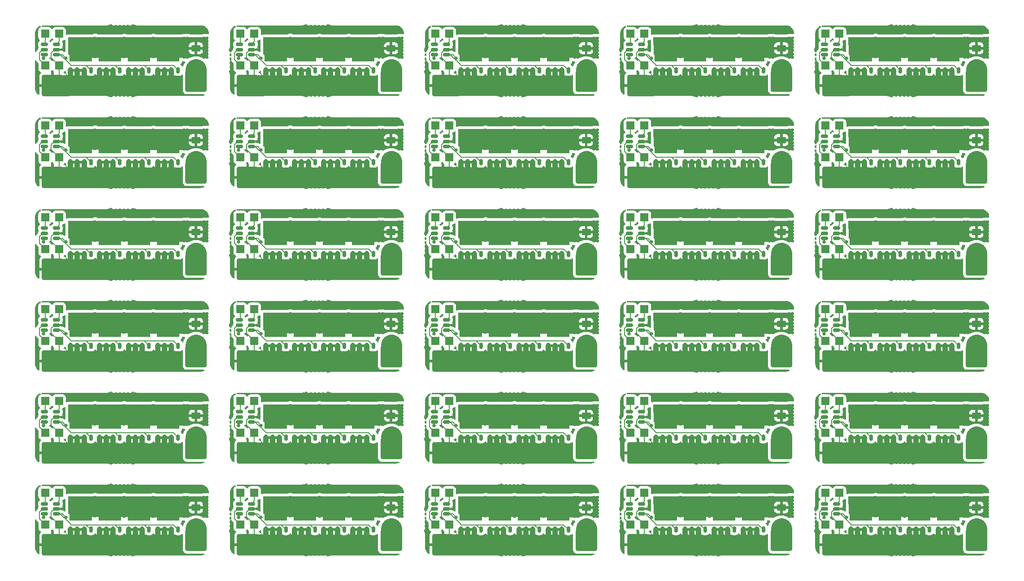
<source format=gbr>
%TF.GenerationSoftware,KiCad,Pcbnew,8.0.1*%
%TF.CreationDate,2024-05-29T13:53:08-05:00*%
%TF.ProjectId,eve PCB Project,65766520-5043-4422-9050-726f6a656374,rev?*%
%TF.SameCoordinates,Original*%
%TF.FileFunction,Copper,L1,Top*%
%TF.FilePolarity,Positive*%
%FSLAX46Y46*%
G04 Gerber Fmt 4.6, Leading zero omitted, Abs format (unit mm)*
G04 Created by KiCad (PCBNEW 8.0.1) date 2024-05-29 13:53:08*
%MOMM*%
%LPD*%
G01*
G04 APERTURE LIST*
G04 Aperture macros list*
%AMRoundRect*
0 Rectangle with rounded corners*
0 $1 Rounding radius*
0 $2 $3 $4 $5 $6 $7 $8 $9 X,Y pos of 4 corners*
0 Add a 4 corners polygon primitive as box body*
4,1,4,$2,$3,$4,$5,$6,$7,$8,$9,$2,$3,0*
0 Add four circle primitives for the rounded corners*
1,1,$1+$1,$2,$3*
1,1,$1+$1,$4,$5*
1,1,$1+$1,$6,$7*
1,1,$1+$1,$8,$9*
0 Add four rect primitives between the rounded corners*
20,1,$1+$1,$2,$3,$4,$5,0*
20,1,$1+$1,$4,$5,$6,$7,0*
20,1,$1+$1,$6,$7,$8,$9,0*
20,1,$1+$1,$8,$9,$2,$3,0*%
%AMFreePoly0*
4,1,9,2.975000,-2.350000,1.425000,-2.350000,1.425000,-2.100000,-1.650000,-2.100000,-1.650000,2.100000,1.425000,2.100000,1.425000,2.350000,2.975000,2.350000,2.975000,-2.350000,2.975000,-2.350000,$1*%
G04 Aperture macros list end*
%TA.AperFunction,ComponentPad*%
%ADD10RoundRect,0.250000X-1.750000X-1.750000X1.750000X-1.750000X1.750000X1.750000X-1.750000X1.750000X0*%
%TD*%
%TA.AperFunction,ComponentPad*%
%ADD11RoundRect,0.250000X0.550000X-0.550000X0.550000X0.550000X-0.550000X0.550000X-0.550000X-0.550000X0*%
%TD*%
%TA.AperFunction,SMDPad,CuDef*%
%ADD12RoundRect,0.175000X-0.175000X-0.400000X0.175000X-0.400000X0.175000X0.400000X-0.175000X0.400000X0*%
%TD*%
%TA.AperFunction,SMDPad,CuDef*%
%ADD13FreePoly0,90.000000*%
%TD*%
%TA.AperFunction,SMDPad,CuDef*%
%ADD14RoundRect,0.150000X0.512500X0.150000X-0.512500X0.150000X-0.512500X-0.150000X0.512500X-0.150000X0*%
%TD*%
%TA.AperFunction,ComponentPad*%
%ADD15RoundRect,0.250000X0.550000X0.550000X-0.550000X0.550000X-0.550000X-0.550000X0.550000X-0.550000X0*%
%TD*%
%TA.AperFunction,ComponentPad*%
%ADD16RoundRect,0.250000X1.750000X1.750000X-1.750000X1.750000X-1.750000X-1.750000X1.750000X-1.750000X0*%
%TD*%
%TA.AperFunction,SMDPad,CuDef*%
%ADD17RoundRect,0.250000X0.625000X-0.375000X0.625000X0.375000X-0.625000X0.375000X-0.625000X-0.375000X0*%
%TD*%
%TA.AperFunction,ViaPad*%
%ADD18C,0.660000*%
%TD*%
%TA.AperFunction,ViaPad*%
%ADD19C,0.600000*%
%TD*%
%TA.AperFunction,Conductor*%
%ADD20C,4.000000*%
%TD*%
%TA.AperFunction,Conductor*%
%ADD21C,1.000000*%
%TD*%
%TA.AperFunction,Conductor*%
%ADD22C,0.200000*%
%TD*%
G04 APERTURE END LIST*
D10*
%TO.P,Lead (-),1,Pin_1*%
%TO.N,Lead (-)*%
X117770000Y-126090000D03*
%TD*%
%TO.P,Lead (-),1,Pin_1*%
%TO.N,Lead (-)*%
X191450000Y-143450000D03*
%TD*%
D11*
%TO.P,GND,1,Pin_1*%
%TO.N,GND*%
X91890000Y-123140000D03*
%TD*%
D12*
%TO.P,Q1,1,S*%
%TO.N,GND*%
X167740000Y-89325000D03*
%TO.P,Q1,2,S*%
X169010000Y-89325000D03*
%TO.P,Q1,3,S*%
X170290000Y-89325000D03*
%TO.P,Q1,4,G*%
%TO.N,Net-(Q1-G)*%
X171560000Y-89325000D03*
D13*
%TO.P,Q1,5,D*%
%TO.N,Drain*%
X169650000Y-86055000D03*
%TD*%
D11*
%TO.P,5V,1,Pin_1*%
%TO.N,+5V*%
X91890000Y-134500000D03*
%TD*%
D10*
%TO.P,Lead (-),1,Pin_1*%
%TO.N,Lead (-)*%
X228290000Y-74010000D03*
%TD*%
D14*
%TO.P,U1,1,VOUT*%
%TO.N,Net-(Q1-G)*%
X128227500Y-121090000D03*
%TO.P,U1,2,VSS*%
%TO.N,GND*%
X128227500Y-120140000D03*
%TO.P,U1,3,VDD*%
%TO.N,+5V*%
X128227500Y-119190000D03*
%TO.P,U1,4,SDA*%
%TO.N,SDA*%
X125952500Y-119190000D03*
%TO.P,U1,5,SCL*%
%TO.N,SCL*%
X125952500Y-120140000D03*
%TO.P,U1,6,A0*%
%TO.N,Net-(U1-A0)*%
X125952500Y-121090000D03*
%TD*%
D11*
%TO.P,GND,1,Pin_1*%
%TO.N,GND*%
X202410000Y-123140000D03*
%TD*%
%TO.P,GND,1,Pin_1*%
%TO.N,GND*%
X165570000Y-71060000D03*
%TD*%
D10*
%TO.P,Lead (-),1,Pin_1*%
%TO.N,Lead (-)*%
X154610000Y-56650000D03*
%TD*%
D15*
%TO.P,SCL,1,Pin_1*%
%TO.N,SCL*%
X162960000Y-88420000D03*
%TD*%
D12*
%TO.P,Q4,1,S*%
%TO.N,GND*%
X147400000Y-89325000D03*
%TO.P,Q4,2,S*%
X148670000Y-89325000D03*
%TO.P,Q4,3,S*%
X149950000Y-89325000D03*
%TO.P,Q4,4,G*%
%TO.N,Net-(Q1-G)*%
X151220000Y-89325000D03*
D13*
%TO.P,Q4,5,D*%
%TO.N,Drain*%
X149310000Y-86055000D03*
%TD*%
D16*
%TO.P,GND,1,Pin_1*%
%TO.N,GND*%
X53830000Y-92220000D03*
%TD*%
%TO.P,GND,1,Pin_1*%
%TO.N,GND*%
X90670000Y-57500000D03*
%TD*%
D17*
%TO.P,F1,1*%
%TO.N,Lead (-)*%
X117760000Y-105340000D03*
%TO.P,F1,2*%
%TO.N,Drain*%
X117760000Y-102540000D03*
%TD*%
D11*
%TO.P,GND,1,Pin_1*%
%TO.N,GND*%
X128730000Y-123140000D03*
%TD*%
D10*
%TO.P,Lead (-),1,Pin_1*%
%TO.N,Lead (-)*%
X191450000Y-74010000D03*
%TD*%
D11*
%TO.P,5V,1,Pin_1*%
%TO.N,+5V*%
X165570000Y-47700000D03*
%TD*%
D12*
%TO.P,Q3,1,S*%
%TO.N,GND*%
X68220000Y-124045000D03*
%TO.P,Q3,2,S*%
X69490000Y-124045000D03*
%TO.P,Q3,3,S*%
X70770000Y-124045000D03*
%TO.P,Q3,4,G*%
%TO.N,Net-(Q1-G)*%
X72040000Y-124045000D03*
D13*
%TO.P,Q3,5,D*%
%TO.N,Drain*%
X70130000Y-120775000D03*
%TD*%
D11*
%TO.P,GND,1,Pin_1*%
%TO.N,GND*%
X55050000Y-53700000D03*
%TD*%
%TO.P,SDA,1,Pin_1*%
%TO.N,SDA*%
X162950000Y-117140000D03*
%TD*%
D17*
%TO.P,F1,1*%
%TO.N,Lead (-)*%
X117760000Y-140060000D03*
%TO.P,F1,2*%
%TO.N,Drain*%
X117760000Y-137260000D03*
%TD*%
D16*
%TO.P,GND,1,Pin_1*%
%TO.N,GND*%
X90670000Y-144300000D03*
%TD*%
D12*
%TO.P,Q1,1,S*%
%TO.N,GND*%
X204580000Y-124045000D03*
%TO.P,Q1,2,S*%
X205850000Y-124045000D03*
%TO.P,Q1,3,S*%
X207130000Y-124045000D03*
%TO.P,Q1,4,G*%
%TO.N,Net-(Q1-G)*%
X208400000Y-124045000D03*
D13*
%TO.P,Q1,5,D*%
%TO.N,Drain*%
X206490000Y-120775000D03*
%TD*%
D11*
%TO.P,SDA,1,Pin_1*%
%TO.N,SDA*%
X162950000Y-99780000D03*
%TD*%
D14*
%TO.P,U1,1,VOUT*%
%TO.N,Net-(Q1-G)*%
X91387500Y-51650000D03*
%TO.P,U1,2,VSS*%
%TO.N,GND*%
X91387500Y-50700000D03*
%TO.P,U1,3,VDD*%
%TO.N,+5V*%
X91387500Y-49750000D03*
%TO.P,U1,4,SDA*%
%TO.N,SDA*%
X89112500Y-49750000D03*
%TO.P,U1,5,SCL*%
%TO.N,SCL*%
X89112500Y-50700000D03*
%TO.P,U1,6,A0*%
%TO.N,Net-(U1-A0)*%
X89112500Y-51650000D03*
%TD*%
D12*
%TO.P,Q3,1,S*%
%TO.N,GND*%
X105060000Y-106685000D03*
%TO.P,Q3,2,S*%
X106330000Y-106685000D03*
%TO.P,Q3,3,S*%
X107610000Y-106685000D03*
%TO.P,Q3,4,G*%
%TO.N,Net-(Q1-G)*%
X108880000Y-106685000D03*
D13*
%TO.P,Q3,5,D*%
%TO.N,Drain*%
X106970000Y-103415000D03*
%TD*%
D12*
%TO.P,Q2,1,S*%
%TO.N,GND*%
X136400000Y-141405000D03*
%TO.P,Q2,2,S*%
X137670000Y-141405000D03*
%TO.P,Q2,3,S*%
X138950000Y-141405000D03*
%TO.P,Q2,4,G*%
%TO.N,Net-(Q1-G)*%
X140220000Y-141405000D03*
D13*
%TO.P,Q2,5,D*%
%TO.N,Drain*%
X138310000Y-138135000D03*
%TD*%
D12*
%TO.P,Q3,1,S*%
%TO.N,GND*%
X215580000Y-71965000D03*
%TO.P,Q3,2,S*%
X216850000Y-71965000D03*
%TO.P,Q3,3,S*%
X218130000Y-71965000D03*
%TO.P,Q3,4,G*%
%TO.N,Net-(Q1-G)*%
X219400000Y-71965000D03*
D13*
%TO.P,Q3,5,D*%
%TO.N,Drain*%
X217490000Y-68695000D03*
%TD*%
D10*
%TO.P,Lead (-),1,Pin_1*%
%TO.N,Lead (-)*%
X117770000Y-143450000D03*
%TD*%
D12*
%TO.P,Q3,1,S*%
%TO.N,GND*%
X178740000Y-124045000D03*
%TO.P,Q3,2,S*%
X180010000Y-124045000D03*
%TO.P,Q3,3,S*%
X181290000Y-124045000D03*
%TO.P,Q3,4,G*%
%TO.N,Net-(Q1-G)*%
X182560000Y-124045000D03*
D13*
%TO.P,Q3,5,D*%
%TO.N,Drain*%
X180650000Y-120775000D03*
%TD*%
D11*
%TO.P,SDA,1,Pin_1*%
%TO.N,SDA*%
X52430000Y-82420000D03*
%TD*%
D10*
%TO.P,Lead (-),1,Pin_1*%
%TO.N,Lead (-)*%
X228290000Y-143450000D03*
%TD*%
D14*
%TO.P,U1,1,VOUT*%
%TO.N,Net-(Q1-G)*%
X91387500Y-69010000D03*
%TO.P,U1,2,VSS*%
%TO.N,GND*%
X91387500Y-68060000D03*
%TO.P,U1,3,VDD*%
%TO.N,+5V*%
X91387500Y-67110000D03*
%TO.P,U1,4,SDA*%
%TO.N,SDA*%
X89112500Y-67110000D03*
%TO.P,U1,5,SCL*%
%TO.N,SCL*%
X89112500Y-68060000D03*
%TO.P,U1,6,A0*%
%TO.N,Net-(U1-A0)*%
X89112500Y-69010000D03*
%TD*%
D11*
%TO.P,5V,1,Pin_1*%
%TO.N,+5V*%
X202410000Y-65060000D03*
%TD*%
D12*
%TO.P,Q3,1,S*%
%TO.N,GND*%
X68220000Y-89325000D03*
%TO.P,Q3,2,S*%
X69490000Y-89325000D03*
%TO.P,Q3,3,S*%
X70770000Y-89325000D03*
%TO.P,Q3,4,G*%
%TO.N,Net-(Q1-G)*%
X72040000Y-89325000D03*
D13*
%TO.P,Q3,5,D*%
%TO.N,Drain*%
X70130000Y-86055000D03*
%TD*%
D12*
%TO.P,Q4,1,S*%
%TO.N,GND*%
X184240000Y-106685000D03*
%TO.P,Q4,2,S*%
X185510000Y-106685000D03*
%TO.P,Q4,3,S*%
X186790000Y-106685000D03*
%TO.P,Q4,4,G*%
%TO.N,Net-(Q1-G)*%
X188060000Y-106685000D03*
D13*
%TO.P,Q4,5,D*%
%TO.N,Drain*%
X186150000Y-103415000D03*
%TD*%
D11*
%TO.P,SDA,1,Pin_1*%
%TO.N,SDA*%
X52430000Y-99780000D03*
%TD*%
D12*
%TO.P,Q3,1,S*%
%TO.N,GND*%
X105060000Y-54605000D03*
%TO.P,Q3,2,S*%
X106330000Y-54605000D03*
%TO.P,Q3,3,S*%
X107610000Y-54605000D03*
%TO.P,Q3,4,G*%
%TO.N,Net-(Q1-G)*%
X108880000Y-54605000D03*
D13*
%TO.P,Q3,5,D*%
%TO.N,Drain*%
X106970000Y-51335000D03*
%TD*%
D16*
%TO.P,GND,1,Pin_1*%
%TO.N,GND*%
X53830000Y-126940000D03*
%TD*%
D11*
%TO.P,GND,1,Pin_1*%
%TO.N,GND*%
X202410000Y-71060000D03*
%TD*%
D14*
%TO.P,U1,1,VOUT*%
%TO.N,Net-(Q1-G)*%
X128227500Y-69010000D03*
%TO.P,U1,2,VSS*%
%TO.N,GND*%
X128227500Y-68060000D03*
%TO.P,U1,3,VDD*%
%TO.N,+5V*%
X128227500Y-67110000D03*
%TO.P,U1,4,SDA*%
%TO.N,SDA*%
X125952500Y-67110000D03*
%TO.P,U1,5,SCL*%
%TO.N,SCL*%
X125952500Y-68060000D03*
%TO.P,U1,6,A0*%
%TO.N,Net-(U1-A0)*%
X125952500Y-69010000D03*
%TD*%
D12*
%TO.P,Q4,1,S*%
%TO.N,GND*%
X110560000Y-124045000D03*
%TO.P,Q4,2,S*%
X111830000Y-124045000D03*
%TO.P,Q4,3,S*%
X113110000Y-124045000D03*
%TO.P,Q4,4,G*%
%TO.N,Net-(Q1-G)*%
X114380000Y-124045000D03*
D13*
%TO.P,Q4,5,D*%
%TO.N,Drain*%
X112470000Y-120775000D03*
%TD*%
D11*
%TO.P,5V,1,Pin_1*%
%TO.N,+5V*%
X128730000Y-117140000D03*
%TD*%
D14*
%TO.P,U1,1,VOUT*%
%TO.N,Net-(Q1-G)*%
X165067500Y-121090000D03*
%TO.P,U1,2,VSS*%
%TO.N,GND*%
X165067500Y-120140000D03*
%TO.P,U1,3,VDD*%
%TO.N,+5V*%
X165067500Y-119190000D03*
%TO.P,U1,4,SDA*%
%TO.N,SDA*%
X162792500Y-119190000D03*
%TO.P,U1,5,SCL*%
%TO.N,SCL*%
X162792500Y-120140000D03*
%TO.P,U1,6,A0*%
%TO.N,Net-(U1-A0)*%
X162792500Y-121090000D03*
%TD*%
D11*
%TO.P,SDA,1,Pin_1*%
%TO.N,SDA*%
X199790000Y-47700000D03*
%TD*%
%TO.P,SDA,1,Pin_1*%
%TO.N,SDA*%
X126110000Y-117140000D03*
%TD*%
D14*
%TO.P,U1,1,VOUT*%
%TO.N,Net-(Q1-G)*%
X54547500Y-103730000D03*
%TO.P,U1,2,VSS*%
%TO.N,GND*%
X54547500Y-102780000D03*
%TO.P,U1,3,VDD*%
%TO.N,+5V*%
X54547500Y-101830000D03*
%TO.P,U1,4,SDA*%
%TO.N,SDA*%
X52272500Y-101830000D03*
%TO.P,U1,5,SCL*%
%TO.N,SCL*%
X52272500Y-102780000D03*
%TO.P,U1,6,A0*%
%TO.N,Net-(U1-A0)*%
X52272500Y-103730000D03*
%TD*%
D11*
%TO.P,SDA,1,Pin_1*%
%TO.N,SDA*%
X52430000Y-117140000D03*
%TD*%
%TO.P,SDA,1,Pin_1*%
%TO.N,SDA*%
X199790000Y-82420000D03*
%TD*%
%TO.P,5V,1,Pin_1*%
%TO.N,+5V*%
X165570000Y-65060000D03*
%TD*%
D12*
%TO.P,Q3,1,S*%
%TO.N,GND*%
X68220000Y-54605000D03*
%TO.P,Q3,2,S*%
X69490000Y-54605000D03*
%TO.P,Q3,3,S*%
X70770000Y-54605000D03*
%TO.P,Q3,4,G*%
%TO.N,Net-(Q1-G)*%
X72040000Y-54605000D03*
D13*
%TO.P,Q3,5,D*%
%TO.N,Drain*%
X70130000Y-51335000D03*
%TD*%
D17*
%TO.P,F1,1*%
%TO.N,Lead (-)*%
X80920000Y-53260000D03*
%TO.P,F1,2*%
%TO.N,Drain*%
X80920000Y-50460000D03*
%TD*%
D12*
%TO.P,Q4,1,S*%
%TO.N,GND*%
X184240000Y-141405000D03*
%TO.P,Q4,2,S*%
X185510000Y-141405000D03*
%TO.P,Q4,3,S*%
X186790000Y-141405000D03*
%TO.P,Q4,4,G*%
%TO.N,Net-(Q1-G)*%
X188060000Y-141405000D03*
D13*
%TO.P,Q4,5,D*%
%TO.N,Drain*%
X186150000Y-138135000D03*
%TD*%
D12*
%TO.P,Q4,1,S*%
%TO.N,GND*%
X147400000Y-106685000D03*
%TO.P,Q4,2,S*%
X148670000Y-106685000D03*
%TO.P,Q4,3,S*%
X149950000Y-106685000D03*
%TO.P,Q4,4,G*%
%TO.N,Net-(Q1-G)*%
X151220000Y-106685000D03*
D13*
%TO.P,Q4,5,D*%
%TO.N,Drain*%
X149310000Y-103415000D03*
%TD*%
D11*
%TO.P,GND,1,Pin_1*%
%TO.N,GND*%
X202410000Y-105780000D03*
%TD*%
D16*
%TO.P,GND,1,Pin_1*%
%TO.N,GND*%
X164350000Y-109580000D03*
%TD*%
%TO.P,GND,1,Pin_1*%
%TO.N,GND*%
X164350000Y-57500000D03*
%TD*%
D10*
%TO.P,Lead (-),1,Pin_1*%
%TO.N,Lead (-)*%
X228290000Y-56650000D03*
%TD*%
D11*
%TO.P,SDA,1,Pin_1*%
%TO.N,SDA*%
X199790000Y-134500000D03*
%TD*%
D12*
%TO.P,Q3,1,S*%
%TO.N,GND*%
X215580000Y-54605000D03*
%TO.P,Q3,2,S*%
X216850000Y-54605000D03*
%TO.P,Q3,3,S*%
X218130000Y-54605000D03*
%TO.P,Q3,4,G*%
%TO.N,Net-(Q1-G)*%
X219400000Y-54605000D03*
D13*
%TO.P,Q3,5,D*%
%TO.N,Drain*%
X217490000Y-51335000D03*
%TD*%
D12*
%TO.P,Q3,1,S*%
%TO.N,GND*%
X215580000Y-89325000D03*
%TO.P,Q3,2,S*%
X216850000Y-89325000D03*
%TO.P,Q3,3,S*%
X218130000Y-89325000D03*
%TO.P,Q3,4,G*%
%TO.N,Net-(Q1-G)*%
X219400000Y-89325000D03*
D13*
%TO.P,Q3,5,D*%
%TO.N,Drain*%
X217490000Y-86055000D03*
%TD*%
D10*
%TO.P,Lead (-),1,Pin_1*%
%TO.N,Lead (-)*%
X228290000Y-126090000D03*
%TD*%
D14*
%TO.P,U1,1,VOUT*%
%TO.N,Net-(Q1-G)*%
X165067500Y-86370000D03*
%TO.P,U1,2,VSS*%
%TO.N,GND*%
X165067500Y-85420000D03*
%TO.P,U1,3,VDD*%
%TO.N,+5V*%
X165067500Y-84470000D03*
%TO.P,U1,4,SDA*%
%TO.N,SDA*%
X162792500Y-84470000D03*
%TO.P,U1,5,SCL*%
%TO.N,SCL*%
X162792500Y-85420000D03*
%TO.P,U1,6,A0*%
%TO.N,Net-(U1-A0)*%
X162792500Y-86370000D03*
%TD*%
D10*
%TO.P,Lead (-),1,Pin_1*%
%TO.N,Lead (-)*%
X117770000Y-108730000D03*
%TD*%
D16*
%TO.P,GND,1,Pin_1*%
%TO.N,GND*%
X164350000Y-126940000D03*
%TD*%
%TO.P,GND,1,Pin_1*%
%TO.N,GND*%
X90670000Y-109580000D03*
%TD*%
D12*
%TO.P,Q3,1,S*%
%TO.N,GND*%
X178740000Y-89325000D03*
%TO.P,Q3,2,S*%
X180010000Y-89325000D03*
%TO.P,Q3,3,S*%
X181290000Y-89325000D03*
%TO.P,Q3,4,G*%
%TO.N,Net-(Q1-G)*%
X182560000Y-89325000D03*
D13*
%TO.P,Q3,5,D*%
%TO.N,Drain*%
X180650000Y-86055000D03*
%TD*%
D11*
%TO.P,5V,1,Pin_1*%
%TO.N,+5V*%
X165570000Y-99780000D03*
%TD*%
D12*
%TO.P,Q3,1,S*%
%TO.N,GND*%
X141900000Y-54605000D03*
%TO.P,Q3,2,S*%
X143170000Y-54605000D03*
%TO.P,Q3,3,S*%
X144450000Y-54605000D03*
%TO.P,Q3,4,G*%
%TO.N,Net-(Q1-G)*%
X145720000Y-54605000D03*
D13*
%TO.P,Q3,5,D*%
%TO.N,Drain*%
X143810000Y-51335000D03*
%TD*%
D11*
%TO.P,5V,1,Pin_1*%
%TO.N,+5V*%
X55050000Y-82420000D03*
%TD*%
%TO.P,SDA,1,Pin_1*%
%TO.N,SDA*%
X126110000Y-82420000D03*
%TD*%
D12*
%TO.P,Q3,1,S*%
%TO.N,GND*%
X178740000Y-106685000D03*
%TO.P,Q3,2,S*%
X180010000Y-106685000D03*
%TO.P,Q3,3,S*%
X181290000Y-106685000D03*
%TO.P,Q3,4,G*%
%TO.N,Net-(Q1-G)*%
X182560000Y-106685000D03*
D13*
%TO.P,Q3,5,D*%
%TO.N,Drain*%
X180650000Y-103415000D03*
%TD*%
D16*
%TO.P,GND,1,Pin_1*%
%TO.N,GND*%
X90670000Y-92220000D03*
%TD*%
D11*
%TO.P,SDA,1,Pin_1*%
%TO.N,SDA*%
X162950000Y-65060000D03*
%TD*%
D12*
%TO.P,Q2,1,S*%
%TO.N,GND*%
X210080000Y-89325000D03*
%TO.P,Q2,2,S*%
X211350000Y-89325000D03*
%TO.P,Q2,3,S*%
X212630000Y-89325000D03*
%TO.P,Q2,4,G*%
%TO.N,Net-(Q1-G)*%
X213900000Y-89325000D03*
D13*
%TO.P,Q2,5,D*%
%TO.N,Drain*%
X211990000Y-86055000D03*
%TD*%
D10*
%TO.P,Lead (-),1,Pin_1*%
%TO.N,Lead (-)*%
X191450000Y-56650000D03*
%TD*%
D12*
%TO.P,Q4,1,S*%
%TO.N,GND*%
X73720000Y-124045000D03*
%TO.P,Q4,2,S*%
X74990000Y-124045000D03*
%TO.P,Q4,3,S*%
X76270000Y-124045000D03*
%TO.P,Q4,4,G*%
%TO.N,Net-(Q1-G)*%
X77540000Y-124045000D03*
D13*
%TO.P,Q4,5,D*%
%TO.N,Drain*%
X75630000Y-120775000D03*
%TD*%
D16*
%TO.P,GND,1,Pin_1*%
%TO.N,GND*%
X53830000Y-74860000D03*
%TD*%
D15*
%TO.P,SCL,1,Pin_1*%
%TO.N,SCL*%
X126120000Y-53700000D03*
%TD*%
D14*
%TO.P,U1,1,VOUT*%
%TO.N,Net-(Q1-G)*%
X128227500Y-138450000D03*
%TO.P,U1,2,VSS*%
%TO.N,GND*%
X128227500Y-137500000D03*
%TO.P,U1,3,VDD*%
%TO.N,+5V*%
X128227500Y-136550000D03*
%TO.P,U1,4,SDA*%
%TO.N,SDA*%
X125952500Y-136550000D03*
%TO.P,U1,5,SCL*%
%TO.N,SCL*%
X125952500Y-137500000D03*
%TO.P,U1,6,A0*%
%TO.N,Net-(U1-A0)*%
X125952500Y-138450000D03*
%TD*%
D12*
%TO.P,Q3,1,S*%
%TO.N,GND*%
X215580000Y-106685000D03*
%TO.P,Q3,2,S*%
X216850000Y-106685000D03*
%TO.P,Q3,3,S*%
X218130000Y-106685000D03*
%TO.P,Q3,4,G*%
%TO.N,Net-(Q1-G)*%
X219400000Y-106685000D03*
D13*
%TO.P,Q3,5,D*%
%TO.N,Drain*%
X217490000Y-103415000D03*
%TD*%
D17*
%TO.P,F1,1*%
%TO.N,Lead (-)*%
X191440000Y-87980000D03*
%TO.P,F1,2*%
%TO.N,Drain*%
X191440000Y-85180000D03*
%TD*%
D12*
%TO.P,Q1,1,S*%
%TO.N,GND*%
X204580000Y-141405000D03*
%TO.P,Q1,2,S*%
X205850000Y-141405000D03*
%TO.P,Q1,3,S*%
X207130000Y-141405000D03*
%TO.P,Q1,4,G*%
%TO.N,Net-(Q1-G)*%
X208400000Y-141405000D03*
D13*
%TO.P,Q1,5,D*%
%TO.N,Drain*%
X206490000Y-138135000D03*
%TD*%
D10*
%TO.P,Lead (-),1,Pin_1*%
%TO.N,Lead (-)*%
X117770000Y-56650000D03*
%TD*%
D12*
%TO.P,Q2,1,S*%
%TO.N,GND*%
X99560000Y-124045000D03*
%TO.P,Q2,2,S*%
X100830000Y-124045000D03*
%TO.P,Q2,3,S*%
X102110000Y-124045000D03*
%TO.P,Q2,4,G*%
%TO.N,Net-(Q1-G)*%
X103380000Y-124045000D03*
D13*
%TO.P,Q2,5,D*%
%TO.N,Drain*%
X101470000Y-120775000D03*
%TD*%
D12*
%TO.P,Q3,1,S*%
%TO.N,GND*%
X105060000Y-141405000D03*
%TO.P,Q3,2,S*%
X106330000Y-141405000D03*
%TO.P,Q3,3,S*%
X107610000Y-141405000D03*
%TO.P,Q3,4,G*%
%TO.N,Net-(Q1-G)*%
X108880000Y-141405000D03*
D13*
%TO.P,Q3,5,D*%
%TO.N,Drain*%
X106970000Y-138135000D03*
%TD*%
D15*
%TO.P,SCL,1,Pin_1*%
%TO.N,SCL*%
X89280000Y-71060000D03*
%TD*%
D12*
%TO.P,Q1,1,S*%
%TO.N,GND*%
X167740000Y-71965000D03*
%TO.P,Q1,2,S*%
X169010000Y-71965000D03*
%TO.P,Q1,3,S*%
X170290000Y-71965000D03*
%TO.P,Q1,4,G*%
%TO.N,Net-(Q1-G)*%
X171560000Y-71965000D03*
D13*
%TO.P,Q1,5,D*%
%TO.N,Drain*%
X169650000Y-68695000D03*
%TD*%
D11*
%TO.P,5V,1,Pin_1*%
%TO.N,+5V*%
X128730000Y-47700000D03*
%TD*%
D12*
%TO.P,Q4,1,S*%
%TO.N,GND*%
X110560000Y-89325000D03*
%TO.P,Q4,2,S*%
X111830000Y-89325000D03*
%TO.P,Q4,3,S*%
X113110000Y-89325000D03*
%TO.P,Q4,4,G*%
%TO.N,Net-(Q1-G)*%
X114380000Y-89325000D03*
D13*
%TO.P,Q4,5,D*%
%TO.N,Drain*%
X112470000Y-86055000D03*
%TD*%
D12*
%TO.P,Q4,1,S*%
%TO.N,GND*%
X184240000Y-54605000D03*
%TO.P,Q4,2,S*%
X185510000Y-54605000D03*
%TO.P,Q4,3,S*%
X186790000Y-54605000D03*
%TO.P,Q4,4,G*%
%TO.N,Net-(Q1-G)*%
X188060000Y-54605000D03*
D13*
%TO.P,Q4,5,D*%
%TO.N,Drain*%
X186150000Y-51335000D03*
%TD*%
D12*
%TO.P,Q4,1,S*%
%TO.N,GND*%
X147400000Y-71965000D03*
%TO.P,Q4,2,S*%
X148670000Y-71965000D03*
%TO.P,Q4,3,S*%
X149950000Y-71965000D03*
%TO.P,Q4,4,G*%
%TO.N,Net-(Q1-G)*%
X151220000Y-71965000D03*
D13*
%TO.P,Q4,5,D*%
%TO.N,Drain*%
X149310000Y-68695000D03*
%TD*%
D14*
%TO.P,U1,1,VOUT*%
%TO.N,Net-(Q1-G)*%
X128227500Y-51650000D03*
%TO.P,U1,2,VSS*%
%TO.N,GND*%
X128227500Y-50700000D03*
%TO.P,U1,3,VDD*%
%TO.N,+5V*%
X128227500Y-49750000D03*
%TO.P,U1,4,SDA*%
%TO.N,SDA*%
X125952500Y-49750000D03*
%TO.P,U1,5,SCL*%
%TO.N,SCL*%
X125952500Y-50700000D03*
%TO.P,U1,6,A0*%
%TO.N,Net-(U1-A0)*%
X125952500Y-51650000D03*
%TD*%
D10*
%TO.P,Lead (-),1,Pin_1*%
%TO.N,Lead (-)*%
X154610000Y-91370000D03*
%TD*%
D12*
%TO.P,Q1,1,S*%
%TO.N,GND*%
X130900000Y-71965000D03*
%TO.P,Q1,2,S*%
X132170000Y-71965000D03*
%TO.P,Q1,3,S*%
X133450000Y-71965000D03*
%TO.P,Q1,4,G*%
%TO.N,Net-(Q1-G)*%
X134720000Y-71965000D03*
D13*
%TO.P,Q1,5,D*%
%TO.N,Drain*%
X132810000Y-68695000D03*
%TD*%
D11*
%TO.P,5V,1,Pin_1*%
%TO.N,+5V*%
X128730000Y-134500000D03*
%TD*%
D17*
%TO.P,F1,1*%
%TO.N,Lead (-)*%
X154600000Y-122700000D03*
%TO.P,F1,2*%
%TO.N,Drain*%
X154600000Y-119900000D03*
%TD*%
D11*
%TO.P,SDA,1,Pin_1*%
%TO.N,SDA*%
X126110000Y-65060000D03*
%TD*%
%TO.P,GND,1,Pin_1*%
%TO.N,GND*%
X165570000Y-105780000D03*
%TD*%
D12*
%TO.P,Q4,1,S*%
%TO.N,GND*%
X184240000Y-124045000D03*
%TO.P,Q4,2,S*%
X185510000Y-124045000D03*
%TO.P,Q4,3,S*%
X186790000Y-124045000D03*
%TO.P,Q4,4,G*%
%TO.N,Net-(Q1-G)*%
X188060000Y-124045000D03*
D13*
%TO.P,Q4,5,D*%
%TO.N,Drain*%
X186150000Y-120775000D03*
%TD*%
D11*
%TO.P,5V,1,Pin_1*%
%TO.N,+5V*%
X165570000Y-82420000D03*
%TD*%
D12*
%TO.P,Q1,1,S*%
%TO.N,GND*%
X130900000Y-124045000D03*
%TO.P,Q1,2,S*%
X132170000Y-124045000D03*
%TO.P,Q1,3,S*%
X133450000Y-124045000D03*
%TO.P,Q1,4,G*%
%TO.N,Net-(Q1-G)*%
X134720000Y-124045000D03*
D13*
%TO.P,Q1,5,D*%
%TO.N,Drain*%
X132810000Y-120775000D03*
%TD*%
D11*
%TO.P,GND,1,Pin_1*%
%TO.N,GND*%
X128730000Y-53700000D03*
%TD*%
D12*
%TO.P,Q3,1,S*%
%TO.N,GND*%
X68220000Y-141405000D03*
%TO.P,Q3,2,S*%
X69490000Y-141405000D03*
%TO.P,Q3,3,S*%
X70770000Y-141405000D03*
%TO.P,Q3,4,G*%
%TO.N,Net-(Q1-G)*%
X72040000Y-141405000D03*
D13*
%TO.P,Q3,5,D*%
%TO.N,Drain*%
X70130000Y-138135000D03*
%TD*%
D17*
%TO.P,F1,1*%
%TO.N,Lead (-)*%
X117760000Y-122700000D03*
%TO.P,F1,2*%
%TO.N,Drain*%
X117760000Y-119900000D03*
%TD*%
%TO.P,F1,1*%
%TO.N,Lead (-)*%
X80920000Y-140060000D03*
%TO.P,F1,2*%
%TO.N,Drain*%
X80920000Y-137260000D03*
%TD*%
D12*
%TO.P,Q4,1,S*%
%TO.N,GND*%
X73720000Y-71965000D03*
%TO.P,Q4,2,S*%
X74990000Y-71965000D03*
%TO.P,Q4,3,S*%
X76270000Y-71965000D03*
%TO.P,Q4,4,G*%
%TO.N,Net-(Q1-G)*%
X77540000Y-71965000D03*
D13*
%TO.P,Q4,5,D*%
%TO.N,Drain*%
X75630000Y-68695000D03*
%TD*%
D12*
%TO.P,Q1,1,S*%
%TO.N,GND*%
X130900000Y-54605000D03*
%TO.P,Q1,2,S*%
X132170000Y-54605000D03*
%TO.P,Q1,3,S*%
X133450000Y-54605000D03*
%TO.P,Q1,4,G*%
%TO.N,Net-(Q1-G)*%
X134720000Y-54605000D03*
D13*
%TO.P,Q1,5,D*%
%TO.N,Drain*%
X132810000Y-51335000D03*
%TD*%
D11*
%TO.P,GND,1,Pin_1*%
%TO.N,GND*%
X202410000Y-140500000D03*
%TD*%
D17*
%TO.P,F1,1*%
%TO.N,Lead (-)*%
X228280000Y-70620000D03*
%TO.P,F1,2*%
%TO.N,Drain*%
X228280000Y-67820000D03*
%TD*%
D15*
%TO.P,SCL,1,Pin_1*%
%TO.N,SCL*%
X89280000Y-88420000D03*
%TD*%
D14*
%TO.P,U1,1,VOUT*%
%TO.N,Net-(Q1-G)*%
X201907500Y-51650000D03*
%TO.P,U1,2,VSS*%
%TO.N,GND*%
X201907500Y-50700000D03*
%TO.P,U1,3,VDD*%
%TO.N,+5V*%
X201907500Y-49750000D03*
%TO.P,U1,4,SDA*%
%TO.N,SDA*%
X199632500Y-49750000D03*
%TO.P,U1,5,SCL*%
%TO.N,SCL*%
X199632500Y-50700000D03*
%TO.P,U1,6,A0*%
%TO.N,Net-(U1-A0)*%
X199632500Y-51650000D03*
%TD*%
D12*
%TO.P,Q3,1,S*%
%TO.N,GND*%
X68220000Y-71965000D03*
%TO.P,Q3,2,S*%
X69490000Y-71965000D03*
%TO.P,Q3,3,S*%
X70770000Y-71965000D03*
%TO.P,Q3,4,G*%
%TO.N,Net-(Q1-G)*%
X72040000Y-71965000D03*
D13*
%TO.P,Q3,5,D*%
%TO.N,Drain*%
X70130000Y-68695000D03*
%TD*%
D12*
%TO.P,Q2,1,S*%
%TO.N,GND*%
X62720000Y-106685000D03*
%TO.P,Q2,2,S*%
X63990000Y-106685000D03*
%TO.P,Q2,3,S*%
X65270000Y-106685000D03*
%TO.P,Q2,4,G*%
%TO.N,Net-(Q1-G)*%
X66540000Y-106685000D03*
D13*
%TO.P,Q2,5,D*%
%TO.N,Drain*%
X64630000Y-103415000D03*
%TD*%
D12*
%TO.P,Q1,1,S*%
%TO.N,GND*%
X204580000Y-54605000D03*
%TO.P,Q1,2,S*%
X205850000Y-54605000D03*
%TO.P,Q1,3,S*%
X207130000Y-54605000D03*
%TO.P,Q1,4,G*%
%TO.N,Net-(Q1-G)*%
X208400000Y-54605000D03*
D13*
%TO.P,Q1,5,D*%
%TO.N,Drain*%
X206490000Y-51335000D03*
%TD*%
D11*
%TO.P,SDA,1,Pin_1*%
%TO.N,SDA*%
X199790000Y-117140000D03*
%TD*%
%TO.P,5V,1,Pin_1*%
%TO.N,+5V*%
X202410000Y-47700000D03*
%TD*%
D12*
%TO.P,Q2,1,S*%
%TO.N,GND*%
X62720000Y-141405000D03*
%TO.P,Q2,2,S*%
X63990000Y-141405000D03*
%TO.P,Q2,3,S*%
X65270000Y-141405000D03*
%TO.P,Q2,4,G*%
%TO.N,Net-(Q1-G)*%
X66540000Y-141405000D03*
D13*
%TO.P,Q2,5,D*%
%TO.N,Drain*%
X64630000Y-138135000D03*
%TD*%
D11*
%TO.P,5V,1,Pin_1*%
%TO.N,+5V*%
X91890000Y-99780000D03*
%TD*%
D16*
%TO.P,GND,1,Pin_1*%
%TO.N,GND*%
X127510000Y-109580000D03*
%TD*%
D11*
%TO.P,GND,1,Pin_1*%
%TO.N,GND*%
X165570000Y-53700000D03*
%TD*%
%TO.P,SDA,1,Pin_1*%
%TO.N,SDA*%
X126110000Y-99780000D03*
%TD*%
D10*
%TO.P,Lead (-),1,Pin_1*%
%TO.N,Lead (-)*%
X117770000Y-91370000D03*
%TD*%
D15*
%TO.P,SCL,1,Pin_1*%
%TO.N,SCL*%
X199800000Y-53700000D03*
%TD*%
D17*
%TO.P,F1,1*%
%TO.N,Lead (-)*%
X228280000Y-105340000D03*
%TO.P,F1,2*%
%TO.N,Drain*%
X228280000Y-102540000D03*
%TD*%
D12*
%TO.P,Q4,1,S*%
%TO.N,GND*%
X110560000Y-54605000D03*
%TO.P,Q4,2,S*%
X111830000Y-54605000D03*
%TO.P,Q4,3,S*%
X113110000Y-54605000D03*
%TO.P,Q4,4,G*%
%TO.N,Net-(Q1-G)*%
X114380000Y-54605000D03*
D13*
%TO.P,Q4,5,D*%
%TO.N,Drain*%
X112470000Y-51335000D03*
%TD*%
D12*
%TO.P,Q3,1,S*%
%TO.N,GND*%
X215580000Y-141405000D03*
%TO.P,Q3,2,S*%
X216850000Y-141405000D03*
%TO.P,Q3,3,S*%
X218130000Y-141405000D03*
%TO.P,Q3,4,G*%
%TO.N,Net-(Q1-G)*%
X219400000Y-141405000D03*
D13*
%TO.P,Q3,5,D*%
%TO.N,Drain*%
X217490000Y-138135000D03*
%TD*%
D12*
%TO.P,Q4,1,S*%
%TO.N,GND*%
X110560000Y-71965000D03*
%TO.P,Q4,2,S*%
X111830000Y-71965000D03*
%TO.P,Q4,3,S*%
X113110000Y-71965000D03*
%TO.P,Q4,4,G*%
%TO.N,Net-(Q1-G)*%
X114380000Y-71965000D03*
D13*
%TO.P,Q4,5,D*%
%TO.N,Drain*%
X112470000Y-68695000D03*
%TD*%
D11*
%TO.P,5V,1,Pin_1*%
%TO.N,+5V*%
X128730000Y-65060000D03*
%TD*%
D10*
%TO.P,Lead (-),1,Pin_1*%
%TO.N,Lead (-)*%
X154610000Y-126090000D03*
%TD*%
D14*
%TO.P,U1,1,VOUT*%
%TO.N,Net-(Q1-G)*%
X54547500Y-121090000D03*
%TO.P,U1,2,VSS*%
%TO.N,GND*%
X54547500Y-120140000D03*
%TO.P,U1,3,VDD*%
%TO.N,+5V*%
X54547500Y-119190000D03*
%TO.P,U1,4,SDA*%
%TO.N,SDA*%
X52272500Y-119190000D03*
%TO.P,U1,5,SCL*%
%TO.N,SCL*%
X52272500Y-120140000D03*
%TO.P,U1,6,A0*%
%TO.N,Net-(U1-A0)*%
X52272500Y-121090000D03*
%TD*%
D12*
%TO.P,Q3,1,S*%
%TO.N,GND*%
X141900000Y-124045000D03*
%TO.P,Q3,2,S*%
X143170000Y-124045000D03*
%TO.P,Q3,3,S*%
X144450000Y-124045000D03*
%TO.P,Q3,4,G*%
%TO.N,Net-(Q1-G)*%
X145720000Y-124045000D03*
D13*
%TO.P,Q3,5,D*%
%TO.N,Drain*%
X143810000Y-120775000D03*
%TD*%
D15*
%TO.P,SCL,1,Pin_1*%
%TO.N,SCL*%
X52440000Y-105780000D03*
%TD*%
D11*
%TO.P,GND,1,Pin_1*%
%TO.N,GND*%
X202410000Y-88420000D03*
%TD*%
D16*
%TO.P,GND,1,Pin_1*%
%TO.N,GND*%
X90670000Y-126940000D03*
%TD*%
D12*
%TO.P,Q1,1,S*%
%TO.N,GND*%
X94060000Y-71965000D03*
%TO.P,Q1,2,S*%
X95330000Y-71965000D03*
%TO.P,Q1,3,S*%
X96610000Y-71965000D03*
%TO.P,Q1,4,G*%
%TO.N,Net-(Q1-G)*%
X97880000Y-71965000D03*
D13*
%TO.P,Q1,5,D*%
%TO.N,Drain*%
X95970000Y-68695000D03*
%TD*%
D12*
%TO.P,Q1,1,S*%
%TO.N,GND*%
X130900000Y-106685000D03*
%TO.P,Q1,2,S*%
X132170000Y-106685000D03*
%TO.P,Q1,3,S*%
X133450000Y-106685000D03*
%TO.P,Q1,4,G*%
%TO.N,Net-(Q1-G)*%
X134720000Y-106685000D03*
D13*
%TO.P,Q1,5,D*%
%TO.N,Drain*%
X132810000Y-103415000D03*
%TD*%
D11*
%TO.P,SDA,1,Pin_1*%
%TO.N,SDA*%
X89270000Y-47700000D03*
%TD*%
%TO.P,SDA,1,Pin_1*%
%TO.N,SDA*%
X52430000Y-134500000D03*
%TD*%
%TO.P,GND,1,Pin_1*%
%TO.N,GND*%
X55050000Y-123140000D03*
%TD*%
D12*
%TO.P,Q2,1,S*%
%TO.N,GND*%
X210080000Y-71965000D03*
%TO.P,Q2,2,S*%
X211350000Y-71965000D03*
%TO.P,Q2,3,S*%
X212630000Y-71965000D03*
%TO.P,Q2,4,G*%
%TO.N,Net-(Q1-G)*%
X213900000Y-71965000D03*
D13*
%TO.P,Q2,5,D*%
%TO.N,Drain*%
X211990000Y-68695000D03*
%TD*%
D12*
%TO.P,Q3,1,S*%
%TO.N,GND*%
X215580000Y-124045000D03*
%TO.P,Q3,2,S*%
X216850000Y-124045000D03*
%TO.P,Q3,3,S*%
X218130000Y-124045000D03*
%TO.P,Q3,4,G*%
%TO.N,Net-(Q1-G)*%
X219400000Y-124045000D03*
D13*
%TO.P,Q3,5,D*%
%TO.N,Drain*%
X217490000Y-120775000D03*
%TD*%
D12*
%TO.P,Q3,1,S*%
%TO.N,GND*%
X105060000Y-124045000D03*
%TO.P,Q3,2,S*%
X106330000Y-124045000D03*
%TO.P,Q3,3,S*%
X107610000Y-124045000D03*
%TO.P,Q3,4,G*%
%TO.N,Net-(Q1-G)*%
X108880000Y-124045000D03*
D13*
%TO.P,Q3,5,D*%
%TO.N,Drain*%
X106970000Y-120775000D03*
%TD*%
D12*
%TO.P,Q3,1,S*%
%TO.N,GND*%
X178740000Y-71965000D03*
%TO.P,Q3,2,S*%
X180010000Y-71965000D03*
%TO.P,Q3,3,S*%
X181290000Y-71965000D03*
%TO.P,Q3,4,G*%
%TO.N,Net-(Q1-G)*%
X182560000Y-71965000D03*
D13*
%TO.P,Q3,5,D*%
%TO.N,Drain*%
X180650000Y-68695000D03*
%TD*%
D12*
%TO.P,Q1,1,S*%
%TO.N,GND*%
X167740000Y-106685000D03*
%TO.P,Q1,2,S*%
X169010000Y-106685000D03*
%TO.P,Q1,3,S*%
X170290000Y-106685000D03*
%TO.P,Q1,4,G*%
%TO.N,Net-(Q1-G)*%
X171560000Y-106685000D03*
D13*
%TO.P,Q1,5,D*%
%TO.N,Drain*%
X169650000Y-103415000D03*
%TD*%
D15*
%TO.P,SCL,1,Pin_1*%
%TO.N,SCL*%
X126120000Y-71060000D03*
%TD*%
D11*
%TO.P,GND,1,Pin_1*%
%TO.N,GND*%
X165570000Y-140500000D03*
%TD*%
D16*
%TO.P,GND,1,Pin_1*%
%TO.N,GND*%
X201190000Y-144300000D03*
%TD*%
D11*
%TO.P,GND,1,Pin_1*%
%TO.N,GND*%
X128730000Y-105780000D03*
%TD*%
D15*
%TO.P,SCL,1,Pin_1*%
%TO.N,SCL*%
X52440000Y-88420000D03*
%TD*%
D11*
%TO.P,GND,1,Pin_1*%
%TO.N,GND*%
X55050000Y-88420000D03*
%TD*%
%TO.P,GND,1,Pin_1*%
%TO.N,GND*%
X55050000Y-105780000D03*
%TD*%
D17*
%TO.P,F1,1*%
%TO.N,Lead (-)*%
X191440000Y-122700000D03*
%TO.P,F1,2*%
%TO.N,Drain*%
X191440000Y-119900000D03*
%TD*%
D11*
%TO.P,GND,1,Pin_1*%
%TO.N,GND*%
X128730000Y-71060000D03*
%TD*%
D12*
%TO.P,Q1,1,S*%
%TO.N,GND*%
X94060000Y-89325000D03*
%TO.P,Q1,2,S*%
X95330000Y-89325000D03*
%TO.P,Q1,3,S*%
X96610000Y-89325000D03*
%TO.P,Q1,4,G*%
%TO.N,Net-(Q1-G)*%
X97880000Y-89325000D03*
D13*
%TO.P,Q1,5,D*%
%TO.N,Drain*%
X95970000Y-86055000D03*
%TD*%
D12*
%TO.P,Q2,1,S*%
%TO.N,GND*%
X136400000Y-106685000D03*
%TO.P,Q2,2,S*%
X137670000Y-106685000D03*
%TO.P,Q2,3,S*%
X138950000Y-106685000D03*
%TO.P,Q2,4,G*%
%TO.N,Net-(Q1-G)*%
X140220000Y-106685000D03*
D13*
%TO.P,Q2,5,D*%
%TO.N,Drain*%
X138310000Y-103415000D03*
%TD*%
D16*
%TO.P,GND,1,Pin_1*%
%TO.N,GND*%
X164350000Y-92220000D03*
%TD*%
D12*
%TO.P,Q1,1,S*%
%TO.N,GND*%
X94060000Y-124045000D03*
%TO.P,Q1,2,S*%
X95330000Y-124045000D03*
%TO.P,Q1,3,S*%
X96610000Y-124045000D03*
%TO.P,Q1,4,G*%
%TO.N,Net-(Q1-G)*%
X97880000Y-124045000D03*
D13*
%TO.P,Q1,5,D*%
%TO.N,Drain*%
X95970000Y-120775000D03*
%TD*%
D12*
%TO.P,Q4,1,S*%
%TO.N,GND*%
X147400000Y-124045000D03*
%TO.P,Q4,2,S*%
X148670000Y-124045000D03*
%TO.P,Q4,3,S*%
X149950000Y-124045000D03*
%TO.P,Q4,4,G*%
%TO.N,Net-(Q1-G)*%
X151220000Y-124045000D03*
D13*
%TO.P,Q4,5,D*%
%TO.N,Drain*%
X149310000Y-120775000D03*
%TD*%
D11*
%TO.P,5V,1,Pin_1*%
%TO.N,+5V*%
X91890000Y-47700000D03*
%TD*%
%TO.P,SDA,1,Pin_1*%
%TO.N,SDA*%
X199790000Y-99780000D03*
%TD*%
D15*
%TO.P,SCL,1,Pin_1*%
%TO.N,SCL*%
X199800000Y-71060000D03*
%TD*%
D11*
%TO.P,5V,1,Pin_1*%
%TO.N,+5V*%
X91890000Y-65060000D03*
%TD*%
%TO.P,SDA,1,Pin_1*%
%TO.N,SDA*%
X89270000Y-117140000D03*
%TD*%
D15*
%TO.P,SCL,1,Pin_1*%
%TO.N,SCL*%
X89280000Y-123140000D03*
%TD*%
%TO.P,SCL,1,Pin_1*%
%TO.N,SCL*%
X52440000Y-140500000D03*
%TD*%
%TO.P,SCL,1,Pin_1*%
%TO.N,SCL*%
X126120000Y-123140000D03*
%TD*%
D12*
%TO.P,Q1,1,S*%
%TO.N,GND*%
X167740000Y-141405000D03*
%TO.P,Q1,2,S*%
X169010000Y-141405000D03*
%TO.P,Q1,3,S*%
X170290000Y-141405000D03*
%TO.P,Q1,4,G*%
%TO.N,Net-(Q1-G)*%
X171560000Y-141405000D03*
D13*
%TO.P,Q1,5,D*%
%TO.N,Drain*%
X169650000Y-138135000D03*
%TD*%
D12*
%TO.P,Q4,1,S*%
%TO.N,GND*%
X221080000Y-141405000D03*
%TO.P,Q4,2,S*%
X222350000Y-141405000D03*
%TO.P,Q4,3,S*%
X223630000Y-141405000D03*
%TO.P,Q4,4,G*%
%TO.N,Net-(Q1-G)*%
X224900000Y-141405000D03*
D13*
%TO.P,Q4,5,D*%
%TO.N,Drain*%
X222990000Y-138135000D03*
%TD*%
D14*
%TO.P,U1,1,VOUT*%
%TO.N,Net-(Q1-G)*%
X201907500Y-69010000D03*
%TO.P,U1,2,VSS*%
%TO.N,GND*%
X201907500Y-68060000D03*
%TO.P,U1,3,VDD*%
%TO.N,+5V*%
X201907500Y-67110000D03*
%TO.P,U1,4,SDA*%
%TO.N,SDA*%
X199632500Y-67110000D03*
%TO.P,U1,5,SCL*%
%TO.N,SCL*%
X199632500Y-68060000D03*
%TO.P,U1,6,A0*%
%TO.N,Net-(U1-A0)*%
X199632500Y-69010000D03*
%TD*%
D17*
%TO.P,F1,1*%
%TO.N,Lead (-)*%
X117760000Y-70620000D03*
%TO.P,F1,2*%
%TO.N,Drain*%
X117760000Y-67820000D03*
%TD*%
D12*
%TO.P,Q2,1,S*%
%TO.N,GND*%
X136400000Y-71965000D03*
%TO.P,Q2,2,S*%
X137670000Y-71965000D03*
%TO.P,Q2,3,S*%
X138950000Y-71965000D03*
%TO.P,Q2,4,G*%
%TO.N,Net-(Q1-G)*%
X140220000Y-71965000D03*
D13*
%TO.P,Q2,5,D*%
%TO.N,Drain*%
X138310000Y-68695000D03*
%TD*%
D12*
%TO.P,Q4,1,S*%
%TO.N,GND*%
X73720000Y-141405000D03*
%TO.P,Q4,2,S*%
X74990000Y-141405000D03*
%TO.P,Q4,3,S*%
X76270000Y-141405000D03*
%TO.P,Q4,4,G*%
%TO.N,Net-(Q1-G)*%
X77540000Y-141405000D03*
D13*
%TO.P,Q4,5,D*%
%TO.N,Drain*%
X75630000Y-138135000D03*
%TD*%
D16*
%TO.P,GND,1,Pin_1*%
%TO.N,GND*%
X127510000Y-57500000D03*
%TD*%
D15*
%TO.P,SCL,1,Pin_1*%
%TO.N,SCL*%
X89280000Y-105780000D03*
%TD*%
D16*
%TO.P,GND,1,Pin_1*%
%TO.N,GND*%
X127510000Y-126940000D03*
%TD*%
D11*
%TO.P,SDA,1,Pin_1*%
%TO.N,SDA*%
X162950000Y-82420000D03*
%TD*%
D12*
%TO.P,Q1,1,S*%
%TO.N,GND*%
X57220000Y-71965000D03*
%TO.P,Q1,2,S*%
X58490000Y-71965000D03*
%TO.P,Q1,3,S*%
X59770000Y-71965000D03*
%TO.P,Q1,4,G*%
%TO.N,Net-(Q1-G)*%
X61040000Y-71965000D03*
D13*
%TO.P,Q1,5,D*%
%TO.N,Drain*%
X59130000Y-68695000D03*
%TD*%
D12*
%TO.P,Q4,1,S*%
%TO.N,GND*%
X147400000Y-141405000D03*
%TO.P,Q4,2,S*%
X148670000Y-141405000D03*
%TO.P,Q4,3,S*%
X149950000Y-141405000D03*
%TO.P,Q4,4,G*%
%TO.N,Net-(Q1-G)*%
X151220000Y-141405000D03*
D13*
%TO.P,Q4,5,D*%
%TO.N,Drain*%
X149310000Y-138135000D03*
%TD*%
D10*
%TO.P,Lead (-),1,Pin_1*%
%TO.N,Lead (-)*%
X154610000Y-143450000D03*
%TD*%
D17*
%TO.P,F1,1*%
%TO.N,Lead (-)*%
X80920000Y-70620000D03*
%TO.P,F1,2*%
%TO.N,Drain*%
X80920000Y-67820000D03*
%TD*%
%TO.P,F1,1*%
%TO.N,Lead (-)*%
X228280000Y-87980000D03*
%TO.P,F1,2*%
%TO.N,Drain*%
X228280000Y-85180000D03*
%TD*%
D12*
%TO.P,Q4,1,S*%
%TO.N,GND*%
X221080000Y-89325000D03*
%TO.P,Q4,2,S*%
X222350000Y-89325000D03*
%TO.P,Q4,3,S*%
X223630000Y-89325000D03*
%TO.P,Q4,4,G*%
%TO.N,Net-(Q1-G)*%
X224900000Y-89325000D03*
D13*
%TO.P,Q4,5,D*%
%TO.N,Drain*%
X222990000Y-86055000D03*
%TD*%
D11*
%TO.P,SDA,1,Pin_1*%
%TO.N,SDA*%
X126110000Y-134500000D03*
%TD*%
D17*
%TO.P,F1,1*%
%TO.N,Lead (-)*%
X80920000Y-122700000D03*
%TO.P,F1,2*%
%TO.N,Drain*%
X80920000Y-119900000D03*
%TD*%
D12*
%TO.P,Q1,1,S*%
%TO.N,GND*%
X57220000Y-141405000D03*
%TO.P,Q1,2,S*%
X58490000Y-141405000D03*
%TO.P,Q1,3,S*%
X59770000Y-141405000D03*
%TO.P,Q1,4,G*%
%TO.N,Net-(Q1-G)*%
X61040000Y-141405000D03*
D13*
%TO.P,Q1,5,D*%
%TO.N,Drain*%
X59130000Y-138135000D03*
%TD*%
D11*
%TO.P,GND,1,Pin_1*%
%TO.N,GND*%
X91890000Y-53700000D03*
%TD*%
D12*
%TO.P,Q1,1,S*%
%TO.N,GND*%
X204580000Y-71965000D03*
%TO.P,Q1,2,S*%
X205850000Y-71965000D03*
%TO.P,Q1,3,S*%
X207130000Y-71965000D03*
%TO.P,Q1,4,G*%
%TO.N,Net-(Q1-G)*%
X208400000Y-71965000D03*
D13*
%TO.P,Q1,5,D*%
%TO.N,Drain*%
X206490000Y-68695000D03*
%TD*%
D12*
%TO.P,Q2,1,S*%
%TO.N,GND*%
X99560000Y-54605000D03*
%TO.P,Q2,2,S*%
X100830000Y-54605000D03*
%TO.P,Q2,3,S*%
X102110000Y-54605000D03*
%TO.P,Q2,4,G*%
%TO.N,Net-(Q1-G)*%
X103380000Y-54605000D03*
D13*
%TO.P,Q2,5,D*%
%TO.N,Drain*%
X101470000Y-51335000D03*
%TD*%
D11*
%TO.P,GND,1,Pin_1*%
%TO.N,GND*%
X91890000Y-105780000D03*
%TD*%
D12*
%TO.P,Q3,1,S*%
%TO.N,GND*%
X141900000Y-71965000D03*
%TO.P,Q3,2,S*%
X143170000Y-71965000D03*
%TO.P,Q3,3,S*%
X144450000Y-71965000D03*
%TO.P,Q3,4,G*%
%TO.N,Net-(Q1-G)*%
X145720000Y-71965000D03*
D13*
%TO.P,Q3,5,D*%
%TO.N,Drain*%
X143810000Y-68695000D03*
%TD*%
D17*
%TO.P,F1,1*%
%TO.N,Lead (-)*%
X154600000Y-53260000D03*
%TO.P,F1,2*%
%TO.N,Drain*%
X154600000Y-50460000D03*
%TD*%
D12*
%TO.P,Q2,1,S*%
%TO.N,GND*%
X62720000Y-124045000D03*
%TO.P,Q2,2,S*%
X63990000Y-124045000D03*
%TO.P,Q2,3,S*%
X65270000Y-124045000D03*
%TO.P,Q2,4,G*%
%TO.N,Net-(Q1-G)*%
X66540000Y-124045000D03*
D13*
%TO.P,Q2,5,D*%
%TO.N,Drain*%
X64630000Y-120775000D03*
%TD*%
D12*
%TO.P,Q1,1,S*%
%TO.N,GND*%
X167740000Y-124045000D03*
%TO.P,Q1,2,S*%
X169010000Y-124045000D03*
%TO.P,Q1,3,S*%
X170290000Y-124045000D03*
%TO.P,Q1,4,G*%
%TO.N,Net-(Q1-G)*%
X171560000Y-124045000D03*
D13*
%TO.P,Q1,5,D*%
%TO.N,Drain*%
X169650000Y-120775000D03*
%TD*%
D11*
%TO.P,5V,1,Pin_1*%
%TO.N,+5V*%
X165570000Y-134500000D03*
%TD*%
D15*
%TO.P,SCL,1,Pin_1*%
%TO.N,SCL*%
X89280000Y-140500000D03*
%TD*%
D12*
%TO.P,Q2,1,S*%
%TO.N,GND*%
X173240000Y-71965000D03*
%TO.P,Q2,2,S*%
X174510000Y-71965000D03*
%TO.P,Q2,3,S*%
X175790000Y-71965000D03*
%TO.P,Q2,4,G*%
%TO.N,Net-(Q1-G)*%
X177060000Y-71965000D03*
D13*
%TO.P,Q2,5,D*%
%TO.N,Drain*%
X175150000Y-68695000D03*
%TD*%
D14*
%TO.P,U1,1,VOUT*%
%TO.N,Net-(Q1-G)*%
X91387500Y-138450000D03*
%TO.P,U1,2,VSS*%
%TO.N,GND*%
X91387500Y-137500000D03*
%TO.P,U1,3,VDD*%
%TO.N,+5V*%
X91387500Y-136550000D03*
%TO.P,U1,4,SDA*%
%TO.N,SDA*%
X89112500Y-136550000D03*
%TO.P,U1,5,SCL*%
%TO.N,SCL*%
X89112500Y-137500000D03*
%TO.P,U1,6,A0*%
%TO.N,Net-(U1-A0)*%
X89112500Y-138450000D03*
%TD*%
D12*
%TO.P,Q2,1,S*%
%TO.N,GND*%
X210080000Y-106685000D03*
%TO.P,Q2,2,S*%
X211350000Y-106685000D03*
%TO.P,Q2,3,S*%
X212630000Y-106685000D03*
%TO.P,Q2,4,G*%
%TO.N,Net-(Q1-G)*%
X213900000Y-106685000D03*
D13*
%TO.P,Q2,5,D*%
%TO.N,Drain*%
X211990000Y-103415000D03*
%TD*%
D14*
%TO.P,U1,1,VOUT*%
%TO.N,Net-(Q1-G)*%
X128227500Y-86370000D03*
%TO.P,U1,2,VSS*%
%TO.N,GND*%
X128227500Y-85420000D03*
%TO.P,U1,3,VDD*%
%TO.N,+5V*%
X128227500Y-84470000D03*
%TO.P,U1,4,SDA*%
%TO.N,SDA*%
X125952500Y-84470000D03*
%TO.P,U1,5,SCL*%
%TO.N,SCL*%
X125952500Y-85420000D03*
%TO.P,U1,6,A0*%
%TO.N,Net-(U1-A0)*%
X125952500Y-86370000D03*
%TD*%
D12*
%TO.P,Q1,1,S*%
%TO.N,GND*%
X94060000Y-141405000D03*
%TO.P,Q1,2,S*%
X95330000Y-141405000D03*
%TO.P,Q1,3,S*%
X96610000Y-141405000D03*
%TO.P,Q1,4,G*%
%TO.N,Net-(Q1-G)*%
X97880000Y-141405000D03*
D13*
%TO.P,Q1,5,D*%
%TO.N,Drain*%
X95970000Y-138135000D03*
%TD*%
D11*
%TO.P,5V,1,Pin_1*%
%TO.N,+5V*%
X128730000Y-82420000D03*
%TD*%
D16*
%TO.P,GND,1,Pin_1*%
%TO.N,GND*%
X201190000Y-92220000D03*
%TD*%
D15*
%TO.P,SCL,1,Pin_1*%
%TO.N,SCL*%
X162960000Y-140500000D03*
%TD*%
D11*
%TO.P,5V,1,Pin_1*%
%TO.N,+5V*%
X202410000Y-134500000D03*
%TD*%
D17*
%TO.P,F1,1*%
%TO.N,Lead (-)*%
X154600000Y-87980000D03*
%TO.P,F1,2*%
%TO.N,Drain*%
X154600000Y-85180000D03*
%TD*%
D14*
%TO.P,U1,1,VOUT*%
%TO.N,Net-(Q1-G)*%
X91387500Y-103730000D03*
%TO.P,U1,2,VSS*%
%TO.N,GND*%
X91387500Y-102780000D03*
%TO.P,U1,3,VDD*%
%TO.N,+5V*%
X91387500Y-101830000D03*
%TO.P,U1,4,SDA*%
%TO.N,SDA*%
X89112500Y-101830000D03*
%TO.P,U1,5,SCL*%
%TO.N,SCL*%
X89112500Y-102780000D03*
%TO.P,U1,6,A0*%
%TO.N,Net-(U1-A0)*%
X89112500Y-103730000D03*
%TD*%
D12*
%TO.P,Q4,1,S*%
%TO.N,GND*%
X73720000Y-89325000D03*
%TO.P,Q4,2,S*%
X74990000Y-89325000D03*
%TO.P,Q4,3,S*%
X76270000Y-89325000D03*
%TO.P,Q4,4,G*%
%TO.N,Net-(Q1-G)*%
X77540000Y-89325000D03*
D13*
%TO.P,Q4,5,D*%
%TO.N,Drain*%
X75630000Y-86055000D03*
%TD*%
D14*
%TO.P,U1,1,VOUT*%
%TO.N,Net-(Q1-G)*%
X54547500Y-69010000D03*
%TO.P,U1,2,VSS*%
%TO.N,GND*%
X54547500Y-68060000D03*
%TO.P,U1,3,VDD*%
%TO.N,+5V*%
X54547500Y-67110000D03*
%TO.P,U1,4,SDA*%
%TO.N,SDA*%
X52272500Y-67110000D03*
%TO.P,U1,5,SCL*%
%TO.N,SCL*%
X52272500Y-68060000D03*
%TO.P,U1,6,A0*%
%TO.N,Net-(U1-A0)*%
X52272500Y-69010000D03*
%TD*%
D12*
%TO.P,Q2,1,S*%
%TO.N,GND*%
X99560000Y-106685000D03*
%TO.P,Q2,2,S*%
X100830000Y-106685000D03*
%TO.P,Q2,3,S*%
X102110000Y-106685000D03*
%TO.P,Q2,4,G*%
%TO.N,Net-(Q1-G)*%
X103380000Y-106685000D03*
D13*
%TO.P,Q2,5,D*%
%TO.N,Drain*%
X101470000Y-103415000D03*
%TD*%
D12*
%TO.P,Q4,1,S*%
%TO.N,GND*%
X73720000Y-54605000D03*
%TO.P,Q4,2,S*%
X74990000Y-54605000D03*
%TO.P,Q4,3,S*%
X76270000Y-54605000D03*
%TO.P,Q4,4,G*%
%TO.N,Net-(Q1-G)*%
X77540000Y-54605000D03*
D13*
%TO.P,Q4,5,D*%
%TO.N,Drain*%
X75630000Y-51335000D03*
%TD*%
D12*
%TO.P,Q1,1,S*%
%TO.N,GND*%
X57220000Y-89325000D03*
%TO.P,Q1,2,S*%
X58490000Y-89325000D03*
%TO.P,Q1,3,S*%
X59770000Y-89325000D03*
%TO.P,Q1,4,G*%
%TO.N,Net-(Q1-G)*%
X61040000Y-89325000D03*
D13*
%TO.P,Q1,5,D*%
%TO.N,Drain*%
X59130000Y-86055000D03*
%TD*%
D12*
%TO.P,Q1,1,S*%
%TO.N,GND*%
X57220000Y-124045000D03*
%TO.P,Q1,2,S*%
X58490000Y-124045000D03*
%TO.P,Q1,3,S*%
X59770000Y-124045000D03*
%TO.P,Q1,4,G*%
%TO.N,Net-(Q1-G)*%
X61040000Y-124045000D03*
D13*
%TO.P,Q1,5,D*%
%TO.N,Drain*%
X59130000Y-120775000D03*
%TD*%
D12*
%TO.P,Q2,1,S*%
%TO.N,GND*%
X210080000Y-54605000D03*
%TO.P,Q2,2,S*%
X211350000Y-54605000D03*
%TO.P,Q2,3,S*%
X212630000Y-54605000D03*
%TO.P,Q2,4,G*%
%TO.N,Net-(Q1-G)*%
X213900000Y-54605000D03*
D13*
%TO.P,Q2,5,D*%
%TO.N,Drain*%
X211990000Y-51335000D03*
%TD*%
D14*
%TO.P,U1,1,VOUT*%
%TO.N,Net-(Q1-G)*%
X91387500Y-86370000D03*
%TO.P,U1,2,VSS*%
%TO.N,GND*%
X91387500Y-85420000D03*
%TO.P,U1,3,VDD*%
%TO.N,+5V*%
X91387500Y-84470000D03*
%TO.P,U1,4,SDA*%
%TO.N,SDA*%
X89112500Y-84470000D03*
%TO.P,U1,5,SCL*%
%TO.N,SCL*%
X89112500Y-85420000D03*
%TO.P,U1,6,A0*%
%TO.N,Net-(U1-A0)*%
X89112500Y-86370000D03*
%TD*%
D11*
%TO.P,5V,1,Pin_1*%
%TO.N,+5V*%
X202410000Y-99780000D03*
%TD*%
D16*
%TO.P,GND,1,Pin_1*%
%TO.N,GND*%
X164350000Y-144300000D03*
%TD*%
D11*
%TO.P,SDA,1,Pin_1*%
%TO.N,SDA*%
X89270000Y-82420000D03*
%TD*%
D15*
%TO.P,SCL,1,Pin_1*%
%TO.N,SCL*%
X162960000Y-123140000D03*
%TD*%
D12*
%TO.P,Q2,1,S*%
%TO.N,GND*%
X62720000Y-89325000D03*
%TO.P,Q2,2,S*%
X63990000Y-89325000D03*
%TO.P,Q2,3,S*%
X65270000Y-89325000D03*
%TO.P,Q2,4,G*%
%TO.N,Net-(Q1-G)*%
X66540000Y-89325000D03*
D13*
%TO.P,Q2,5,D*%
%TO.N,Drain*%
X64630000Y-86055000D03*
%TD*%
D10*
%TO.P,Lead (-),1,Pin_1*%
%TO.N,Lead (-)*%
X191450000Y-126090000D03*
%TD*%
%TO.P,Lead (-),1,Pin_1*%
%TO.N,Lead (-)*%
X191450000Y-91370000D03*
%TD*%
D17*
%TO.P,F1,1*%
%TO.N,Lead (-)*%
X191440000Y-105340000D03*
%TO.P,F1,2*%
%TO.N,Drain*%
X191440000Y-102540000D03*
%TD*%
%TO.P,F1,1*%
%TO.N,Lead (-)*%
X228280000Y-122700000D03*
%TO.P,F1,2*%
%TO.N,Drain*%
X228280000Y-119900000D03*
%TD*%
D12*
%TO.P,Q4,1,S*%
%TO.N,GND*%
X184240000Y-89325000D03*
%TO.P,Q4,2,S*%
X185510000Y-89325000D03*
%TO.P,Q4,3,S*%
X186790000Y-89325000D03*
%TO.P,Q4,4,G*%
%TO.N,Net-(Q1-G)*%
X188060000Y-89325000D03*
D13*
%TO.P,Q4,5,D*%
%TO.N,Drain*%
X186150000Y-86055000D03*
%TD*%
D16*
%TO.P,GND,1,Pin_1*%
%TO.N,GND*%
X164350000Y-74860000D03*
%TD*%
D10*
%TO.P,Lead (-),1,Pin_1*%
%TO.N,Lead (-)*%
X80930000Y-143450000D03*
%TD*%
D14*
%TO.P,U1,1,VOUT*%
%TO.N,Net-(Q1-G)*%
X54547500Y-51650000D03*
%TO.P,U1,2,VSS*%
%TO.N,GND*%
X54547500Y-50700000D03*
%TO.P,U1,3,VDD*%
%TO.N,+5V*%
X54547500Y-49750000D03*
%TO.P,U1,4,SDA*%
%TO.N,SDA*%
X52272500Y-49750000D03*
%TO.P,U1,5,SCL*%
%TO.N,SCL*%
X52272500Y-50700000D03*
%TO.P,U1,6,A0*%
%TO.N,Net-(U1-A0)*%
X52272500Y-51650000D03*
%TD*%
D12*
%TO.P,Q2,1,S*%
%TO.N,GND*%
X99560000Y-71965000D03*
%TO.P,Q2,2,S*%
X100830000Y-71965000D03*
%TO.P,Q2,3,S*%
X102110000Y-71965000D03*
%TO.P,Q2,4,G*%
%TO.N,Net-(Q1-G)*%
X103380000Y-71965000D03*
D13*
%TO.P,Q2,5,D*%
%TO.N,Drain*%
X101470000Y-68695000D03*
%TD*%
D11*
%TO.P,GND,1,Pin_1*%
%TO.N,GND*%
X91890000Y-140500000D03*
%TD*%
%TO.P,GND,1,Pin_1*%
%TO.N,GND*%
X55050000Y-140500000D03*
%TD*%
D15*
%TO.P,SCL,1,Pin_1*%
%TO.N,SCL*%
X126120000Y-140500000D03*
%TD*%
D16*
%TO.P,GND,1,Pin_1*%
%TO.N,GND*%
X201190000Y-126940000D03*
%TD*%
D15*
%TO.P,SCL,1,Pin_1*%
%TO.N,SCL*%
X162960000Y-53700000D03*
%TD*%
D11*
%TO.P,5V,1,Pin_1*%
%TO.N,+5V*%
X128730000Y-99780000D03*
%TD*%
D12*
%TO.P,Q2,1,S*%
%TO.N,GND*%
X173240000Y-106685000D03*
%TO.P,Q2,2,S*%
X174510000Y-106685000D03*
%TO.P,Q2,3,S*%
X175790000Y-106685000D03*
%TO.P,Q2,4,G*%
%TO.N,Net-(Q1-G)*%
X177060000Y-106685000D03*
D13*
%TO.P,Q2,5,D*%
%TO.N,Drain*%
X175150000Y-103415000D03*
%TD*%
D16*
%TO.P,GND,1,Pin_1*%
%TO.N,GND*%
X127510000Y-74860000D03*
%TD*%
D17*
%TO.P,F1,1*%
%TO.N,Lead (-)*%
X154600000Y-105340000D03*
%TO.P,F1,2*%
%TO.N,Drain*%
X154600000Y-102540000D03*
%TD*%
%TO.P,F1,1*%
%TO.N,Lead (-)*%
X117760000Y-53260000D03*
%TO.P,F1,2*%
%TO.N,Drain*%
X117760000Y-50460000D03*
%TD*%
D12*
%TO.P,Q4,1,S*%
%TO.N,GND*%
X221080000Y-71965000D03*
%TO.P,Q4,2,S*%
X222350000Y-71965000D03*
%TO.P,Q4,3,S*%
X223630000Y-71965000D03*
%TO.P,Q4,4,G*%
%TO.N,Net-(Q1-G)*%
X224900000Y-71965000D03*
D13*
%TO.P,Q4,5,D*%
%TO.N,Drain*%
X222990000Y-68695000D03*
%TD*%
D12*
%TO.P,Q1,1,S*%
%TO.N,GND*%
X130900000Y-141405000D03*
%TO.P,Q1,2,S*%
X132170000Y-141405000D03*
%TO.P,Q1,3,S*%
X133450000Y-141405000D03*
%TO.P,Q1,4,G*%
%TO.N,Net-(Q1-G)*%
X134720000Y-141405000D03*
D13*
%TO.P,Q1,5,D*%
%TO.N,Drain*%
X132810000Y-138135000D03*
%TD*%
D15*
%TO.P,SCL,1,Pin_1*%
%TO.N,SCL*%
X52440000Y-53700000D03*
%TD*%
D10*
%TO.P,Lead (-),1,Pin_1*%
%TO.N,Lead (-)*%
X80930000Y-74010000D03*
%TD*%
D12*
%TO.P,Q2,1,S*%
%TO.N,GND*%
X62720000Y-54605000D03*
%TO.P,Q2,2,S*%
X63990000Y-54605000D03*
%TO.P,Q2,3,S*%
X65270000Y-54605000D03*
%TO.P,Q2,4,G*%
%TO.N,Net-(Q1-G)*%
X66540000Y-54605000D03*
D13*
%TO.P,Q2,5,D*%
%TO.N,Drain*%
X64630000Y-51335000D03*
%TD*%
D12*
%TO.P,Q3,1,S*%
%TO.N,GND*%
X141900000Y-89325000D03*
%TO.P,Q3,2,S*%
X143170000Y-89325000D03*
%TO.P,Q3,3,S*%
X144450000Y-89325000D03*
%TO.P,Q3,4,G*%
%TO.N,Net-(Q1-G)*%
X145720000Y-89325000D03*
D13*
%TO.P,Q3,5,D*%
%TO.N,Drain*%
X143810000Y-86055000D03*
%TD*%
D12*
%TO.P,Q2,1,S*%
%TO.N,GND*%
X136400000Y-54605000D03*
%TO.P,Q2,2,S*%
X137670000Y-54605000D03*
%TO.P,Q2,3,S*%
X138950000Y-54605000D03*
%TO.P,Q2,4,G*%
%TO.N,Net-(Q1-G)*%
X140220000Y-54605000D03*
D13*
%TO.P,Q2,5,D*%
%TO.N,Drain*%
X138310000Y-51335000D03*
%TD*%
D12*
%TO.P,Q3,1,S*%
%TO.N,GND*%
X141900000Y-141405000D03*
%TO.P,Q3,2,S*%
X143170000Y-141405000D03*
%TO.P,Q3,3,S*%
X144450000Y-141405000D03*
%TO.P,Q3,4,G*%
%TO.N,Net-(Q1-G)*%
X145720000Y-141405000D03*
D13*
%TO.P,Q3,5,D*%
%TO.N,Drain*%
X143810000Y-138135000D03*
%TD*%
D11*
%TO.P,GND,1,Pin_1*%
%TO.N,GND*%
X128730000Y-88420000D03*
%TD*%
D12*
%TO.P,Q2,1,S*%
%TO.N,GND*%
X210080000Y-141405000D03*
%TO.P,Q2,2,S*%
X211350000Y-141405000D03*
%TO.P,Q2,3,S*%
X212630000Y-141405000D03*
%TO.P,Q2,4,G*%
%TO.N,Net-(Q1-G)*%
X213900000Y-141405000D03*
D13*
%TO.P,Q2,5,D*%
%TO.N,Drain*%
X211990000Y-138135000D03*
%TD*%
D12*
%TO.P,Q2,1,S*%
%TO.N,GND*%
X173240000Y-54605000D03*
%TO.P,Q2,2,S*%
X174510000Y-54605000D03*
%TO.P,Q2,3,S*%
X175790000Y-54605000D03*
%TO.P,Q2,4,G*%
%TO.N,Net-(Q1-G)*%
X177060000Y-54605000D03*
D13*
%TO.P,Q2,5,D*%
%TO.N,Drain*%
X175150000Y-51335000D03*
%TD*%
D10*
%TO.P,Lead (-),1,Pin_1*%
%TO.N,Lead (-)*%
X117770000Y-74010000D03*
%TD*%
%TO.P,Lead (-),1,Pin_1*%
%TO.N,Lead (-)*%
X228290000Y-108730000D03*
%TD*%
D11*
%TO.P,GND,1,Pin_1*%
%TO.N,GND*%
X202410000Y-53700000D03*
%TD*%
D10*
%TO.P,Lead (-),1,Pin_1*%
%TO.N,Lead (-)*%
X228290000Y-91370000D03*
%TD*%
D12*
%TO.P,Q2,1,S*%
%TO.N,GND*%
X210080000Y-124045000D03*
%TO.P,Q2,2,S*%
X211350000Y-124045000D03*
%TO.P,Q2,3,S*%
X212630000Y-124045000D03*
%TO.P,Q2,4,G*%
%TO.N,Net-(Q1-G)*%
X213900000Y-124045000D03*
D13*
%TO.P,Q2,5,D*%
%TO.N,Drain*%
X211990000Y-120775000D03*
%TD*%
D14*
%TO.P,U1,1,VOUT*%
%TO.N,Net-(Q1-G)*%
X165067500Y-103730000D03*
%TO.P,U1,2,VSS*%
%TO.N,GND*%
X165067500Y-102780000D03*
%TO.P,U1,3,VDD*%
%TO.N,+5V*%
X165067500Y-101830000D03*
%TO.P,U1,4,SDA*%
%TO.N,SDA*%
X162792500Y-101830000D03*
%TO.P,U1,5,SCL*%
%TO.N,SCL*%
X162792500Y-102780000D03*
%TO.P,U1,6,A0*%
%TO.N,Net-(U1-A0)*%
X162792500Y-103730000D03*
%TD*%
D12*
%TO.P,Q1,1,S*%
%TO.N,GND*%
X57220000Y-54605000D03*
%TO.P,Q1,2,S*%
X58490000Y-54605000D03*
%TO.P,Q1,3,S*%
X59770000Y-54605000D03*
%TO.P,Q1,4,G*%
%TO.N,Net-(Q1-G)*%
X61040000Y-54605000D03*
D13*
%TO.P,Q1,5,D*%
%TO.N,Drain*%
X59130000Y-51335000D03*
%TD*%
D15*
%TO.P,SCL,1,Pin_1*%
%TO.N,SCL*%
X199800000Y-123140000D03*
%TD*%
D12*
%TO.P,Q4,1,S*%
%TO.N,GND*%
X73720000Y-106685000D03*
%TO.P,Q4,2,S*%
X74990000Y-106685000D03*
%TO.P,Q4,3,S*%
X76270000Y-106685000D03*
%TO.P,Q4,4,G*%
%TO.N,Net-(Q1-G)*%
X77540000Y-106685000D03*
D13*
%TO.P,Q4,5,D*%
%TO.N,Drain*%
X75630000Y-103415000D03*
%TD*%
D12*
%TO.P,Q4,1,S*%
%TO.N,GND*%
X221080000Y-124045000D03*
%TO.P,Q4,2,S*%
X222350000Y-124045000D03*
%TO.P,Q4,3,S*%
X223630000Y-124045000D03*
%TO.P,Q4,4,G*%
%TO.N,Net-(Q1-G)*%
X224900000Y-124045000D03*
D13*
%TO.P,Q4,5,D*%
%TO.N,Drain*%
X222990000Y-120775000D03*
%TD*%
D12*
%TO.P,Q4,1,S*%
%TO.N,GND*%
X221080000Y-106685000D03*
%TO.P,Q4,2,S*%
X222350000Y-106685000D03*
%TO.P,Q4,3,S*%
X223630000Y-106685000D03*
%TO.P,Q4,4,G*%
%TO.N,Net-(Q1-G)*%
X224900000Y-106685000D03*
D13*
%TO.P,Q4,5,D*%
%TO.N,Drain*%
X222990000Y-103415000D03*
%TD*%
D12*
%TO.P,Q4,1,S*%
%TO.N,GND*%
X110560000Y-141405000D03*
%TO.P,Q4,2,S*%
X111830000Y-141405000D03*
%TO.P,Q4,3,S*%
X113110000Y-141405000D03*
%TO.P,Q4,4,G*%
%TO.N,Net-(Q1-G)*%
X114380000Y-141405000D03*
D13*
%TO.P,Q4,5,D*%
%TO.N,Drain*%
X112470000Y-138135000D03*
%TD*%
D17*
%TO.P,F1,1*%
%TO.N,Lead (-)*%
X117760000Y-87980000D03*
%TO.P,F1,2*%
%TO.N,Drain*%
X117760000Y-85180000D03*
%TD*%
D16*
%TO.P,GND,1,Pin_1*%
%TO.N,GND*%
X90670000Y-74860000D03*
%TD*%
D15*
%TO.P,SCL,1,Pin_1*%
%TO.N,SCL*%
X199800000Y-105780000D03*
%TD*%
D11*
%TO.P,SDA,1,Pin_1*%
%TO.N,SDA*%
X89270000Y-134500000D03*
%TD*%
D12*
%TO.P,Q1,1,S*%
%TO.N,GND*%
X204580000Y-89325000D03*
%TO.P,Q1,2,S*%
X205850000Y-89325000D03*
%TO.P,Q1,3,S*%
X207130000Y-89325000D03*
%TO.P,Q1,4,G*%
%TO.N,Net-(Q1-G)*%
X208400000Y-89325000D03*
D13*
%TO.P,Q1,5,D*%
%TO.N,Drain*%
X206490000Y-86055000D03*
%TD*%
D16*
%TO.P,GND,1,Pin_1*%
%TO.N,GND*%
X53830000Y-109580000D03*
%TD*%
D17*
%TO.P,F1,1*%
%TO.N,Lead (-)*%
X191440000Y-53260000D03*
%TO.P,F1,2*%
%TO.N,Drain*%
X191440000Y-50460000D03*
%TD*%
D12*
%TO.P,Q2,1,S*%
%TO.N,GND*%
X99560000Y-89325000D03*
%TO.P,Q2,2,S*%
X100830000Y-89325000D03*
%TO.P,Q2,3,S*%
X102110000Y-89325000D03*
%TO.P,Q2,4,G*%
%TO.N,Net-(Q1-G)*%
X103380000Y-89325000D03*
D13*
%TO.P,Q2,5,D*%
%TO.N,Drain*%
X101470000Y-86055000D03*
%TD*%
D12*
%TO.P,Q1,1,S*%
%TO.N,GND*%
X57220000Y-106685000D03*
%TO.P,Q1,2,S*%
X58490000Y-106685000D03*
%TO.P,Q1,3,S*%
X59770000Y-106685000D03*
%TO.P,Q1,4,G*%
%TO.N,Net-(Q1-G)*%
X61040000Y-106685000D03*
D13*
%TO.P,Q1,5,D*%
%TO.N,Drain*%
X59130000Y-103415000D03*
%TD*%
D11*
%TO.P,5V,1,Pin_1*%
%TO.N,+5V*%
X55050000Y-65060000D03*
%TD*%
D14*
%TO.P,U1,1,VOUT*%
%TO.N,Net-(Q1-G)*%
X91387500Y-121090000D03*
%TO.P,U1,2,VSS*%
%TO.N,GND*%
X91387500Y-120140000D03*
%TO.P,U1,3,VDD*%
%TO.N,+5V*%
X91387500Y-119190000D03*
%TO.P,U1,4,SDA*%
%TO.N,SDA*%
X89112500Y-119190000D03*
%TO.P,U1,5,SCL*%
%TO.N,SCL*%
X89112500Y-120140000D03*
%TO.P,U1,6,A0*%
%TO.N,Net-(U1-A0)*%
X89112500Y-121090000D03*
%TD*%
D16*
%TO.P,GND,1,Pin_1*%
%TO.N,GND*%
X127510000Y-144300000D03*
%TD*%
D15*
%TO.P,SCL,1,Pin_1*%
%TO.N,SCL*%
X126120000Y-105780000D03*
%TD*%
D16*
%TO.P,GND,1,Pin_1*%
%TO.N,GND*%
X127510000Y-92220000D03*
%TD*%
D17*
%TO.P,F1,1*%
%TO.N,Lead (-)*%
X191440000Y-70620000D03*
%TO.P,F1,2*%
%TO.N,Drain*%
X191440000Y-67820000D03*
%TD*%
D11*
%TO.P,5V,1,Pin_1*%
%TO.N,+5V*%
X55050000Y-117140000D03*
%TD*%
%TO.P,GND,1,Pin_1*%
%TO.N,GND*%
X91890000Y-71060000D03*
%TD*%
D12*
%TO.P,Q2,1,S*%
%TO.N,GND*%
X173240000Y-141405000D03*
%TO.P,Q2,2,S*%
X174510000Y-141405000D03*
%TO.P,Q2,3,S*%
X175790000Y-141405000D03*
%TO.P,Q2,4,G*%
%TO.N,Net-(Q1-G)*%
X177060000Y-141405000D03*
D13*
%TO.P,Q2,5,D*%
%TO.N,Drain*%
X175150000Y-138135000D03*
%TD*%
D12*
%TO.P,Q4,1,S*%
%TO.N,GND*%
X221080000Y-54605000D03*
%TO.P,Q4,2,S*%
X222350000Y-54605000D03*
%TO.P,Q4,3,S*%
X223630000Y-54605000D03*
%TO.P,Q4,4,G*%
%TO.N,Net-(Q1-G)*%
X224900000Y-54605000D03*
D13*
%TO.P,Q4,5,D*%
%TO.N,Drain*%
X222990000Y-51335000D03*
%TD*%
D11*
%TO.P,5V,1,Pin_1*%
%TO.N,+5V*%
X55050000Y-99780000D03*
%TD*%
D14*
%TO.P,U1,1,VOUT*%
%TO.N,Net-(Q1-G)*%
X54547500Y-138450000D03*
%TO.P,U1,2,VSS*%
%TO.N,GND*%
X54547500Y-137500000D03*
%TO.P,U1,3,VDD*%
%TO.N,+5V*%
X54547500Y-136550000D03*
%TO.P,U1,4,SDA*%
%TO.N,SDA*%
X52272500Y-136550000D03*
%TO.P,U1,5,SCL*%
%TO.N,SCL*%
X52272500Y-137500000D03*
%TO.P,U1,6,A0*%
%TO.N,Net-(U1-A0)*%
X52272500Y-138450000D03*
%TD*%
D15*
%TO.P,SCL,1,Pin_1*%
%TO.N,SCL*%
X162960000Y-105780000D03*
%TD*%
D11*
%TO.P,5V,1,Pin_1*%
%TO.N,+5V*%
X55050000Y-134500000D03*
%TD*%
D12*
%TO.P,Q3,1,S*%
%TO.N,GND*%
X141900000Y-106685000D03*
%TO.P,Q3,2,S*%
X143170000Y-106685000D03*
%TO.P,Q3,3,S*%
X144450000Y-106685000D03*
%TO.P,Q3,4,G*%
%TO.N,Net-(Q1-G)*%
X145720000Y-106685000D03*
D13*
%TO.P,Q3,5,D*%
%TO.N,Drain*%
X143810000Y-103415000D03*
%TD*%
D15*
%TO.P,SCL,1,Pin_1*%
%TO.N,SCL*%
X162960000Y-71060000D03*
%TD*%
D12*
%TO.P,Q1,1,S*%
%TO.N,GND*%
X204580000Y-106685000D03*
%TO.P,Q1,2,S*%
X205850000Y-106685000D03*
%TO.P,Q1,3,S*%
X207130000Y-106685000D03*
%TO.P,Q1,4,G*%
%TO.N,Net-(Q1-G)*%
X208400000Y-106685000D03*
D13*
%TO.P,Q1,5,D*%
%TO.N,Drain*%
X206490000Y-103415000D03*
%TD*%
D14*
%TO.P,U1,1,VOUT*%
%TO.N,Net-(Q1-G)*%
X165067500Y-51650000D03*
%TO.P,U1,2,VSS*%
%TO.N,GND*%
X165067500Y-50700000D03*
%TO.P,U1,3,VDD*%
%TO.N,+5V*%
X165067500Y-49750000D03*
%TO.P,U1,4,SDA*%
%TO.N,SDA*%
X162792500Y-49750000D03*
%TO.P,U1,5,SCL*%
%TO.N,SCL*%
X162792500Y-50700000D03*
%TO.P,U1,6,A0*%
%TO.N,Net-(U1-A0)*%
X162792500Y-51650000D03*
%TD*%
D16*
%TO.P,GND,1,Pin_1*%
%TO.N,GND*%
X201190000Y-74860000D03*
%TD*%
D17*
%TO.P,F1,1*%
%TO.N,Lead (-)*%
X80920000Y-105340000D03*
%TO.P,F1,2*%
%TO.N,Drain*%
X80920000Y-102540000D03*
%TD*%
D11*
%TO.P,SDA,1,Pin_1*%
%TO.N,SDA*%
X126110000Y-47700000D03*
%TD*%
D15*
%TO.P,SCL,1,Pin_1*%
%TO.N,SCL*%
X126120000Y-88420000D03*
%TD*%
D11*
%TO.P,SDA,1,Pin_1*%
%TO.N,SDA*%
X89270000Y-99780000D03*
%TD*%
D14*
%TO.P,U1,1,VOUT*%
%TO.N,Net-(Q1-G)*%
X201907500Y-138450000D03*
%TO.P,U1,2,VSS*%
%TO.N,GND*%
X201907500Y-137500000D03*
%TO.P,U1,3,VDD*%
%TO.N,+5V*%
X201907500Y-136550000D03*
%TO.P,U1,4,SDA*%
%TO.N,SDA*%
X199632500Y-136550000D03*
%TO.P,U1,5,SCL*%
%TO.N,SCL*%
X199632500Y-137500000D03*
%TO.P,U1,6,A0*%
%TO.N,Net-(U1-A0)*%
X199632500Y-138450000D03*
%TD*%
D11*
%TO.P,SDA,1,Pin_1*%
%TO.N,SDA*%
X162950000Y-47700000D03*
%TD*%
%TO.P,5V,1,Pin_1*%
%TO.N,+5V*%
X202410000Y-117140000D03*
%TD*%
D15*
%TO.P,SCL,1,Pin_1*%
%TO.N,SCL*%
X52440000Y-123140000D03*
%TD*%
D11*
%TO.P,SDA,1,Pin_1*%
%TO.N,SDA*%
X162950000Y-134500000D03*
%TD*%
%TO.P,GND,1,Pin_1*%
%TO.N,GND*%
X55050000Y-71060000D03*
%TD*%
D12*
%TO.P,Q3,1,S*%
%TO.N,GND*%
X68220000Y-106685000D03*
%TO.P,Q3,2,S*%
X69490000Y-106685000D03*
%TO.P,Q3,3,S*%
X70770000Y-106685000D03*
%TO.P,Q3,4,G*%
%TO.N,Net-(Q1-G)*%
X72040000Y-106685000D03*
D13*
%TO.P,Q3,5,D*%
%TO.N,Drain*%
X70130000Y-103415000D03*
%TD*%
D12*
%TO.P,Q4,1,S*%
%TO.N,GND*%
X110560000Y-106685000D03*
%TO.P,Q4,2,S*%
X111830000Y-106685000D03*
%TO.P,Q4,3,S*%
X113110000Y-106685000D03*
%TO.P,Q4,4,G*%
%TO.N,Net-(Q1-G)*%
X114380000Y-106685000D03*
D13*
%TO.P,Q4,5,D*%
%TO.N,Drain*%
X112470000Y-103415000D03*
%TD*%
D11*
%TO.P,GND,1,Pin_1*%
%TO.N,GND*%
X165570000Y-123140000D03*
%TD*%
D10*
%TO.P,Lead (-),1,Pin_1*%
%TO.N,Lead (-)*%
X191450000Y-108730000D03*
%TD*%
D11*
%TO.P,GND,1,Pin_1*%
%TO.N,GND*%
X128730000Y-140500000D03*
%TD*%
D12*
%TO.P,Q1,1,S*%
%TO.N,GND*%
X94060000Y-106685000D03*
%TO.P,Q1,2,S*%
X95330000Y-106685000D03*
%TO.P,Q1,3,S*%
X96610000Y-106685000D03*
%TO.P,Q1,4,G*%
%TO.N,Net-(Q1-G)*%
X97880000Y-106685000D03*
D13*
%TO.P,Q1,5,D*%
%TO.N,Drain*%
X95970000Y-103415000D03*
%TD*%
D11*
%TO.P,SDA,1,Pin_1*%
%TO.N,SDA*%
X89270000Y-65060000D03*
%TD*%
D12*
%TO.P,Q1,1,S*%
%TO.N,GND*%
X130900000Y-89325000D03*
%TO.P,Q1,2,S*%
X132170000Y-89325000D03*
%TO.P,Q1,3,S*%
X133450000Y-89325000D03*
%TO.P,Q1,4,G*%
%TO.N,Net-(Q1-G)*%
X134720000Y-89325000D03*
D13*
%TO.P,Q1,5,D*%
%TO.N,Drain*%
X132810000Y-86055000D03*
%TD*%
D15*
%TO.P,SCL,1,Pin_1*%
%TO.N,SCL*%
X199800000Y-88420000D03*
%TD*%
D11*
%TO.P,5V,1,Pin_1*%
%TO.N,+5V*%
X165570000Y-117140000D03*
%TD*%
D12*
%TO.P,Q2,1,S*%
%TO.N,GND*%
X99560000Y-141405000D03*
%TO.P,Q2,2,S*%
X100830000Y-141405000D03*
%TO.P,Q2,3,S*%
X102110000Y-141405000D03*
%TO.P,Q2,4,G*%
%TO.N,Net-(Q1-G)*%
X103380000Y-141405000D03*
D13*
%TO.P,Q2,5,D*%
%TO.N,Drain*%
X101470000Y-138135000D03*
%TD*%
D17*
%TO.P,F1,1*%
%TO.N,Lead (-)*%
X228280000Y-140060000D03*
%TO.P,F1,2*%
%TO.N,Drain*%
X228280000Y-137260000D03*
%TD*%
D11*
%TO.P,SDA,1,Pin_1*%
%TO.N,SDA*%
X199790000Y-65060000D03*
%TD*%
%TO.P,5V,1,Pin_1*%
%TO.N,+5V*%
X55050000Y-47700000D03*
%TD*%
D10*
%TO.P,Lead (-),1,Pin_1*%
%TO.N,Lead (-)*%
X154610000Y-108730000D03*
%TD*%
D12*
%TO.P,Q1,1,S*%
%TO.N,GND*%
X94060000Y-54605000D03*
%TO.P,Q1,2,S*%
X95330000Y-54605000D03*
%TO.P,Q1,3,S*%
X96610000Y-54605000D03*
%TO.P,Q1,4,G*%
%TO.N,Net-(Q1-G)*%
X97880000Y-54605000D03*
D13*
%TO.P,Q1,5,D*%
%TO.N,Drain*%
X95970000Y-51335000D03*
%TD*%
D11*
%TO.P,SDA,1,Pin_1*%
%TO.N,SDA*%
X52430000Y-65060000D03*
%TD*%
D12*
%TO.P,Q3,1,S*%
%TO.N,GND*%
X105060000Y-89325000D03*
%TO.P,Q3,2,S*%
X106330000Y-89325000D03*
%TO.P,Q3,3,S*%
X107610000Y-89325000D03*
%TO.P,Q3,4,G*%
%TO.N,Net-(Q1-G)*%
X108880000Y-89325000D03*
D13*
%TO.P,Q3,5,D*%
%TO.N,Drain*%
X106970000Y-86055000D03*
%TD*%
D17*
%TO.P,F1,1*%
%TO.N,Lead (-)*%
X80920000Y-87980000D03*
%TO.P,F1,2*%
%TO.N,Drain*%
X80920000Y-85180000D03*
%TD*%
D14*
%TO.P,U1,1,VOUT*%
%TO.N,Net-(Q1-G)*%
X54547500Y-86370000D03*
%TO.P,U1,2,VSS*%
%TO.N,GND*%
X54547500Y-85420000D03*
%TO.P,U1,3,VDD*%
%TO.N,+5V*%
X54547500Y-84470000D03*
%TO.P,U1,4,SDA*%
%TO.N,SDA*%
X52272500Y-84470000D03*
%TO.P,U1,5,SCL*%
%TO.N,SCL*%
X52272500Y-85420000D03*
%TO.P,U1,6,A0*%
%TO.N,Net-(U1-A0)*%
X52272500Y-86370000D03*
%TD*%
D10*
%TO.P,Lead (-),1,Pin_1*%
%TO.N,Lead (-)*%
X80930000Y-56650000D03*
%TD*%
D12*
%TO.P,Q2,1,S*%
%TO.N,GND*%
X136400000Y-124045000D03*
%TO.P,Q2,2,S*%
X137670000Y-124045000D03*
%TO.P,Q2,3,S*%
X138950000Y-124045000D03*
%TO.P,Q2,4,G*%
%TO.N,Net-(Q1-G)*%
X140220000Y-124045000D03*
D13*
%TO.P,Q2,5,D*%
%TO.N,Drain*%
X138310000Y-120775000D03*
%TD*%
D14*
%TO.P,U1,1,VOUT*%
%TO.N,Net-(Q1-G)*%
X165067500Y-69010000D03*
%TO.P,U1,2,VSS*%
%TO.N,GND*%
X165067500Y-68060000D03*
%TO.P,U1,3,VDD*%
%TO.N,+5V*%
X165067500Y-67110000D03*
%TO.P,U1,4,SDA*%
%TO.N,SDA*%
X162792500Y-67110000D03*
%TO.P,U1,5,SCL*%
%TO.N,SCL*%
X162792500Y-68060000D03*
%TO.P,U1,6,A0*%
%TO.N,Net-(U1-A0)*%
X162792500Y-69010000D03*
%TD*%
D10*
%TO.P,Lead (-),1,Pin_1*%
%TO.N,Lead (-)*%
X80930000Y-126090000D03*
%TD*%
D16*
%TO.P,GND,1,Pin_1*%
%TO.N,GND*%
X53830000Y-57500000D03*
%TD*%
D10*
%TO.P,Lead (-),1,Pin_1*%
%TO.N,Lead (-)*%
X80930000Y-91370000D03*
%TD*%
D12*
%TO.P,Q1,1,S*%
%TO.N,GND*%
X167740000Y-54605000D03*
%TO.P,Q1,2,S*%
X169010000Y-54605000D03*
%TO.P,Q1,3,S*%
X170290000Y-54605000D03*
%TO.P,Q1,4,G*%
%TO.N,Net-(Q1-G)*%
X171560000Y-54605000D03*
D13*
%TO.P,Q1,5,D*%
%TO.N,Drain*%
X169650000Y-51335000D03*
%TD*%
D12*
%TO.P,Q2,1,S*%
%TO.N,GND*%
X136400000Y-89325000D03*
%TO.P,Q2,2,S*%
X137670000Y-89325000D03*
%TO.P,Q2,3,S*%
X138950000Y-89325000D03*
%TO.P,Q2,4,G*%
%TO.N,Net-(Q1-G)*%
X140220000Y-89325000D03*
D13*
%TO.P,Q2,5,D*%
%TO.N,Drain*%
X138310000Y-86055000D03*
%TD*%
D11*
%TO.P,GND,1,Pin_1*%
%TO.N,GND*%
X91890000Y-88420000D03*
%TD*%
D15*
%TO.P,SCL,1,Pin_1*%
%TO.N,SCL*%
X52440000Y-71060000D03*
%TD*%
D16*
%TO.P,GND,1,Pin_1*%
%TO.N,GND*%
X53830000Y-144300000D03*
%TD*%
D14*
%TO.P,U1,1,VOUT*%
%TO.N,Net-(Q1-G)*%
X201907500Y-103730000D03*
%TO.P,U1,2,VSS*%
%TO.N,GND*%
X201907500Y-102780000D03*
%TO.P,U1,3,VDD*%
%TO.N,+5V*%
X201907500Y-101830000D03*
%TO.P,U1,4,SDA*%
%TO.N,SDA*%
X199632500Y-101830000D03*
%TO.P,U1,5,SCL*%
%TO.N,SCL*%
X199632500Y-102780000D03*
%TO.P,U1,6,A0*%
%TO.N,Net-(U1-A0)*%
X199632500Y-103730000D03*
%TD*%
D10*
%TO.P,Lead (-),1,Pin_1*%
%TO.N,Lead (-)*%
X80930000Y-108730000D03*
%TD*%
D14*
%TO.P,U1,1,VOUT*%
%TO.N,Net-(Q1-G)*%
X201907500Y-121090000D03*
%TO.P,U1,2,VSS*%
%TO.N,GND*%
X201907500Y-120140000D03*
%TO.P,U1,3,VDD*%
%TO.N,+5V*%
X201907500Y-119190000D03*
%TO.P,U1,4,SDA*%
%TO.N,SDA*%
X199632500Y-119190000D03*
%TO.P,U1,5,SCL*%
%TO.N,SCL*%
X199632500Y-120140000D03*
%TO.P,U1,6,A0*%
%TO.N,Net-(U1-A0)*%
X199632500Y-121090000D03*
%TD*%
D11*
%TO.P,5V,1,Pin_1*%
%TO.N,+5V*%
X91890000Y-117140000D03*
%TD*%
D14*
%TO.P,U1,1,VOUT*%
%TO.N,Net-(Q1-G)*%
X165067500Y-138450000D03*
%TO.P,U1,2,VSS*%
%TO.N,GND*%
X165067500Y-137500000D03*
%TO.P,U1,3,VDD*%
%TO.N,+5V*%
X165067500Y-136550000D03*
%TO.P,U1,4,SDA*%
%TO.N,SDA*%
X162792500Y-136550000D03*
%TO.P,U1,5,SCL*%
%TO.N,SCL*%
X162792500Y-137500000D03*
%TO.P,U1,6,A0*%
%TO.N,Net-(U1-A0)*%
X162792500Y-138450000D03*
%TD*%
D15*
%TO.P,SCL,1,Pin_1*%
%TO.N,SCL*%
X89280000Y-53700000D03*
%TD*%
D17*
%TO.P,F1,1*%
%TO.N,Lead (-)*%
X154600000Y-140060000D03*
%TO.P,F1,2*%
%TO.N,Drain*%
X154600000Y-137260000D03*
%TD*%
D11*
%TO.P,GND,1,Pin_1*%
%TO.N,GND*%
X165570000Y-88420000D03*
%TD*%
D16*
%TO.P,GND,1,Pin_1*%
%TO.N,GND*%
X201190000Y-57500000D03*
%TD*%
D17*
%TO.P,F1,1*%
%TO.N,Lead (-)*%
X191440000Y-140060000D03*
%TO.P,F1,2*%
%TO.N,Drain*%
X191440000Y-137260000D03*
%TD*%
D11*
%TO.P,SDA,1,Pin_1*%
%TO.N,SDA*%
X52430000Y-47700000D03*
%TD*%
D12*
%TO.P,Q2,1,S*%
%TO.N,GND*%
X173240000Y-89325000D03*
%TO.P,Q2,2,S*%
X174510000Y-89325000D03*
%TO.P,Q2,3,S*%
X175790000Y-89325000D03*
%TO.P,Q2,4,G*%
%TO.N,Net-(Q1-G)*%
X177060000Y-89325000D03*
D13*
%TO.P,Q2,5,D*%
%TO.N,Drain*%
X175150000Y-86055000D03*
%TD*%
D17*
%TO.P,F1,1*%
%TO.N,Lead (-)*%
X154600000Y-70620000D03*
%TO.P,F1,2*%
%TO.N,Drain*%
X154600000Y-67820000D03*
%TD*%
D12*
%TO.P,Q3,1,S*%
%TO.N,GND*%
X178740000Y-54605000D03*
%TO.P,Q3,2,S*%
X180010000Y-54605000D03*
%TO.P,Q3,3,S*%
X181290000Y-54605000D03*
%TO.P,Q3,4,G*%
%TO.N,Net-(Q1-G)*%
X182560000Y-54605000D03*
D13*
%TO.P,Q3,5,D*%
%TO.N,Drain*%
X180650000Y-51335000D03*
%TD*%
D15*
%TO.P,SCL,1,Pin_1*%
%TO.N,SCL*%
X199800000Y-140500000D03*
%TD*%
D12*
%TO.P,Q3,1,S*%
%TO.N,GND*%
X105060000Y-71965000D03*
%TO.P,Q3,2,S*%
X106330000Y-71965000D03*
%TO.P,Q3,3,S*%
X107610000Y-71965000D03*
%TO.P,Q3,4,G*%
%TO.N,Net-(Q1-G)*%
X108880000Y-71965000D03*
D13*
%TO.P,Q3,5,D*%
%TO.N,Drain*%
X106970000Y-68695000D03*
%TD*%
D14*
%TO.P,U1,1,VOUT*%
%TO.N,Net-(Q1-G)*%
X128227500Y-103730000D03*
%TO.P,U1,2,VSS*%
%TO.N,GND*%
X128227500Y-102780000D03*
%TO.P,U1,3,VDD*%
%TO.N,+5V*%
X128227500Y-101830000D03*
%TO.P,U1,4,SDA*%
%TO.N,SDA*%
X125952500Y-101830000D03*
%TO.P,U1,5,SCL*%
%TO.N,SCL*%
X125952500Y-102780000D03*
%TO.P,U1,6,A0*%
%TO.N,Net-(U1-A0)*%
X125952500Y-103730000D03*
%TD*%
D16*
%TO.P,GND,1,Pin_1*%
%TO.N,GND*%
X201190000Y-109580000D03*
%TD*%
D12*
%TO.P,Q2,1,S*%
%TO.N,GND*%
X62720000Y-71965000D03*
%TO.P,Q2,2,S*%
X63990000Y-71965000D03*
%TO.P,Q2,3,S*%
X65270000Y-71965000D03*
%TO.P,Q2,4,G*%
%TO.N,Net-(Q1-G)*%
X66540000Y-71965000D03*
D13*
%TO.P,Q2,5,D*%
%TO.N,Drain*%
X64630000Y-68695000D03*
%TD*%
D12*
%TO.P,Q4,1,S*%
%TO.N,GND*%
X184240000Y-71965000D03*
%TO.P,Q4,2,S*%
X185510000Y-71965000D03*
%TO.P,Q4,3,S*%
X186790000Y-71965000D03*
%TO.P,Q4,4,G*%
%TO.N,Net-(Q1-G)*%
X188060000Y-71965000D03*
D13*
%TO.P,Q4,5,D*%
%TO.N,Drain*%
X186150000Y-68695000D03*
%TD*%
D11*
%TO.P,5V,1,Pin_1*%
%TO.N,+5V*%
X91890000Y-82420000D03*
%TD*%
D12*
%TO.P,Q3,1,S*%
%TO.N,GND*%
X178740000Y-141405000D03*
%TO.P,Q3,2,S*%
X180010000Y-141405000D03*
%TO.P,Q3,3,S*%
X181290000Y-141405000D03*
%TO.P,Q3,4,G*%
%TO.N,Net-(Q1-G)*%
X182560000Y-141405000D03*
D13*
%TO.P,Q3,5,D*%
%TO.N,Drain*%
X180650000Y-138135000D03*
%TD*%
D10*
%TO.P,Lead (-),1,Pin_1*%
%TO.N,Lead (-)*%
X154610000Y-74010000D03*
%TD*%
D12*
%TO.P,Q4,1,S*%
%TO.N,GND*%
X147400000Y-54605000D03*
%TO.P,Q4,2,S*%
X148670000Y-54605000D03*
%TO.P,Q4,3,S*%
X149950000Y-54605000D03*
%TO.P,Q4,4,G*%
%TO.N,Net-(Q1-G)*%
X151220000Y-54605000D03*
D13*
%TO.P,Q4,5,D*%
%TO.N,Drain*%
X149310000Y-51335000D03*
%TD*%
D12*
%TO.P,Q2,1,S*%
%TO.N,GND*%
X173240000Y-124045000D03*
%TO.P,Q2,2,S*%
X174510000Y-124045000D03*
%TO.P,Q2,3,S*%
X175790000Y-124045000D03*
%TO.P,Q2,4,G*%
%TO.N,Net-(Q1-G)*%
X177060000Y-124045000D03*
D13*
%TO.P,Q2,5,D*%
%TO.N,Drain*%
X175150000Y-120775000D03*
%TD*%
D17*
%TO.P,F1,1*%
%TO.N,Lead (-)*%
X228280000Y-53260000D03*
%TO.P,F1,2*%
%TO.N,Drain*%
X228280000Y-50460000D03*
%TD*%
D14*
%TO.P,U1,1,VOUT*%
%TO.N,Net-(Q1-G)*%
X201907500Y-86370000D03*
%TO.P,U1,2,VSS*%
%TO.N,GND*%
X201907500Y-85420000D03*
%TO.P,U1,3,VDD*%
%TO.N,+5V*%
X201907500Y-84470000D03*
%TO.P,U1,4,SDA*%
%TO.N,SDA*%
X199632500Y-84470000D03*
%TO.P,U1,5,SCL*%
%TO.N,SCL*%
X199632500Y-85420000D03*
%TO.P,U1,6,A0*%
%TO.N,Net-(U1-A0)*%
X199632500Y-86370000D03*
%TD*%
D11*
%TO.P,5V,1,Pin_1*%
%TO.N,+5V*%
X202410000Y-82420000D03*
%TD*%
D18*
%TO.N,Net-(U1-A0)*%
X52130837Y-121810000D03*
X88970837Y-87090000D03*
X199490837Y-139170000D03*
X199490837Y-69730000D03*
X162650837Y-121810000D03*
X88970837Y-104450000D03*
X52130837Y-69730000D03*
X199490837Y-52370000D03*
X125810837Y-52370000D03*
X199490837Y-104450000D03*
X162650837Y-69730000D03*
X162650837Y-87090000D03*
X88970837Y-139170000D03*
X162650837Y-52370000D03*
X52130837Y-139170000D03*
X125810837Y-69730000D03*
X125810837Y-87090000D03*
X52130837Y-104450000D03*
X88970837Y-69730000D03*
X52130837Y-52370000D03*
X199490837Y-121810000D03*
X125810837Y-104450000D03*
X88970837Y-52370000D03*
X162650837Y-104450000D03*
X162650837Y-139170000D03*
X125810837Y-121810000D03*
X88970837Y-121810000D03*
X52130837Y-87090000D03*
X199490837Y-87090000D03*
X125810837Y-139170000D03*
%TO.N,Net-(Q1-G)*%
X166880000Y-121750000D03*
X93200000Y-52310000D03*
X203720000Y-69670000D03*
X166880000Y-104390000D03*
X166880000Y-69670000D03*
X56360000Y-69670000D03*
X130040000Y-69670000D03*
X203720000Y-52310000D03*
X203720000Y-104390000D03*
X56360000Y-87030000D03*
X130040000Y-52310000D03*
X130040000Y-87030000D03*
X56360000Y-104390000D03*
X56360000Y-52310000D03*
X93200000Y-104390000D03*
X56360000Y-139110000D03*
X130040000Y-121750000D03*
X56360000Y-121750000D03*
X93200000Y-139110000D03*
X166880000Y-87030000D03*
X93200000Y-87030000D03*
X203720000Y-139110000D03*
X130040000Y-104390000D03*
X93200000Y-121750000D03*
X166880000Y-139110000D03*
X203720000Y-87030000D03*
X203720000Y-121750000D03*
X166880000Y-52310000D03*
X130040000Y-139110000D03*
X93200000Y-69670000D03*
D19*
%TO.N,Drain*%
X214740000Y-84440000D03*
X82440000Y-65910000D03*
X226080000Y-83860000D03*
X152400000Y-138940000D03*
X152400000Y-50940000D03*
X156120000Y-67710000D03*
X189240000Y-120980000D03*
X214740000Y-102400000D03*
X177900000Y-120360000D03*
X104220000Y-85040000D03*
X72890000Y-86240000D03*
X78720000Y-69500000D03*
X189840000Y-50340000D03*
X214740000Y-86240000D03*
X153000000Y-136540000D03*
X152400000Y-120380000D03*
X172400000Y-66470000D03*
X152400000Y-103620000D03*
X156720000Y-101230000D03*
X226680000Y-103620000D03*
X226680000Y-120380000D03*
X119880000Y-65910000D03*
X193560000Y-84470000D03*
X193560000Y-52150000D03*
X119880000Y-136550000D03*
X83040000Y-117990000D03*
X98720000Y-52110000D03*
X229800000Y-83870000D03*
X83040000Y-101230000D03*
X119880000Y-120990000D03*
X189840000Y-100620000D03*
X82440000Y-68910000D03*
X104220000Y-68880000D03*
X98720000Y-117950000D03*
X67380000Y-103000000D03*
X135560000Y-119750000D03*
X109730000Y-138320000D03*
X230400000Y-83270000D03*
X78720000Y-117980000D03*
X146570000Y-137720000D03*
X119880000Y-103030000D03*
X214740000Y-138320000D03*
X82440000Y-118590000D03*
X220250000Y-48520000D03*
X119280000Y-138950000D03*
X116160000Y-100620000D03*
X153000000Y-86860000D03*
X220250000Y-136520000D03*
X141060000Y-67080000D03*
X82440000Y-50950000D03*
X83040000Y-68310000D03*
X156120000Y-119790000D03*
X214740000Y-117960000D03*
X135560000Y-50910000D03*
X109730000Y-66480000D03*
X230400000Y-66510000D03*
X230400000Y-100630000D03*
X226080000Y-135340000D03*
X193560000Y-137750000D03*
X156720000Y-103630000D03*
X177900000Y-120960000D03*
X146570000Y-102400000D03*
X189840000Y-85060000D03*
X135560000Y-104190000D03*
X193560000Y-103630000D03*
X67380000Y-48520000D03*
X230400000Y-136550000D03*
X177900000Y-85640000D03*
X98720000Y-135910000D03*
X119880000Y-103630000D03*
X209240000Y-83830000D03*
X189840000Y-119180000D03*
X230400000Y-119190000D03*
X183410000Y-83240000D03*
X82440000Y-49150000D03*
X153000000Y-50340000D03*
X189840000Y-135940000D03*
X67380000Y-121560000D03*
X119280000Y-86270000D03*
X220250000Y-85040000D03*
X61880000Y-103590000D03*
X214740000Y-69480000D03*
X226080000Y-138940000D03*
X156720000Y-137750000D03*
X104220000Y-137720000D03*
X98720000Y-102390000D03*
X116160000Y-83860000D03*
X177900000Y-119160000D03*
X189240000Y-119180000D03*
X67380000Y-103600000D03*
X98720000Y-51510000D03*
X183410000Y-69480000D03*
X189240000Y-104220000D03*
X115560000Y-138940000D03*
X115560000Y-104220000D03*
X214740000Y-138920000D03*
X82440000Y-51550000D03*
X156120000Y-48550000D03*
X189240000Y-118580000D03*
X153000000Y-119780000D03*
X82440000Y-135950000D03*
X156120000Y-65910000D03*
X119880000Y-48550000D03*
X189840000Y-104220000D03*
X152400000Y-137740000D03*
X67380000Y-86240000D03*
X152400000Y-86260000D03*
X72890000Y-103600000D03*
X119280000Y-120990000D03*
X115560000Y-120380000D03*
X152400000Y-69500000D03*
X135560000Y-102390000D03*
X119280000Y-135950000D03*
X220250000Y-85640000D03*
X119880000Y-69510000D03*
X172400000Y-104190000D03*
X209240000Y-84430000D03*
X153000000Y-120380000D03*
X229800000Y-50950000D03*
X72890000Y-101200000D03*
X192960000Y-49150000D03*
X146570000Y-68880000D03*
X146570000Y-83240000D03*
X78720000Y-102420000D03*
X192960000Y-66510000D03*
X109730000Y-101800000D03*
X115560000Y-67100000D03*
X67380000Y-120360000D03*
X116160000Y-65900000D03*
X172400000Y-102390000D03*
X72890000Y-137720000D03*
X152400000Y-136540000D03*
X230400000Y-51550000D03*
X189840000Y-67700000D03*
X193560000Y-67710000D03*
X226080000Y-67700000D03*
X152400000Y-137140000D03*
X226080000Y-103020000D03*
X109730000Y-135920000D03*
X189840000Y-49140000D03*
X226080000Y-66500000D03*
X220250000Y-100600000D03*
X146570000Y-103000000D03*
X82440000Y-66510000D03*
X135560000Y-68870000D03*
X230400000Y-86870000D03*
X82440000Y-85670000D03*
X209240000Y-49710000D03*
X135560000Y-85630000D03*
X189840000Y-117980000D03*
X156720000Y-119790000D03*
X226680000Y-50940000D03*
X115560000Y-137740000D03*
X177900000Y-48520000D03*
X61880000Y-120950000D03*
X82440000Y-101830000D03*
X72890000Y-103000000D03*
X156720000Y-50350000D03*
X156720000Y-85670000D03*
X229800000Y-135350000D03*
X82440000Y-138350000D03*
X72890000Y-138320000D03*
X156120000Y-67110000D03*
X146570000Y-66480000D03*
X172400000Y-117950000D03*
X98720000Y-68270000D03*
X156120000Y-101230000D03*
X82440000Y-102430000D03*
X72890000Y-68880000D03*
X192960000Y-83870000D03*
X67380000Y-135320000D03*
X146570000Y-69480000D03*
X61880000Y-138910000D03*
X189840000Y-137740000D03*
X79320000Y-49740000D03*
X226680000Y-84460000D03*
X220250000Y-135320000D03*
X115560000Y-135940000D03*
X229800000Y-121590000D03*
X82440000Y-86270000D03*
X116160000Y-49740000D03*
X226080000Y-117980000D03*
X83040000Y-85670000D03*
X104220000Y-50320000D03*
X156120000Y-52150000D03*
X146570000Y-120360000D03*
X152400000Y-138340000D03*
X177900000Y-85040000D03*
X152400000Y-135940000D03*
X109730000Y-119760000D03*
X119880000Y-83870000D03*
X226080000Y-119780000D03*
X189840000Y-101220000D03*
X193560000Y-101830000D03*
X61880000Y-49110000D03*
X119280000Y-138350000D03*
X183410000Y-104200000D03*
X193560000Y-50350000D03*
X79320000Y-138940000D03*
X230400000Y-135350000D03*
X156720000Y-85070000D03*
X183410000Y-103000000D03*
X214740000Y-104200000D03*
X79320000Y-85060000D03*
X156120000Y-86270000D03*
X72890000Y-104200000D03*
X141060000Y-102400000D03*
X146570000Y-65880000D03*
X119280000Y-66510000D03*
X119280000Y-101830000D03*
X67380000Y-102400000D03*
X72890000Y-50320000D03*
X83040000Y-51550000D03*
X192960000Y-69510000D03*
X135560000Y-101190000D03*
X119880000Y-83270000D03*
X141060000Y-48520000D03*
X67380000Y-138320000D03*
X83040000Y-137150000D03*
X214740000Y-136520000D03*
X141060000Y-136520000D03*
X146570000Y-83840000D03*
X172400000Y-67670000D03*
X229800000Y-117990000D03*
X209240000Y-137110000D03*
X109730000Y-83240000D03*
X183410000Y-138920000D03*
X156120000Y-138350000D03*
X229800000Y-86870000D03*
X72890000Y-48520000D03*
X209240000Y-69470000D03*
X141060000Y-138320000D03*
X189240000Y-85060000D03*
X156120000Y-103030000D03*
X109730000Y-67680000D03*
X146570000Y-138320000D03*
X67380000Y-66480000D03*
X78720000Y-101820000D03*
X156720000Y-137150000D03*
X115560000Y-48540000D03*
X189840000Y-52140000D03*
X193560000Y-85070000D03*
X193560000Y-68910000D03*
X226080000Y-136540000D03*
X83040000Y-118590000D03*
X192960000Y-85070000D03*
X209240000Y-119150000D03*
X115560000Y-69500000D03*
X119280000Y-135350000D03*
X183410000Y-49120000D03*
X214740000Y-83840000D03*
X192960000Y-138950000D03*
X156720000Y-103030000D03*
X109730000Y-84440000D03*
X177900000Y-49720000D03*
X119880000Y-101230000D03*
X193560000Y-65910000D03*
X135560000Y-83830000D03*
X177900000Y-100600000D03*
X193560000Y-100630000D03*
X226680000Y-86260000D03*
X153000000Y-137740000D03*
X189840000Y-86260000D03*
X135560000Y-120950000D03*
X189240000Y-49740000D03*
X229800000Y-119790000D03*
X189840000Y-84460000D03*
X156720000Y-68910000D03*
X230400000Y-86270000D03*
X72890000Y-102400000D03*
X79320000Y-135940000D03*
X156720000Y-83870000D03*
X172400000Y-120350000D03*
X220250000Y-103000000D03*
X72890000Y-137120000D03*
X141060000Y-66480000D03*
X119880000Y-104230000D03*
X119880000Y-117990000D03*
X146570000Y-50320000D03*
X104220000Y-119160000D03*
X156720000Y-104230000D03*
X156120000Y-103630000D03*
X177900000Y-104200000D03*
X226680000Y-103020000D03*
X79320000Y-120380000D03*
X209240000Y-49110000D03*
X82440000Y-83270000D03*
X193560000Y-118590000D03*
X177900000Y-101200000D03*
X229800000Y-49150000D03*
X153000000Y-138940000D03*
X156120000Y-135950000D03*
X229800000Y-85670000D03*
X177900000Y-84440000D03*
X104220000Y-137120000D03*
X135560000Y-137110000D03*
X220250000Y-52120000D03*
X83040000Y-135950000D03*
X226680000Y-137740000D03*
X119880000Y-67710000D03*
X172400000Y-101190000D03*
X83040000Y-67710000D03*
X119880000Y-68310000D03*
X116160000Y-101820000D03*
X109730000Y-49720000D03*
X115560000Y-83260000D03*
X209240000Y-66470000D03*
X229800000Y-104230000D03*
X82440000Y-84470000D03*
X156720000Y-48550000D03*
X79320000Y-52140000D03*
X78720000Y-85060000D03*
X214740000Y-85640000D03*
X152400000Y-104220000D03*
X152400000Y-67100000D03*
X156720000Y-120390000D03*
X141060000Y-83840000D03*
X119280000Y-50350000D03*
X153000000Y-101220000D03*
X82440000Y-68310000D03*
X172400000Y-102990000D03*
X183410000Y-68880000D03*
X78720000Y-83260000D03*
X78720000Y-68900000D03*
X226680000Y-67700000D03*
X82440000Y-119190000D03*
X229800000Y-85070000D03*
X146570000Y-135320000D03*
X226680000Y-136540000D03*
X192960000Y-138350000D03*
X61880000Y-83830000D03*
X214740000Y-50920000D03*
X220250000Y-68880000D03*
X78720000Y-50340000D03*
X67380000Y-118560000D03*
X146570000Y-135920000D03*
X109730000Y-68280000D03*
X119280000Y-119790000D03*
X78720000Y-100620000D03*
X135560000Y-138910000D03*
X115560000Y-83860000D03*
X79320000Y-51540000D03*
X226680000Y-52140000D03*
X146570000Y-49720000D03*
X104220000Y-102400000D03*
X115560000Y-66500000D03*
X230400000Y-84470000D03*
X98720000Y-68870000D03*
X98720000Y-120950000D03*
X229800000Y-138350000D03*
X183410000Y-68280000D03*
X79320000Y-135340000D03*
X220250000Y-84440000D03*
X135560000Y-117950000D03*
X79320000Y-67700000D03*
X189840000Y-48540000D03*
X192960000Y-103030000D03*
X209240000Y-120950000D03*
X230400000Y-48550000D03*
X214740000Y-48520000D03*
X220250000Y-86240000D03*
X189240000Y-117980000D03*
X78720000Y-103020000D03*
X156120000Y-101830000D03*
X119880000Y-135350000D03*
X230400000Y-50350000D03*
X189240000Y-138340000D03*
X189840000Y-50940000D03*
X209240000Y-50310000D03*
X220250000Y-118560000D03*
X209240000Y-86230000D03*
X67380000Y-49120000D03*
X141060000Y-83240000D03*
X226680000Y-137140000D03*
X214740000Y-68280000D03*
X189240000Y-69500000D03*
X177900000Y-138320000D03*
X189840000Y-49740000D03*
X72890000Y-49120000D03*
X98720000Y-100590000D03*
X156120000Y-85670000D03*
X183410000Y-119160000D03*
X177900000Y-136520000D03*
X146570000Y-137120000D03*
X83040000Y-84470000D03*
X119880000Y-85670000D03*
X83040000Y-49150000D03*
X172400000Y-85030000D03*
X109730000Y-65880000D03*
X226080000Y-100620000D03*
X116160000Y-86260000D03*
X61880000Y-48510000D03*
X146570000Y-117960000D03*
X192960000Y-104230000D03*
X109730000Y-100600000D03*
X79320000Y-69500000D03*
X83040000Y-103030000D03*
X177900000Y-135920000D03*
X189240000Y-50340000D03*
X189240000Y-51540000D03*
X230400000Y-49150000D03*
X226080000Y-49740000D03*
X230400000Y-138950000D03*
X220250000Y-101200000D03*
X193560000Y-51550000D03*
X177900000Y-137720000D03*
X72890000Y-67680000D03*
X104220000Y-84440000D03*
X116160000Y-137140000D03*
X109730000Y-102400000D03*
X230400000Y-103630000D03*
X119280000Y-103030000D03*
X189240000Y-68900000D03*
X193560000Y-135950000D03*
X226080000Y-120380000D03*
X152400000Y-117980000D03*
X229800000Y-138950000D03*
X153000000Y-49740000D03*
X83040000Y-65910000D03*
X189840000Y-67100000D03*
X189240000Y-48540000D03*
X83040000Y-101830000D03*
X153000000Y-51540000D03*
X119280000Y-49750000D03*
X226680000Y-101220000D03*
X193560000Y-119790000D03*
X72890000Y-85640000D03*
X104220000Y-85640000D03*
X141060000Y-68880000D03*
X104220000Y-117960000D03*
X183410000Y-101200000D03*
X98720000Y-135310000D03*
X98720000Y-104190000D03*
X226680000Y-49740000D03*
X141060000Y-69480000D03*
X189240000Y-135940000D03*
X135560000Y-135910000D03*
X119280000Y-104230000D03*
X116160000Y-137740000D03*
X226080000Y-103620000D03*
X141060000Y-65880000D03*
X183410000Y-101800000D03*
X115560000Y-86260000D03*
X104220000Y-100600000D03*
X116160000Y-101220000D03*
X141060000Y-101800000D03*
X78720000Y-135340000D03*
X109730000Y-103600000D03*
X152400000Y-68900000D03*
X115560000Y-67700000D03*
X135560000Y-49110000D03*
X226680000Y-104220000D03*
X109730000Y-85040000D03*
X79320000Y-102420000D03*
X119880000Y-121590000D03*
X156120000Y-86870000D03*
X153000000Y-138340000D03*
X156720000Y-102430000D03*
X115560000Y-65900000D03*
X193560000Y-49150000D03*
X104220000Y-101800000D03*
X193560000Y-104230000D03*
X230400000Y-67110000D03*
X230400000Y-85670000D03*
X177900000Y-69480000D03*
X98720000Y-49710000D03*
X156720000Y-49150000D03*
X156120000Y-121590000D03*
X220250000Y-83240000D03*
X116160000Y-138940000D03*
X116160000Y-120980000D03*
X226080000Y-85660000D03*
X177900000Y-102400000D03*
X177900000Y-51520000D03*
X177900000Y-86240000D03*
X214740000Y-66480000D03*
X109730000Y-135320000D03*
X192960000Y-100630000D03*
X153000000Y-135340000D03*
X189840000Y-119780000D03*
X82440000Y-52150000D03*
X220250000Y-104200000D03*
X109730000Y-86840000D03*
X98720000Y-103590000D03*
X146570000Y-104200000D03*
X226680000Y-119780000D03*
X183410000Y-119760000D03*
X230400000Y-65910000D03*
X98720000Y-137710000D03*
X226680000Y-138340000D03*
X61880000Y-138310000D03*
X229800000Y-48550000D03*
X98720000Y-83230000D03*
X189240000Y-66500000D03*
X214740000Y-120960000D03*
X220250000Y-135920000D03*
X141060000Y-137720000D03*
X226080000Y-52140000D03*
X156720000Y-49750000D03*
X115560000Y-68900000D03*
X135560000Y-135310000D03*
X61880000Y-136510000D03*
X109730000Y-50920000D03*
X79320000Y-104220000D03*
X183410000Y-117960000D03*
X83040000Y-49750000D03*
X78720000Y-120980000D03*
X79320000Y-84460000D03*
X229800000Y-69510000D03*
X98720000Y-69470000D03*
X141060000Y-135920000D03*
X226680000Y-86860000D03*
X61880000Y-67670000D03*
X183410000Y-138320000D03*
X67380000Y-83840000D03*
X119880000Y-84470000D03*
X109730000Y-138920000D03*
X78720000Y-65900000D03*
X192960000Y-103630000D03*
X226680000Y-48540000D03*
X83040000Y-68910000D03*
X119280000Y-120390000D03*
X209240000Y-50910000D03*
X67380000Y-135920000D03*
X214740000Y-85040000D03*
X156120000Y-85070000D03*
X67380000Y-86840000D03*
X214740000Y-49120000D03*
X135560000Y-48510000D03*
X79320000Y-120980000D03*
X153000000Y-117980000D03*
X172400000Y-83230000D03*
X61880000Y-86230000D03*
X226680000Y-135940000D03*
X189240000Y-103620000D03*
X98720000Y-67070000D03*
X220250000Y-101800000D03*
X83040000Y-136550000D03*
X183410000Y-135920000D03*
X78720000Y-68300000D03*
X152400000Y-83860000D03*
X116160000Y-103620000D03*
X98720000Y-49110000D03*
X230400000Y-102430000D03*
X172400000Y-86830000D03*
X116160000Y-119780000D03*
X229800000Y-137750000D03*
X141060000Y-52120000D03*
X109730000Y-137120000D03*
X141060000Y-84440000D03*
X135560000Y-86230000D03*
X104220000Y-104200000D03*
X115560000Y-118580000D03*
X177900000Y-118560000D03*
X67380000Y-68880000D03*
X152400000Y-68300000D03*
X156720000Y-101830000D03*
X172400000Y-51510000D03*
X119280000Y-67710000D03*
X183410000Y-118560000D03*
X230400000Y-117990000D03*
X152400000Y-48540000D03*
X226680000Y-121580000D03*
X146570000Y-119760000D03*
X152400000Y-101220000D03*
X226680000Y-83860000D03*
X61880000Y-135310000D03*
X61880000Y-66470000D03*
X156720000Y-135950000D03*
X177900000Y-65880000D03*
X172400000Y-138310000D03*
X189840000Y-68300000D03*
X193560000Y-120390000D03*
X172400000Y-138910000D03*
X214740000Y-49720000D03*
X82440000Y-120990000D03*
X135560000Y-86830000D03*
X78720000Y-52140000D03*
X72890000Y-69480000D03*
X109730000Y-50320000D03*
X189240000Y-65900000D03*
X156120000Y-69510000D03*
X152400000Y-50340000D03*
X226680000Y-51540000D03*
X78720000Y-137140000D03*
X229800000Y-101230000D03*
X119280000Y-83870000D03*
X61880000Y-120350000D03*
X152400000Y-101820000D03*
X177900000Y-67680000D03*
X83040000Y-119190000D03*
X183410000Y-66480000D03*
X119280000Y-68310000D03*
X135560000Y-138310000D03*
X79320000Y-68300000D03*
X230400000Y-68910000D03*
X156120000Y-51550000D03*
X156120000Y-136550000D03*
X98720000Y-50910000D03*
X98720000Y-86830000D03*
X209240000Y-67670000D03*
X209240000Y-52110000D03*
X115560000Y-101220000D03*
X214740000Y-67680000D03*
X189240000Y-137140000D03*
X104220000Y-86240000D03*
X119280000Y-103630000D03*
X226080000Y-138340000D03*
X72890000Y-83240000D03*
X229800000Y-119190000D03*
X230400000Y-120990000D03*
X177900000Y-83840000D03*
X152400000Y-119780000D03*
X98720000Y-66470000D03*
X172400000Y-48510000D03*
X230400000Y-135950000D03*
X83040000Y-52150000D03*
X83040000Y-86270000D03*
X141060000Y-101200000D03*
X229800000Y-51550000D03*
X193560000Y-117990000D03*
X177900000Y-137120000D03*
X109730000Y-120360000D03*
X116160000Y-117980000D03*
X119280000Y-69510000D03*
X153000000Y-68900000D03*
X135560000Y-84430000D03*
X67380000Y-104200000D03*
X193560000Y-137150000D03*
X98720000Y-48510000D03*
X226680000Y-67100000D03*
X82440000Y-103630000D03*
X230400000Y-69510000D03*
X119280000Y-137750000D03*
X226680000Y-83260000D03*
X98720000Y-86230000D03*
X209240000Y-67070000D03*
X104220000Y-86840000D03*
X220250000Y-138320000D03*
X156720000Y-84470000D03*
X116160000Y-83260000D03*
X177900000Y-103000000D03*
X98720000Y-67670000D03*
X82440000Y-69510000D03*
X152400000Y-85660000D03*
X98720000Y-85630000D03*
X83040000Y-48550000D03*
X183410000Y-136520000D03*
X172400000Y-119150000D03*
X153000000Y-101820000D03*
X193560000Y-101230000D03*
X79320000Y-117980000D03*
X172400000Y-84430000D03*
X141060000Y-119760000D03*
X156120000Y-49750000D03*
X214740000Y-100600000D03*
X109730000Y-85640000D03*
X98720000Y-137110000D03*
X220250000Y-50920000D03*
X78720000Y-137740000D03*
X156120000Y-68910000D03*
X156120000Y-49150000D03*
X104220000Y-138920000D03*
X119280000Y-102430000D03*
X115560000Y-119180000D03*
X192960000Y-120990000D03*
X83040000Y-103630000D03*
X183410000Y-83840000D03*
X152400000Y-100620000D03*
X209240000Y-138310000D03*
X104220000Y-138320000D03*
X78720000Y-86860000D03*
X172400000Y-121550000D03*
X67380000Y-119160000D03*
X104220000Y-121560000D03*
X78720000Y-49140000D03*
X135560000Y-102990000D03*
X146570000Y-68280000D03*
X119280000Y-83270000D03*
X78720000Y-135940000D03*
X72890000Y-66480000D03*
X226680000Y-85060000D03*
X177900000Y-86840000D03*
X192960000Y-49750000D03*
X156120000Y-100630000D03*
X230400000Y-120390000D03*
X146570000Y-138920000D03*
X116160000Y-86860000D03*
X153000000Y-86260000D03*
X72890000Y-86840000D03*
X78720000Y-119780000D03*
X116160000Y-50340000D03*
X189840000Y-120980000D03*
X135560000Y-119150000D03*
X67380000Y-68280000D03*
X109730000Y-121560000D03*
X226080000Y-50340000D03*
X214740000Y-68880000D03*
X156120000Y-83270000D03*
X189840000Y-83260000D03*
X119280000Y-121590000D03*
X226080000Y-48540000D03*
X229800000Y-67710000D03*
X229800000Y-68310000D03*
X153000000Y-49140000D03*
X115560000Y-85060000D03*
X226080000Y-69500000D03*
X153000000Y-135940000D03*
X177900000Y-50920000D03*
X82440000Y-67110000D03*
X214740000Y-135320000D03*
X72890000Y-119760000D03*
X135560000Y-49710000D03*
X189840000Y-65900000D03*
X61880000Y-101190000D03*
X193560000Y-49750000D03*
X141060000Y-50320000D03*
X109730000Y-49120000D03*
X183410000Y-84440000D03*
X109730000Y-137720000D03*
X156720000Y-50950000D03*
X189840000Y-83860000D03*
X177900000Y-68880000D03*
X141060000Y-68280000D03*
X177900000Y-121560000D03*
X230400000Y-83870000D03*
X156720000Y-52150000D03*
X152400000Y-49740000D03*
X193560000Y-136550000D03*
X209240000Y-121550000D03*
X116160000Y-136540000D03*
X226680000Y-135340000D03*
X156120000Y-104230000D03*
X135560000Y-83230000D03*
X209240000Y-102390000D03*
X183410000Y-67080000D03*
X156120000Y-119190000D03*
X172400000Y-65870000D03*
X116160000Y-103020000D03*
X230400000Y-137750000D03*
X83040000Y-50350000D03*
X209240000Y-85030000D03*
X78720000Y-85660000D03*
X72890000Y-67080000D03*
X98720000Y-121550000D03*
X79320000Y-83860000D03*
X172400000Y-50310000D03*
X119280000Y-49150000D03*
X156120000Y-68310000D03*
X115560000Y-103620000D03*
X226080000Y-83260000D03*
X226680000Y-117980000D03*
X192960000Y-65910000D03*
X156120000Y-118590000D03*
X189240000Y-67700000D03*
X226680000Y-50340000D03*
X214740000Y-103000000D03*
X156720000Y-86270000D03*
X229800000Y-50350000D03*
X230400000Y-119790000D03*
X119880000Y-49750000D03*
X61880000Y-118550000D03*
X115560000Y-138340000D03*
X119280000Y-68910000D03*
X119880000Y-86870000D03*
X189840000Y-101820000D03*
X109730000Y-68880000D03*
X177900000Y-52120000D03*
X209240000Y-102990000D03*
X214740000Y-119160000D03*
X61880000Y-101790000D03*
X189840000Y-86860000D03*
X220250000Y-67680000D03*
X156720000Y-83270000D03*
X79320000Y-67100000D03*
X67380000Y-67080000D03*
X72890000Y-118560000D03*
X67380000Y-101200000D03*
X109730000Y-48520000D03*
X67380000Y-117960000D03*
X183410000Y-137720000D03*
X156120000Y-66510000D03*
X193560000Y-67110000D03*
X79320000Y-48540000D03*
X229800000Y-66510000D03*
X192960000Y-68910000D03*
X98720000Y-136510000D03*
X193560000Y-86270000D03*
X183410000Y-85640000D03*
X78720000Y-51540000D03*
X226680000Y-118580000D03*
X189240000Y-103020000D03*
X146570000Y-136520000D03*
X214740000Y-118560000D03*
X79320000Y-83260000D03*
X135560000Y-68270000D03*
X104220000Y-101200000D03*
X226680000Y-100620000D03*
X226680000Y-68300000D03*
X119880000Y-120390000D03*
X116160000Y-66500000D03*
X79320000Y-49140000D03*
X226680000Y-65900000D03*
X220250000Y-86840000D03*
X141060000Y-135320000D03*
X220250000Y-138920000D03*
X209240000Y-136510000D03*
X146570000Y-52120000D03*
X156720000Y-65910000D03*
X115560000Y-49140000D03*
X72890000Y-136520000D03*
X61880000Y-121550000D03*
X83040000Y-69510000D03*
X78720000Y-67100000D03*
X209240000Y-117950000D03*
X116160000Y-68900000D03*
X214740000Y-67080000D03*
X226680000Y-138940000D03*
X141060000Y-86240000D03*
X115560000Y-68300000D03*
X67380000Y-67680000D03*
X153000000Y-84460000D03*
X193560000Y-50950000D03*
X220250000Y-120360000D03*
X183410000Y-85040000D03*
X209240000Y-68270000D03*
X146570000Y-101800000D03*
X116160000Y-49140000D03*
X220250000Y-65880000D03*
X193560000Y-102430000D03*
X141060000Y-103000000D03*
X226080000Y-120980000D03*
X104220000Y-83840000D03*
X229800000Y-136550000D03*
X172400000Y-68870000D03*
X119880000Y-49150000D03*
X78720000Y-138940000D03*
X79320000Y-50940000D03*
X189840000Y-138340000D03*
X226080000Y-104220000D03*
X192960000Y-119790000D03*
X135560000Y-100590000D03*
X209240000Y-135310000D03*
X104220000Y-52120000D03*
X214740000Y-86840000D03*
X220250000Y-137120000D03*
X141060000Y-85640000D03*
X183410000Y-86840000D03*
X193560000Y-121590000D03*
X115560000Y-121580000D03*
X156720000Y-69510000D03*
X98720000Y-84430000D03*
X119880000Y-66510000D03*
X220250000Y-50320000D03*
X192960000Y-101830000D03*
X209240000Y-103590000D03*
X192960000Y-136550000D03*
X61880000Y-104190000D03*
X61880000Y-50910000D03*
X119280000Y-65910000D03*
X146570000Y-51520000D03*
X156720000Y-66510000D03*
X152400000Y-102420000D03*
X79320000Y-85660000D03*
X141060000Y-117960000D03*
X229800000Y-86270000D03*
X61880000Y-119150000D03*
X119880000Y-85070000D03*
X230400000Y-138350000D03*
X116160000Y-67700000D03*
X98720000Y-83830000D03*
X104220000Y-136520000D03*
X172400000Y-49110000D03*
X78720000Y-86260000D03*
X214740000Y-51520000D03*
X119880000Y-51550000D03*
X214740000Y-103600000D03*
X141060000Y-103600000D03*
X172400000Y-119750000D03*
X119880000Y-119190000D03*
X146570000Y-103600000D03*
X135560000Y-121550000D03*
X189840000Y-135340000D03*
X61880000Y-68270000D03*
X192960000Y-68310000D03*
X189240000Y-83260000D03*
X109730000Y-120960000D03*
X226080000Y-119180000D03*
X152400000Y-118580000D03*
X79320000Y-103020000D03*
X83040000Y-86870000D03*
X135560000Y-101790000D03*
X153000000Y-100620000D03*
X79320000Y-86260000D03*
X141060000Y-49720000D03*
X189240000Y-100620000D03*
X189240000Y-84460000D03*
X177900000Y-117960000D03*
X61880000Y-117950000D03*
X152400000Y-120980000D03*
X82440000Y-67710000D03*
X119880000Y-118590000D03*
X61880000Y-67070000D03*
X152400000Y-84460000D03*
X141060000Y-50920000D03*
X72890000Y-49720000D03*
X172400000Y-135910000D03*
X209240000Y-101190000D03*
X104220000Y-65880000D03*
X82440000Y-101230000D03*
X135560000Y-69470000D03*
X61880000Y-137710000D03*
X79320000Y-138340000D03*
X183410000Y-67680000D03*
X209240000Y-86830000D03*
X119280000Y-51550000D03*
X98720000Y-119750000D03*
X230400000Y-104230000D03*
X189240000Y-67100000D03*
X115560000Y-101820000D03*
X61880000Y-119750000D03*
X156720000Y-119190000D03*
X214740000Y-65880000D03*
X115560000Y-50340000D03*
X98720000Y-118550000D03*
X109730000Y-118560000D03*
X104220000Y-50920000D03*
X152400000Y-103020000D03*
X226680000Y-119180000D03*
X135560000Y-118550000D03*
X67380000Y-65880000D03*
X146570000Y-85640000D03*
X146570000Y-86840000D03*
X72890000Y-51520000D03*
X183410000Y-103600000D03*
X192960000Y-117990000D03*
X141060000Y-118560000D03*
X72890000Y-84440000D03*
X193560000Y-135350000D03*
X189240000Y-138940000D03*
X67380000Y-85640000D03*
X183410000Y-121560000D03*
X172400000Y-120950000D03*
X115560000Y-51540000D03*
X172400000Y-118550000D03*
X156120000Y-137150000D03*
X78720000Y-50940000D03*
X172400000Y-50910000D03*
X183410000Y-120960000D03*
X152400000Y-66500000D03*
X115560000Y-120980000D03*
X135560000Y-67670000D03*
X116160000Y-68300000D03*
X229800000Y-67110000D03*
X119280000Y-86870000D03*
X72890000Y-117960000D03*
X82440000Y-50350000D03*
X177900000Y-119760000D03*
X78720000Y-120380000D03*
X72890000Y-52120000D03*
X141060000Y-49120000D03*
X156720000Y-67110000D03*
X72890000Y-83840000D03*
X153000000Y-119180000D03*
X67380000Y-101800000D03*
X226080000Y-101220000D03*
X119880000Y-68910000D03*
X135560000Y-65870000D03*
X146570000Y-49120000D03*
X226080000Y-137140000D03*
X189240000Y-136540000D03*
X67380000Y-120960000D03*
X220250000Y-67080000D03*
X78720000Y-101220000D03*
X220250000Y-69480000D03*
X104220000Y-69480000D03*
X109730000Y-51520000D03*
X192960000Y-137150000D03*
X214740000Y-135920000D03*
X82440000Y-137750000D03*
X141060000Y-51520000D03*
X192960000Y-121590000D03*
X153000000Y-67700000D03*
X189840000Y-136540000D03*
X141060000Y-85040000D03*
X152400000Y-119180000D03*
X220250000Y-66480000D03*
X153000000Y-66500000D03*
X115560000Y-84460000D03*
X82440000Y-48550000D03*
X220250000Y-103600000D03*
X152400000Y-83260000D03*
X72890000Y-85040000D03*
X72890000Y-135920000D03*
X192960000Y-67710000D03*
X193560000Y-66510000D03*
X109730000Y-119160000D03*
X82440000Y-138950000D03*
X214740000Y-120360000D03*
X189240000Y-102420000D03*
X226080000Y-50940000D03*
X172400000Y-137710000D03*
X135560000Y-67070000D03*
X72890000Y-120360000D03*
X177900000Y-103600000D03*
X183410000Y-50320000D03*
X189240000Y-101820000D03*
X229800000Y-102430000D03*
X141060000Y-86840000D03*
X226080000Y-67100000D03*
X82440000Y-117990000D03*
X172400000Y-86230000D03*
X141060000Y-119160000D03*
X61880000Y-69470000D03*
X135560000Y-137710000D03*
X177900000Y-67080000D03*
X230400000Y-101230000D03*
X119880000Y-138350000D03*
X183410000Y-137120000D03*
X172400000Y-137110000D03*
X116160000Y-69500000D03*
X226680000Y-68900000D03*
X119880000Y-135950000D03*
X226680000Y-101820000D03*
X98720000Y-85030000D03*
X115560000Y-103020000D03*
X116160000Y-50940000D03*
X67380000Y-136520000D03*
X193560000Y-48550000D03*
X172400000Y-83830000D03*
X79320000Y-119180000D03*
X192960000Y-119190000D03*
X82440000Y-103030000D03*
X78720000Y-84460000D03*
X192960000Y-84470000D03*
X78720000Y-136540000D03*
X192960000Y-135350000D03*
X189240000Y-52140000D03*
X141060000Y-121560000D03*
X183410000Y-135320000D03*
X67380000Y-85040000D03*
X156720000Y-68310000D03*
X115560000Y-117980000D03*
X116160000Y-104220000D03*
X116160000Y-85060000D03*
X78720000Y-138340000D03*
X83040000Y-102430000D03*
X116160000Y-135940000D03*
X78720000Y-66500000D03*
X82440000Y-86870000D03*
X189240000Y-137740000D03*
X116160000Y-135340000D03*
X116160000Y-52140000D03*
X83040000Y-120390000D03*
X156120000Y-50950000D03*
X67380000Y-137120000D03*
X214740000Y-101800000D03*
X61880000Y-137110000D03*
X109730000Y-52120000D03*
X226080000Y-84460000D03*
X229800000Y-137150000D03*
X141060000Y-67680000D03*
X153000000Y-83260000D03*
X177900000Y-101800000D03*
X119280000Y-85670000D03*
X192960000Y-86870000D03*
X135560000Y-51510000D03*
X104220000Y-120360000D03*
X183410000Y-50920000D03*
X82440000Y-137150000D03*
X189240000Y-119780000D03*
X229800000Y-103630000D03*
X78720000Y-121580000D03*
X229800000Y-135950000D03*
X78720000Y-118580000D03*
X172400000Y-136510000D03*
X82440000Y-135350000D03*
X183410000Y-52120000D03*
X78720000Y-104220000D03*
X156720000Y-118590000D03*
X156120000Y-120390000D03*
X119280000Y-48550000D03*
X78720000Y-103620000D03*
X226680000Y-120980000D03*
X72890000Y-68280000D03*
X226680000Y-85660000D03*
X220250000Y-68280000D03*
X189840000Y-69500000D03*
X83040000Y-50950000D03*
X229800000Y-120990000D03*
X183410000Y-120360000D03*
X67380000Y-119760000D03*
X119280000Y-100630000D03*
X192960000Y-120390000D03*
X141060000Y-138920000D03*
X79320000Y-101220000D03*
X189840000Y-121580000D03*
X119280000Y-118590000D03*
X183410000Y-86240000D03*
X83040000Y-119790000D03*
X156120000Y-138950000D03*
X193560000Y-83870000D03*
X209240000Y-68870000D03*
X172400000Y-101790000D03*
X153000000Y-120980000D03*
X146570000Y-85040000D03*
X79320000Y-100620000D03*
X189840000Y-137140000D03*
X98720000Y-101790000D03*
X220250000Y-49720000D03*
X72890000Y-120960000D03*
X83040000Y-137750000D03*
X82440000Y-104230000D03*
X109730000Y-67080000D03*
X119880000Y-50350000D03*
X230400000Y-68310000D03*
X109730000Y-117960000D03*
X226080000Y-85060000D03*
X116160000Y-85660000D03*
X119880000Y-102430000D03*
X193560000Y-138350000D03*
X209240000Y-119750000D03*
X104220000Y-119760000D03*
X61880000Y-83230000D03*
X79320000Y-65900000D03*
X156720000Y-121590000D03*
X116160000Y-51540000D03*
X193560000Y-86870000D03*
X79320000Y-137740000D03*
X152400000Y-52140000D03*
X214740000Y-50320000D03*
X83040000Y-135350000D03*
X183410000Y-48520000D03*
X220250000Y-121560000D03*
X104220000Y-68280000D03*
X189840000Y-51540000D03*
X104220000Y-135320000D03*
X119280000Y-119190000D03*
X193560000Y-68310000D03*
X230400000Y-49750000D03*
X141060000Y-120960000D03*
X192960000Y-118590000D03*
X172400000Y-100590000D03*
X116160000Y-121580000D03*
X189240000Y-86860000D03*
X61880000Y-84430000D03*
X104220000Y-118560000D03*
X146570000Y-120960000D03*
X153000000Y-137140000D03*
X226680000Y-69500000D03*
X83040000Y-138350000D03*
X82440000Y-136550000D03*
X192960000Y-48550000D03*
X119280000Y-50950000D03*
X119880000Y-137150000D03*
X83040000Y-100630000D03*
X152400000Y-51540000D03*
X78720000Y-49740000D03*
X193560000Y-83270000D03*
X189240000Y-86260000D03*
X146570000Y-67080000D03*
X141060000Y-137120000D03*
X115560000Y-102420000D03*
X230400000Y-103030000D03*
X156720000Y-138950000D03*
X109730000Y-104200000D03*
X61880000Y-68870000D03*
X98720000Y-102990000D03*
X193560000Y-69510000D03*
X104220000Y-83240000D03*
X79320000Y-101820000D03*
X220250000Y-117960000D03*
X214740000Y-137720000D03*
X189240000Y-49140000D03*
X135560000Y-66470000D03*
X220250000Y-119160000D03*
X115560000Y-119780000D03*
X153000000Y-83860000D03*
X79320000Y-136540000D03*
X82440000Y-83870000D03*
X209240000Y-100590000D03*
X177900000Y-135320000D03*
X61880000Y-65870000D03*
X226680000Y-102420000D03*
X146570000Y-84440000D03*
X146570000Y-100600000D03*
X156720000Y-135350000D03*
X61880000Y-51510000D03*
X115560000Y-52140000D03*
X61880000Y-49710000D03*
X177900000Y-49120000D03*
X82440000Y-85070000D03*
X230400000Y-67710000D03*
X220250000Y-120960000D03*
X109730000Y-103000000D03*
X183410000Y-51520000D03*
X72890000Y-50920000D03*
X146570000Y-118560000D03*
X119880000Y-119790000D03*
X72890000Y-100600000D03*
X116160000Y-67100000D03*
X229800000Y-52150000D03*
X192960000Y-137750000D03*
X156120000Y-102430000D03*
X214740000Y-119760000D03*
X119280000Y-84470000D03*
X220250000Y-119760000D03*
X189840000Y-68900000D03*
X156720000Y-117990000D03*
X156120000Y-120990000D03*
X98720000Y-119150000D03*
X183410000Y-100600000D03*
X98720000Y-101190000D03*
X192960000Y-86270000D03*
X177900000Y-68280000D03*
X209240000Y-120350000D03*
X116160000Y-84460000D03*
X83040000Y-83270000D03*
X209240000Y-65870000D03*
X78720000Y-67700000D03*
X67380000Y-83240000D03*
X135560000Y-85030000D03*
X189840000Y-85660000D03*
X67380000Y-52120000D03*
X209240000Y-137710000D03*
X226080000Y-51540000D03*
X153000000Y-52140000D03*
X226680000Y-49140000D03*
X220250000Y-102400000D03*
X116160000Y-48540000D03*
X156120000Y-84470000D03*
X192960000Y-83270000D03*
X83040000Y-121590000D03*
X153000000Y-85060000D03*
X214740000Y-83240000D03*
X67380000Y-51520000D03*
X209240000Y-138910000D03*
X177900000Y-83240000D03*
X116160000Y-102420000D03*
X156120000Y-83870000D03*
X141060000Y-120360000D03*
X183410000Y-102400000D03*
X67380000Y-50920000D03*
X72890000Y-65880000D03*
X119280000Y-136550000D03*
X209240000Y-101790000D03*
X82440000Y-121590000D03*
X226080000Y-137740000D03*
X82440000Y-49750000D03*
X153000000Y-50940000D03*
X209240000Y-104190000D03*
X172400000Y-49710000D03*
X119880000Y-52150000D03*
X83040000Y-67110000D03*
X192960000Y-135950000D03*
X67380000Y-49720000D03*
X153000000Y-102420000D03*
X193560000Y-85670000D03*
X115560000Y-100620000D03*
X230400000Y-101830000D03*
X119880000Y-138950000D03*
X230400000Y-121590000D03*
X152400000Y-49140000D03*
X156720000Y-138350000D03*
X61880000Y-102390000D03*
X146570000Y-121560000D03*
X115560000Y-49740000D03*
X61880000Y-135910000D03*
X230400000Y-137150000D03*
X156720000Y-136550000D03*
X109730000Y-69480000D03*
X79320000Y-137140000D03*
X172400000Y-52110000D03*
X189840000Y-66500000D03*
X189240000Y-101220000D03*
X209240000Y-51510000D03*
X82440000Y-100630000D03*
X229800000Y-65910000D03*
X67380000Y-50320000D03*
X192960000Y-50350000D03*
X146570000Y-86240000D03*
X67380000Y-137720000D03*
X83040000Y-138950000D03*
X153000000Y-121580000D03*
X183410000Y-65880000D03*
X152400000Y-86860000D03*
X189240000Y-85660000D03*
X135560000Y-52110000D03*
X83040000Y-120990000D03*
X172400000Y-67070000D03*
X109730000Y-101200000D03*
X209240000Y-118550000D03*
X83040000Y-66510000D03*
X119280000Y-101230000D03*
X156120000Y-135350000D03*
X156720000Y-67710000D03*
X226080000Y-49140000D03*
X135560000Y-120350000D03*
X61880000Y-52110000D03*
X189240000Y-135340000D03*
X183410000Y-49720000D03*
X104220000Y-49720000D03*
X67380000Y-69480000D03*
X98720000Y-120350000D03*
X156120000Y-117990000D03*
X82440000Y-119790000D03*
X79320000Y-66500000D03*
X98720000Y-50310000D03*
X104220000Y-67080000D03*
X119880000Y-67110000D03*
X193560000Y-119190000D03*
X220250000Y-83840000D03*
X72890000Y-135320000D03*
X189840000Y-120380000D03*
X61880000Y-85630000D03*
X172400000Y-103590000D03*
X72890000Y-138920000D03*
X156720000Y-120990000D03*
X152400000Y-85060000D03*
X156120000Y-137750000D03*
X226080000Y-101820000D03*
X67380000Y-138920000D03*
X116160000Y-118580000D03*
X189240000Y-50940000D03*
X189240000Y-68300000D03*
X189240000Y-120380000D03*
X230400000Y-50950000D03*
X172400000Y-85630000D03*
X192960000Y-52150000D03*
X192960000Y-67110000D03*
X61880000Y-85030000D03*
X78720000Y-48540000D03*
X67380000Y-84440000D03*
X192960000Y-101230000D03*
X115560000Y-137140000D03*
X83040000Y-85070000D03*
X226080000Y-121580000D03*
X119280000Y-137150000D03*
X119280000Y-67110000D03*
X193560000Y-120990000D03*
X153000000Y-67100000D03*
X83040000Y-104230000D03*
X146570000Y-119160000D03*
X115560000Y-85660000D03*
X189840000Y-103020000D03*
X141060000Y-104200000D03*
X214740000Y-137120000D03*
X177900000Y-66480000D03*
X79320000Y-86860000D03*
X116160000Y-120380000D03*
X189240000Y-83860000D03*
X209240000Y-135910000D03*
X220250000Y-137720000D03*
X226080000Y-65900000D03*
X119280000Y-52150000D03*
X146570000Y-48520000D03*
X83040000Y-83870000D03*
X226080000Y-68300000D03*
X115560000Y-135340000D03*
X226080000Y-68900000D03*
X72890000Y-121560000D03*
X141060000Y-100600000D03*
X229800000Y-83270000D03*
X226080000Y-118580000D03*
X104220000Y-135920000D03*
X153000000Y-103020000D03*
X214740000Y-52120000D03*
X153000000Y-48540000D03*
X226080000Y-102420000D03*
X104220000Y-66480000D03*
X226080000Y-86860000D03*
X214740000Y-101200000D03*
X152400000Y-135340000D03*
X119280000Y-85070000D03*
X177900000Y-138920000D03*
X153000000Y-65900000D03*
X119880000Y-100630000D03*
X104220000Y-49120000D03*
X152400000Y-67700000D03*
X192960000Y-50950000D03*
X135560000Y-136510000D03*
X153000000Y-85660000D03*
X146570000Y-101200000D03*
X209240000Y-85630000D03*
X229800000Y-100630000D03*
X156720000Y-86870000D03*
X226680000Y-66500000D03*
X119280000Y-117990000D03*
X135560000Y-50310000D03*
X153000000Y-68300000D03*
X220250000Y-51520000D03*
X104220000Y-103000000D03*
X98720000Y-138910000D03*
X72890000Y-101800000D03*
X230400000Y-118590000D03*
X119880000Y-101830000D03*
X79320000Y-119780000D03*
X229800000Y-49750000D03*
X109730000Y-86240000D03*
X209240000Y-48510000D03*
X229800000Y-68910000D03*
X79320000Y-103620000D03*
X226080000Y-135940000D03*
X119880000Y-50950000D03*
X79320000Y-50340000D03*
X116160000Y-138340000D03*
X229800000Y-101830000D03*
X226080000Y-86260000D03*
X109730000Y-136520000D03*
X229800000Y-84470000D03*
X189240000Y-121580000D03*
X214740000Y-121560000D03*
X152400000Y-65900000D03*
X230400000Y-52150000D03*
X189840000Y-118580000D03*
X135560000Y-103590000D03*
X230400000Y-85070000D03*
X192960000Y-85670000D03*
X146570000Y-67680000D03*
X104220000Y-103600000D03*
X189840000Y-138940000D03*
X172400000Y-135310000D03*
X61880000Y-50310000D03*
X193560000Y-138950000D03*
X116160000Y-119180000D03*
X153000000Y-103620000D03*
X146570000Y-50920000D03*
X78720000Y-119180000D03*
X82440000Y-120390000D03*
X104220000Y-48520000D03*
X104220000Y-51520000D03*
X192960000Y-51550000D03*
X119880000Y-137750000D03*
X156720000Y-51550000D03*
X119880000Y-86270000D03*
X229800000Y-103030000D03*
X98720000Y-138310000D03*
X153000000Y-118580000D03*
X229800000Y-118590000D03*
X189840000Y-102420000D03*
X172400000Y-69470000D03*
X220250000Y-49120000D03*
X115560000Y-50940000D03*
X109730000Y-83840000D03*
X153000000Y-104220000D03*
X72890000Y-119160000D03*
X61880000Y-100590000D03*
X61880000Y-86830000D03*
X192960000Y-102430000D03*
X104220000Y-67680000D03*
X156720000Y-100630000D03*
X104220000Y-120960000D03*
X79320000Y-118580000D03*
X177900000Y-50320000D03*
X115560000Y-136540000D03*
X152400000Y-121580000D03*
X209240000Y-83230000D03*
X156120000Y-50350000D03*
X67380000Y-100600000D03*
X115560000Y-86860000D03*
X78720000Y-83860000D03*
X61880000Y-102990000D03*
X172400000Y-68270000D03*
X189840000Y-103620000D03*
X193560000Y-103030000D03*
X79320000Y-68900000D03*
X98720000Y-65870000D03*
X153000000Y-69500000D03*
X229800000Y-120390000D03*
X79320000Y-121580000D03*
%TD*%
D20*
%TO.N,GND*%
X164350000Y-144300000D02*
X166350000Y-144300000D01*
D21*
X96610000Y-73600000D02*
X95350000Y-74860000D01*
X211350000Y-106685000D02*
X211350000Y-109530000D01*
D22*
X202410000Y-105780000D02*
X200945000Y-104315000D01*
X55050000Y-108360000D02*
X53830000Y-109580000D01*
D21*
X170290000Y-73600000D02*
X169030000Y-74860000D01*
D22*
X91890000Y-53700000D02*
X90425000Y-52235000D01*
D21*
X147400000Y-106685000D02*
X147400000Y-108180000D01*
X106330000Y-124045000D02*
X106330000Y-126910000D01*
X144450000Y-106685000D02*
X144450000Y-108270000D01*
D20*
X203190000Y-57500000D02*
X203870000Y-57500000D01*
D21*
X105060000Y-106685000D02*
X105060000Y-108340000D01*
X215580000Y-73620000D02*
X216820000Y-74860000D01*
D22*
X90425000Y-69595000D02*
X90425000Y-68669448D01*
X90425000Y-86955000D02*
X90425000Y-86029448D01*
D21*
X186790000Y-125790000D02*
X185640000Y-126940000D01*
D22*
X127874448Y-85420000D02*
X128227500Y-85420000D01*
D21*
X216850000Y-106685000D02*
X216850000Y-109550000D01*
X223630000Y-143150000D02*
X222480000Y-144300000D01*
X70770000Y-141405000D02*
X70770000Y-142990000D01*
D22*
X200945000Y-52235000D02*
X200945000Y-51309448D01*
X202410000Y-108360000D02*
X201190000Y-109580000D01*
D21*
X94060000Y-89325000D02*
X94060000Y-90930000D01*
X69490000Y-141405000D02*
X69490000Y-144270000D01*
X148670000Y-71965000D02*
X148670000Y-74730000D01*
D20*
X92670000Y-144300000D02*
X93350000Y-144300000D01*
D21*
X95330000Y-126920000D02*
X95350000Y-126940000D01*
D20*
X164350000Y-109580000D02*
X166350000Y-109580000D01*
D21*
X133450000Y-125680000D02*
X132190000Y-126940000D01*
X170290000Y-125680000D02*
X169030000Y-126940000D01*
X132170000Y-89325000D02*
X132170000Y-92200000D01*
X111830000Y-92090000D02*
X111960000Y-92220000D01*
X184240000Y-106685000D02*
X184240000Y-108180000D01*
X173240000Y-125620000D02*
X174560000Y-126940000D01*
X169010000Y-54605000D02*
X169010000Y-57480000D01*
X106330000Y-74830000D02*
X106300000Y-74860000D01*
X105060000Y-108340000D02*
X106300000Y-109580000D01*
D22*
X55050000Y-140500000D02*
X53585000Y-139035000D01*
D21*
X144450000Y-90910000D02*
X143140000Y-92220000D01*
X94060000Y-56210000D02*
X95350000Y-57500000D01*
X58490000Y-71965000D02*
X58490000Y-74840000D01*
X147400000Y-142900000D02*
X148800000Y-144300000D01*
D20*
X92670000Y-126940000D02*
X93350000Y-126940000D01*
D21*
X62720000Y-54605000D02*
X62720000Y-56180000D01*
D22*
X91034448Y-50700000D02*
X91387500Y-50700000D01*
D21*
X149950000Y-56350000D02*
X148800000Y-57500000D01*
X70770000Y-73550000D02*
X69460000Y-74860000D01*
X170290000Y-106685000D02*
X170290000Y-108320000D01*
X167740000Y-90930000D02*
X169030000Y-92220000D01*
D20*
X90670000Y-92220000D02*
X92670000Y-92220000D01*
D22*
X91890000Y-105780000D02*
X90425000Y-104315000D01*
D21*
X210080000Y-54605000D02*
X210080000Y-56180000D01*
X147400000Y-71965000D02*
X147400000Y-73460000D01*
D22*
X165570000Y-143080000D02*
X164350000Y-144300000D01*
D21*
X110560000Y-142900000D02*
X111960000Y-144300000D01*
X222350000Y-89325000D02*
X222350000Y-92090000D01*
X105060000Y-89325000D02*
X105060000Y-90980000D01*
X59770000Y-108320000D02*
X58510000Y-109580000D01*
X185510000Y-126810000D02*
X185640000Y-126940000D01*
D22*
X127265000Y-86955000D02*
X127265000Y-86029448D01*
D21*
X211350000Y-92170000D02*
X211400000Y-92220000D01*
X180010000Y-54605000D02*
X180010000Y-57470000D01*
X204580000Y-54605000D02*
X204580000Y-56210000D01*
X105060000Y-73620000D02*
X106300000Y-74860000D01*
X186790000Y-89325000D02*
X186790000Y-91070000D01*
X65270000Y-90990000D02*
X64040000Y-92220000D01*
D22*
X128730000Y-53700000D02*
X128730000Y-56280000D01*
D21*
X143170000Y-124045000D02*
X143170000Y-126910000D01*
D20*
X203190000Y-144300000D02*
X203870000Y-144300000D01*
D22*
X127265000Y-120749448D02*
X127874448Y-120140000D01*
D20*
X92670000Y-74860000D02*
X93350000Y-74860000D01*
D21*
X143170000Y-141405000D02*
X143170000Y-144270000D01*
X69490000Y-74830000D02*
X69460000Y-74860000D01*
X137670000Y-71965000D02*
X137670000Y-74810000D01*
X73720000Y-141405000D02*
X73720000Y-142900000D01*
X223630000Y-89325000D02*
X223630000Y-91070000D01*
D22*
X55050000Y-71060000D02*
X55050000Y-73640000D01*
D21*
X74990000Y-89325000D02*
X74990000Y-92090000D01*
D20*
X203190000Y-126940000D02*
X203870000Y-126940000D01*
D21*
X204580000Y-143010000D02*
X205870000Y-144300000D01*
X143170000Y-57470000D02*
X143140000Y-57500000D01*
X62720000Y-124045000D02*
X62720000Y-125620000D01*
D22*
X91034448Y-120140000D02*
X91387500Y-120140000D01*
D21*
X147400000Y-89325000D02*
X147400000Y-90820000D01*
X65270000Y-125710000D02*
X64040000Y-126940000D01*
X184240000Y-108180000D02*
X185640000Y-109580000D01*
D20*
X55830000Y-109580000D02*
X56510000Y-109580000D01*
D21*
X132170000Y-109560000D02*
X132190000Y-109580000D01*
X63990000Y-74810000D02*
X64040000Y-74860000D01*
X212630000Y-71965000D02*
X212630000Y-73630000D01*
X149950000Y-143150000D02*
X148800000Y-144300000D01*
X222350000Y-92090000D02*
X222480000Y-92220000D01*
X167740000Y-71965000D02*
X167740000Y-73570000D01*
X136400000Y-73540000D02*
X137720000Y-74860000D01*
D22*
X128730000Y-140500000D02*
X128730000Y-143080000D01*
D21*
X174510000Y-89325000D02*
X174510000Y-92170000D01*
X137670000Y-54605000D02*
X137670000Y-57450000D01*
D22*
X127265000Y-104315000D02*
X127265000Y-103389448D01*
D21*
X167740000Y-124045000D02*
X167740000Y-125650000D01*
X184240000Y-54605000D02*
X184240000Y-56100000D01*
D22*
X53585000Y-121675000D02*
X53585000Y-120749448D01*
D21*
X141900000Y-125700000D02*
X143140000Y-126940000D01*
X211350000Y-144250000D02*
X211400000Y-144300000D01*
X212630000Y-141405000D02*
X212630000Y-143070000D01*
X186790000Y-143150000D02*
X185640000Y-144300000D01*
X99560000Y-108260000D02*
X100880000Y-109580000D01*
X70770000Y-142990000D02*
X69460000Y-144300000D01*
X74990000Y-71965000D02*
X74990000Y-74730000D01*
X221080000Y-90820000D02*
X222480000Y-92220000D01*
X58490000Y-54605000D02*
X58490000Y-57480000D01*
X96610000Y-108320000D02*
X95350000Y-109580000D01*
X58490000Y-126920000D02*
X58510000Y-126940000D01*
X204580000Y-71965000D02*
X204580000Y-73570000D01*
X107610000Y-54605000D02*
X107610000Y-56190000D01*
D20*
X127510000Y-92220000D02*
X129510000Y-92220000D01*
D21*
X185510000Y-71965000D02*
X185510000Y-74730000D01*
D20*
X164350000Y-74860000D02*
X166350000Y-74860000D01*
D21*
X138950000Y-143070000D02*
X137720000Y-144300000D01*
X149950000Y-91070000D02*
X148800000Y-92220000D01*
X215580000Y-90980000D02*
X216820000Y-92220000D01*
X141900000Y-73620000D02*
X143140000Y-74860000D01*
X173240000Y-142980000D02*
X174560000Y-144300000D01*
X105060000Y-125700000D02*
X106300000Y-126940000D01*
X180010000Y-109550000D02*
X179980000Y-109580000D01*
X68220000Y-73620000D02*
X69460000Y-74860000D01*
X99560000Y-141405000D02*
X99560000Y-142980000D01*
X106330000Y-106685000D02*
X106330000Y-109550000D01*
X73720000Y-108180000D02*
X75120000Y-109580000D01*
X147400000Y-108180000D02*
X148800000Y-109580000D01*
D22*
X91890000Y-125720000D02*
X90670000Y-126940000D01*
D21*
X132170000Y-144280000D02*
X132190000Y-144300000D01*
X113110000Y-73710000D02*
X111960000Y-74860000D01*
D22*
X91890000Y-123140000D02*
X91890000Y-125720000D01*
D21*
X207130000Y-143040000D02*
X205870000Y-144300000D01*
X144450000Y-125630000D02*
X143140000Y-126940000D01*
X107610000Y-142990000D02*
X106300000Y-144300000D01*
X57220000Y-125650000D02*
X58510000Y-126940000D01*
X167740000Y-143010000D02*
X169030000Y-144300000D01*
X169010000Y-109560000D02*
X169030000Y-109580000D01*
X133450000Y-106685000D02*
X133450000Y-108320000D01*
X94060000Y-141405000D02*
X94060000Y-143010000D01*
X186790000Y-91070000D02*
X185640000Y-92220000D01*
X102110000Y-141405000D02*
X102110000Y-143070000D01*
X99560000Y-54605000D02*
X99560000Y-56180000D01*
X96610000Y-89325000D02*
X96610000Y-90960000D01*
X74990000Y-109450000D02*
X75120000Y-109580000D01*
D22*
X201554448Y-85420000D02*
X201907500Y-85420000D01*
D21*
X181290000Y-90910000D02*
X179980000Y-92220000D01*
D20*
X166350000Y-109580000D02*
X167030000Y-109580000D01*
D21*
X57220000Y-89325000D02*
X57220000Y-90930000D01*
X132170000Y-74840000D02*
X132190000Y-74860000D01*
X205850000Y-144280000D02*
X205870000Y-144300000D01*
X113110000Y-143150000D02*
X111960000Y-144300000D01*
D22*
X91890000Y-56280000D02*
X90670000Y-57500000D01*
D21*
X105060000Y-141405000D02*
X105060000Y-143060000D01*
X181290000Y-125630000D02*
X179980000Y-126940000D01*
X58490000Y-106685000D02*
X58490000Y-109560000D01*
D20*
X164350000Y-126940000D02*
X166350000Y-126940000D01*
X90670000Y-74860000D02*
X92670000Y-74860000D01*
D21*
X62720000Y-71965000D02*
X62720000Y-73540000D01*
D22*
X55050000Y-71060000D02*
X53585000Y-69595000D01*
D21*
X136400000Y-125620000D02*
X137720000Y-126940000D01*
X147400000Y-73460000D02*
X148800000Y-74860000D01*
X95330000Y-141405000D02*
X95330000Y-144280000D01*
X138950000Y-125710000D02*
X137720000Y-126940000D01*
X57220000Y-71965000D02*
X57220000Y-73570000D01*
D22*
X91890000Y-108360000D02*
X90670000Y-109580000D01*
X165570000Y-71060000D02*
X165570000Y-73640000D01*
D21*
X107610000Y-71965000D02*
X107610000Y-73550000D01*
X65270000Y-143070000D02*
X64040000Y-144300000D01*
X99560000Y-124045000D02*
X99560000Y-125620000D01*
X102110000Y-125710000D02*
X100880000Y-126940000D01*
X69490000Y-124045000D02*
X69490000Y-126910000D01*
X218130000Y-54605000D02*
X218130000Y-56190000D01*
D20*
X90670000Y-144300000D02*
X92670000Y-144300000D01*
D21*
X210080000Y-73540000D02*
X211400000Y-74860000D01*
X204580000Y-73570000D02*
X205870000Y-74860000D01*
X76270000Y-143150000D02*
X75120000Y-144300000D01*
D22*
X127265000Y-139035000D02*
X127265000Y-138109448D01*
D21*
X113110000Y-56350000D02*
X111960000Y-57500000D01*
X96610000Y-143040000D02*
X95350000Y-144300000D01*
X58490000Y-109560000D02*
X58510000Y-109580000D01*
D20*
X55830000Y-74860000D02*
X56510000Y-74860000D01*
D22*
X91890000Y-140500000D02*
X91890000Y-143080000D01*
X165570000Y-53700000D02*
X165570000Y-56280000D01*
D21*
X181290000Y-142990000D02*
X179980000Y-144300000D01*
X178740000Y-54605000D02*
X178740000Y-56260000D01*
D22*
X202410000Y-53700000D02*
X202410000Y-56280000D01*
D21*
X148670000Y-109450000D02*
X148800000Y-109580000D01*
D22*
X164714448Y-102780000D02*
X165067500Y-102780000D01*
X164105000Y-104315000D02*
X164105000Y-103389448D01*
X165570000Y-56280000D02*
X164350000Y-57500000D01*
D20*
X92670000Y-109580000D02*
X93350000Y-109580000D01*
D21*
X68220000Y-108340000D02*
X69460000Y-109580000D01*
D22*
X55050000Y-140500000D02*
X55050000Y-143080000D01*
D21*
X63990000Y-71965000D02*
X63990000Y-74810000D01*
X76270000Y-56350000D02*
X75120000Y-57500000D01*
X215580000Y-141405000D02*
X215580000Y-143060000D01*
X96610000Y-71965000D02*
X96610000Y-73600000D01*
X204580000Y-90930000D02*
X205870000Y-92220000D01*
X175790000Y-143070000D02*
X174560000Y-144300000D01*
X143170000Y-54605000D02*
X143170000Y-57470000D01*
X221080000Y-71965000D02*
X221080000Y-73460000D01*
X62720000Y-142980000D02*
X64040000Y-144300000D01*
X137670000Y-57450000D02*
X137720000Y-57500000D01*
D20*
X203190000Y-92220000D02*
X203870000Y-92220000D01*
D21*
X186790000Y-141405000D02*
X186790000Y-143150000D01*
X110560000Y-124045000D02*
X110560000Y-125540000D01*
X138950000Y-54605000D02*
X138950000Y-56270000D01*
X143170000Y-92190000D02*
X143140000Y-92220000D01*
X110560000Y-108180000D02*
X111960000Y-109580000D01*
X136400000Y-108260000D02*
X137720000Y-109580000D01*
X102110000Y-73630000D02*
X100880000Y-74860000D01*
X218130000Y-108270000D02*
X216820000Y-109580000D01*
D22*
X55050000Y-73640000D02*
X53830000Y-74860000D01*
X128730000Y-123140000D02*
X128730000Y-125720000D01*
D21*
X111830000Y-74730000D02*
X111960000Y-74860000D01*
X222350000Y-54605000D02*
X222350000Y-57370000D01*
X107610000Y-106685000D02*
X107610000Y-108270000D01*
X184240000Y-90820000D02*
X185640000Y-92220000D01*
X186790000Y-54605000D02*
X186790000Y-56350000D01*
X74990000Y-141405000D02*
X74990000Y-144170000D01*
X59770000Y-106685000D02*
X59770000Y-108320000D01*
D20*
X92670000Y-92220000D02*
X93350000Y-92220000D01*
D21*
X167740000Y-125650000D02*
X169030000Y-126940000D01*
X216850000Y-124045000D02*
X216850000Y-126910000D01*
X106330000Y-71965000D02*
X106330000Y-74830000D01*
X63990000Y-124045000D02*
X63990000Y-126890000D01*
X130900000Y-106685000D02*
X130900000Y-108290000D01*
X148670000Y-57370000D02*
X148800000Y-57500000D01*
X181290000Y-56190000D02*
X179980000Y-57500000D01*
X144450000Y-124045000D02*
X144450000Y-125630000D01*
X180010000Y-89325000D02*
X180010000Y-92190000D01*
X63990000Y-109530000D02*
X64040000Y-109580000D01*
X181290000Y-89325000D02*
X181290000Y-90910000D01*
D20*
X127510000Y-144300000D02*
X129510000Y-144300000D01*
D21*
X211350000Y-74810000D02*
X211400000Y-74860000D01*
X210080000Y-108260000D02*
X211400000Y-109580000D01*
X218130000Y-141405000D02*
X218130000Y-142990000D01*
X170290000Y-71965000D02*
X170290000Y-73600000D01*
D22*
X202410000Y-123140000D02*
X202410000Y-125720000D01*
X90425000Y-52235000D02*
X90425000Y-51309448D01*
D21*
X143170000Y-71965000D02*
X143170000Y-74830000D01*
X132170000Y-126920000D02*
X132190000Y-126940000D01*
X57220000Y-106685000D02*
X57220000Y-108290000D01*
X205850000Y-54605000D02*
X205850000Y-57480000D01*
D20*
X203190000Y-74860000D02*
X203870000Y-74860000D01*
D21*
X130900000Y-108290000D02*
X132190000Y-109580000D01*
X221080000Y-106685000D02*
X221080000Y-108180000D01*
X186790000Y-124045000D02*
X186790000Y-125790000D01*
D22*
X202410000Y-88420000D02*
X200945000Y-86955000D01*
D21*
X185510000Y-89325000D02*
X185510000Y-92090000D01*
X130900000Y-71965000D02*
X130900000Y-73570000D01*
X102110000Y-71965000D02*
X102110000Y-73630000D01*
X141900000Y-143060000D02*
X143140000Y-144300000D01*
X110560000Y-125540000D02*
X111960000Y-126940000D01*
X223630000Y-73710000D02*
X222480000Y-74860000D01*
X69490000Y-57470000D02*
X69460000Y-57500000D01*
X223630000Y-54605000D02*
X223630000Y-56350000D01*
X173240000Y-73540000D02*
X174560000Y-74860000D01*
D22*
X127874448Y-68060000D02*
X128227500Y-68060000D01*
D21*
X185510000Y-109450000D02*
X185640000Y-109580000D01*
X204580000Y-89325000D02*
X204580000Y-90930000D01*
X133450000Y-73600000D02*
X132190000Y-74860000D01*
X107610000Y-108270000D02*
X106300000Y-109580000D01*
X174510000Y-141405000D02*
X174510000Y-144250000D01*
D22*
X127874448Y-137500000D02*
X128227500Y-137500000D01*
D21*
X132170000Y-141405000D02*
X132170000Y-144280000D01*
X70770000Y-124045000D02*
X70770000Y-125630000D01*
D22*
X128730000Y-88420000D02*
X127265000Y-86955000D01*
D21*
X148670000Y-54605000D02*
X148670000Y-57370000D01*
X141900000Y-141405000D02*
X141900000Y-143060000D01*
D22*
X55050000Y-88420000D02*
X55050000Y-91000000D01*
D21*
X110560000Y-73460000D02*
X111960000Y-74860000D01*
X130900000Y-54605000D02*
X130900000Y-56210000D01*
X180010000Y-92190000D02*
X179980000Y-92220000D01*
X136400000Y-142980000D02*
X137720000Y-144300000D01*
X167740000Y-141405000D02*
X167740000Y-143010000D01*
D22*
X165570000Y-105780000D02*
X165570000Y-108360000D01*
D21*
X144450000Y-73550000D02*
X143140000Y-74860000D01*
X223630000Y-141405000D02*
X223630000Y-143150000D01*
D22*
X91890000Y-123140000D02*
X90425000Y-121675000D01*
D21*
X68220000Y-56260000D02*
X69460000Y-57500000D01*
X144450000Y-108270000D02*
X143140000Y-109580000D01*
X130900000Y-73570000D02*
X132190000Y-74860000D01*
X212630000Y-54605000D02*
X212630000Y-56270000D01*
X59770000Y-141405000D02*
X59770000Y-143040000D01*
X57220000Y-54605000D02*
X57220000Y-56210000D01*
X96610000Y-125680000D02*
X95350000Y-126940000D01*
X216850000Y-126910000D02*
X216820000Y-126940000D01*
X169010000Y-71965000D02*
X169010000Y-74840000D01*
X147400000Y-56100000D02*
X148800000Y-57500000D01*
X221080000Y-141405000D02*
X221080000Y-142900000D01*
X173240000Y-106685000D02*
X173240000Y-108260000D01*
X223630000Y-108430000D02*
X222480000Y-109580000D01*
X212630000Y-125710000D02*
X211400000Y-126940000D01*
X69490000Y-144270000D02*
X69460000Y-144300000D01*
X107610000Y-90910000D02*
X106300000Y-92220000D01*
X148670000Y-141405000D02*
X148670000Y-144170000D01*
X137670000Y-89325000D02*
X137670000Y-92170000D01*
X207130000Y-71965000D02*
X207130000Y-73600000D01*
D22*
X164714448Y-137500000D02*
X165067500Y-137500000D01*
D21*
X94060000Y-71965000D02*
X94060000Y-73570000D01*
X216850000Y-54605000D02*
X216850000Y-57470000D01*
X138950000Y-141405000D02*
X138950000Y-143070000D01*
X99560000Y-106685000D02*
X99560000Y-108260000D01*
X169010000Y-57480000D02*
X169030000Y-57500000D01*
X138950000Y-106685000D02*
X138950000Y-108350000D01*
X102110000Y-90990000D02*
X100880000Y-92220000D01*
X180010000Y-74830000D02*
X179980000Y-74860000D01*
X111830000Y-109450000D02*
X111960000Y-109580000D01*
X178740000Y-143060000D02*
X179980000Y-144300000D01*
X130900000Y-125650000D02*
X132190000Y-126940000D01*
X205850000Y-124045000D02*
X205850000Y-126920000D01*
X105060000Y-143060000D02*
X106300000Y-144300000D01*
X144450000Y-142990000D02*
X143140000Y-144300000D01*
X57220000Y-56210000D02*
X58510000Y-57500000D01*
X63990000Y-126890000D02*
X64040000Y-126940000D01*
D22*
X127265000Y-51309448D02*
X127874448Y-50700000D01*
X164105000Y-139035000D02*
X164105000Y-138109448D01*
D21*
X68220000Y-125700000D02*
X69460000Y-126940000D01*
X138950000Y-124045000D02*
X138950000Y-125710000D01*
X173240000Y-124045000D02*
X173240000Y-125620000D01*
X107610000Y-56190000D02*
X106300000Y-57500000D01*
X178740000Y-89325000D02*
X178740000Y-90980000D01*
X70770000Y-106685000D02*
X70770000Y-108270000D01*
X99560000Y-125620000D02*
X100880000Y-126940000D01*
X70770000Y-56190000D02*
X69460000Y-57500000D01*
X69490000Y-92190000D02*
X69460000Y-92220000D01*
X212630000Y-73630000D02*
X211400000Y-74860000D01*
D22*
X53585000Y-86029448D02*
X54194448Y-85420000D01*
D21*
X73720000Y-142900000D02*
X75120000Y-144300000D01*
X222350000Y-106685000D02*
X222350000Y-109450000D01*
X169010000Y-124045000D02*
X169010000Y-126920000D01*
X99560000Y-89325000D02*
X99560000Y-90900000D01*
X68220000Y-89325000D02*
X68220000Y-90980000D01*
X185510000Y-74730000D02*
X185640000Y-74860000D01*
X96610000Y-124045000D02*
X96610000Y-125680000D01*
X96610000Y-54605000D02*
X96610000Y-56240000D01*
D22*
X200945000Y-138109448D02*
X201554448Y-137500000D01*
D21*
X65270000Y-106685000D02*
X65270000Y-108350000D01*
X96610000Y-56240000D02*
X95350000Y-57500000D01*
D22*
X165570000Y-88420000D02*
X165570000Y-91000000D01*
D21*
X100830000Y-109530000D02*
X100880000Y-109580000D01*
X96610000Y-141405000D02*
X96610000Y-143040000D01*
D22*
X53585000Y-138109448D02*
X54194448Y-137500000D01*
D21*
X173240000Y-141405000D02*
X173240000Y-142980000D01*
D22*
X164714448Y-120140000D02*
X165067500Y-120140000D01*
X91890000Y-73640000D02*
X90670000Y-74860000D01*
D21*
X170290000Y-90960000D02*
X169030000Y-92220000D01*
X204580000Y-141405000D02*
X204580000Y-143010000D01*
D20*
X201190000Y-144300000D02*
X203190000Y-144300000D01*
D22*
X55050000Y-123140000D02*
X55050000Y-125720000D01*
D20*
X129510000Y-92220000D02*
X130190000Y-92220000D01*
D21*
X74990000Y-106685000D02*
X74990000Y-109450000D01*
D22*
X201554448Y-68060000D02*
X201907500Y-68060000D01*
D21*
X173240000Y-89325000D02*
X173240000Y-90900000D01*
X107610000Y-125630000D02*
X106300000Y-126940000D01*
X205850000Y-109560000D02*
X205870000Y-109580000D01*
X215580000Y-56260000D02*
X216820000Y-57500000D01*
X74990000Y-54605000D02*
X74990000Y-57370000D01*
D22*
X128730000Y-91000000D02*
X127510000Y-92220000D01*
D21*
X216850000Y-141405000D02*
X216850000Y-144270000D01*
X212630000Y-124045000D02*
X212630000Y-125710000D01*
D22*
X55050000Y-53700000D02*
X53585000Y-52235000D01*
D21*
X181290000Y-71965000D02*
X181290000Y-73550000D01*
D22*
X200945000Y-139035000D02*
X200945000Y-138109448D01*
D21*
X63990000Y-92170000D02*
X64040000Y-92220000D01*
X73720000Y-73460000D02*
X75120000Y-74860000D01*
D22*
X128730000Y-125720000D02*
X127510000Y-126940000D01*
D21*
X69490000Y-106685000D02*
X69490000Y-109550000D01*
X149950000Y-71965000D02*
X149950000Y-73710000D01*
X169010000Y-89325000D02*
X169010000Y-92200000D01*
D20*
X90670000Y-126940000D02*
X92670000Y-126940000D01*
D22*
X53585000Y-68669448D02*
X54194448Y-68060000D01*
D21*
X132170000Y-124045000D02*
X132170000Y-126920000D01*
X137670000Y-109530000D02*
X137720000Y-109580000D01*
X175790000Y-54605000D02*
X175790000Y-56270000D01*
X215580000Y-125700000D02*
X216820000Y-126940000D01*
D22*
X53585000Y-120749448D02*
X54194448Y-120140000D01*
D21*
X106330000Y-89325000D02*
X106330000Y-92190000D01*
X141900000Y-124045000D02*
X141900000Y-125700000D01*
X215580000Y-124045000D02*
X215580000Y-125700000D01*
D22*
X54194448Y-102780000D02*
X54547500Y-102780000D01*
D20*
X127510000Y-57500000D02*
X129510000Y-57500000D01*
D21*
X144450000Y-89325000D02*
X144450000Y-90910000D01*
X130900000Y-89325000D02*
X130900000Y-90930000D01*
X205850000Y-89325000D02*
X205850000Y-92200000D01*
X133450000Y-90960000D02*
X132190000Y-92220000D01*
X130900000Y-56210000D02*
X132190000Y-57500000D01*
X207130000Y-73600000D02*
X205870000Y-74860000D01*
X76270000Y-125790000D02*
X75120000Y-126940000D01*
X148670000Y-144170000D02*
X148800000Y-144300000D01*
X181290000Y-106685000D02*
X181290000Y-108270000D01*
X184240000Y-142900000D02*
X185640000Y-144300000D01*
X102110000Y-54605000D02*
X102110000Y-56270000D01*
X178740000Y-141405000D02*
X178740000Y-143060000D01*
D22*
X53585000Y-69595000D02*
X53585000Y-68669448D01*
D21*
X211350000Y-126890000D02*
X211400000Y-126940000D01*
X137670000Y-92170000D02*
X137720000Y-92220000D01*
X221080000Y-124045000D02*
X221080000Y-125540000D01*
X73720000Y-54605000D02*
X73720000Y-56100000D01*
X148670000Y-92090000D02*
X148800000Y-92220000D01*
D22*
X128730000Y-71060000D02*
X127265000Y-69595000D01*
D21*
X216850000Y-109550000D02*
X216820000Y-109580000D01*
X70770000Y-89325000D02*
X70770000Y-90910000D01*
X68220000Y-71965000D02*
X68220000Y-73620000D01*
X149950000Y-73710000D02*
X148800000Y-74860000D01*
X76270000Y-73710000D02*
X75120000Y-74860000D01*
X102110000Y-124045000D02*
X102110000Y-125710000D01*
X65270000Y-73630000D02*
X64040000Y-74860000D01*
X184240000Y-125540000D02*
X185640000Y-126940000D01*
X95330000Y-71965000D02*
X95330000Y-74840000D01*
D22*
X165570000Y-53700000D02*
X164105000Y-52235000D01*
D21*
X105060000Y-90980000D02*
X106300000Y-92220000D01*
X137670000Y-126890000D02*
X137720000Y-126940000D01*
X65270000Y-108350000D02*
X64040000Y-109580000D01*
X107610000Y-124045000D02*
X107610000Y-125630000D01*
X59770000Y-71965000D02*
X59770000Y-73600000D01*
D22*
X165570000Y-123140000D02*
X165570000Y-125720000D01*
D21*
X102110000Y-89325000D02*
X102110000Y-90990000D01*
D22*
X128730000Y-105780000D02*
X128730000Y-108360000D01*
D20*
X127510000Y-109580000D02*
X129510000Y-109580000D01*
D22*
X91034448Y-68060000D02*
X91387500Y-68060000D01*
D21*
X204580000Y-106685000D02*
X204580000Y-108290000D01*
X59770000Y-125680000D02*
X58510000Y-126940000D01*
X174510000Y-124045000D02*
X174510000Y-126890000D01*
D22*
X55050000Y-123140000D02*
X53585000Y-121675000D01*
D21*
X184240000Y-141405000D02*
X184240000Y-142900000D01*
X184240000Y-71965000D02*
X184240000Y-73460000D01*
D20*
X129510000Y-57500000D02*
X130190000Y-57500000D01*
D22*
X54194448Y-68060000D02*
X54547500Y-68060000D01*
D21*
X215580000Y-71965000D02*
X215580000Y-73620000D01*
X143170000Y-109550000D02*
X143140000Y-109580000D01*
X62720000Y-73540000D02*
X64040000Y-74860000D01*
D20*
X164350000Y-92220000D02*
X166350000Y-92220000D01*
D21*
X63990000Y-89325000D02*
X63990000Y-92170000D01*
D22*
X128730000Y-143080000D02*
X127510000Y-144300000D01*
D21*
X100830000Y-144250000D02*
X100880000Y-144300000D01*
X141900000Y-108340000D02*
X143140000Y-109580000D01*
X218130000Y-124045000D02*
X218130000Y-125630000D01*
X96610000Y-90960000D02*
X95350000Y-92220000D01*
X69490000Y-126910000D02*
X69460000Y-126940000D01*
X143170000Y-74830000D02*
X143140000Y-74860000D01*
X113110000Y-54605000D02*
X113110000Y-56350000D01*
X218130000Y-56190000D02*
X216820000Y-57500000D01*
X222350000Y-71965000D02*
X222350000Y-74730000D01*
X204580000Y-125650000D02*
X205870000Y-126940000D01*
D22*
X201554448Y-137500000D02*
X201907500Y-137500000D01*
D21*
X167740000Y-54605000D02*
X167740000Y-56210000D01*
D22*
X165570000Y-105780000D02*
X164105000Y-104315000D01*
D21*
X223630000Y-106685000D02*
X223630000Y-108430000D01*
D22*
X53585000Y-51309448D02*
X54194448Y-50700000D01*
D21*
X62720000Y-125620000D02*
X64040000Y-126940000D01*
X76270000Y-124045000D02*
X76270000Y-125790000D01*
X65270000Y-56270000D02*
X64040000Y-57500000D01*
D22*
X53585000Y-139035000D02*
X53585000Y-138109448D01*
X127874448Y-50700000D02*
X128227500Y-50700000D01*
D21*
X133450000Y-54605000D02*
X133450000Y-56240000D01*
X169010000Y-144280000D02*
X169030000Y-144300000D01*
X221080000Y-54605000D02*
X221080000Y-56100000D01*
X178740000Y-56260000D02*
X179980000Y-57500000D01*
X132170000Y-92200000D02*
X132190000Y-92220000D01*
D22*
X128730000Y-108360000D02*
X127510000Y-109580000D01*
D21*
X111830000Y-57370000D02*
X111960000Y-57500000D01*
D20*
X129510000Y-144300000D02*
X130190000Y-144300000D01*
D22*
X127265000Y-103389448D02*
X127874448Y-102780000D01*
X200945000Y-86955000D02*
X200945000Y-86029448D01*
D21*
X184240000Y-73460000D02*
X185640000Y-74860000D01*
X207130000Y-124045000D02*
X207130000Y-125680000D01*
X185510000Y-92090000D02*
X185640000Y-92220000D01*
X210080000Y-56180000D02*
X211400000Y-57500000D01*
X186790000Y-108430000D02*
X185640000Y-109580000D01*
X138950000Y-108350000D02*
X137720000Y-109580000D01*
D22*
X90425000Y-104315000D02*
X90425000Y-103389448D01*
D21*
X204580000Y-108290000D02*
X205870000Y-109580000D01*
X70770000Y-71965000D02*
X70770000Y-73550000D01*
X105060000Y-124045000D02*
X105060000Y-125700000D01*
X99560000Y-90900000D02*
X100880000Y-92220000D01*
X69490000Y-109550000D02*
X69460000Y-109580000D01*
X102110000Y-143070000D02*
X100880000Y-144300000D01*
X70770000Y-108270000D02*
X69460000Y-109580000D01*
X210080000Y-141405000D02*
X210080000Y-142980000D01*
X169010000Y-126920000D02*
X169030000Y-126940000D01*
D22*
X164105000Y-51309448D02*
X164714448Y-50700000D01*
D21*
X105060000Y-56260000D02*
X106300000Y-57500000D01*
D20*
X55830000Y-92220000D02*
X56510000Y-92220000D01*
D21*
X76270000Y-71965000D02*
X76270000Y-73710000D01*
X178740000Y-124045000D02*
X178740000Y-125700000D01*
D22*
X53585000Y-86955000D02*
X53585000Y-86029448D01*
D21*
X73720000Y-125540000D02*
X75120000Y-126940000D01*
D22*
X55050000Y-56280000D02*
X53830000Y-57500000D01*
D21*
X130900000Y-141405000D02*
X130900000Y-143010000D01*
X95330000Y-89325000D02*
X95330000Y-92200000D01*
D22*
X165570000Y-73640000D02*
X164350000Y-74860000D01*
X90425000Y-68669448D02*
X91034448Y-68060000D01*
D21*
X57220000Y-108290000D02*
X58510000Y-109580000D01*
D20*
X55830000Y-144300000D02*
X56510000Y-144300000D01*
D22*
X91890000Y-53700000D02*
X91890000Y-56280000D01*
D21*
X178740000Y-106685000D02*
X178740000Y-108340000D01*
D20*
X127510000Y-74860000D02*
X129510000Y-74860000D01*
D21*
X62720000Y-106685000D02*
X62720000Y-108260000D01*
D20*
X55830000Y-126940000D02*
X56510000Y-126940000D01*
D21*
X173240000Y-54605000D02*
X173240000Y-56180000D01*
X144450000Y-54605000D02*
X144450000Y-56190000D01*
D22*
X200945000Y-51309448D02*
X201554448Y-50700000D01*
D21*
X167740000Y-89325000D02*
X167740000Y-90930000D01*
X136400000Y-106685000D02*
X136400000Y-108260000D01*
X132170000Y-71965000D02*
X132170000Y-74840000D01*
X207130000Y-56240000D02*
X205870000Y-57500000D01*
D22*
X200945000Y-69595000D02*
X200945000Y-68669448D01*
D21*
X100830000Y-106685000D02*
X100830000Y-109530000D01*
X210080000Y-90900000D02*
X211400000Y-92220000D01*
X62720000Y-141405000D02*
X62720000Y-142980000D01*
X141900000Y-89325000D02*
X141900000Y-90980000D01*
X111830000Y-141405000D02*
X111830000Y-144170000D01*
X149950000Y-141405000D02*
X149950000Y-143150000D01*
X100830000Y-92170000D02*
X100880000Y-92220000D01*
X185510000Y-144170000D02*
X185640000Y-144300000D01*
X174510000Y-109530000D02*
X174560000Y-109580000D01*
D22*
X55050000Y-88420000D02*
X53585000Y-86955000D01*
X128730000Y-105780000D02*
X127265000Y-104315000D01*
D21*
X65270000Y-124045000D02*
X65270000Y-125710000D01*
D22*
X91034448Y-85420000D02*
X91387500Y-85420000D01*
X202410000Y-140500000D02*
X200945000Y-139035000D01*
X164105000Y-103389448D02*
X164714448Y-102780000D01*
D21*
X113110000Y-89325000D02*
X113110000Y-91070000D01*
X174510000Y-126890000D02*
X174560000Y-126940000D01*
X205850000Y-57480000D02*
X205870000Y-57500000D01*
X211350000Y-57450000D02*
X211400000Y-57500000D01*
D22*
X165570000Y-108360000D02*
X164350000Y-109580000D01*
D21*
X205850000Y-74840000D02*
X205870000Y-74860000D01*
X58490000Y-89325000D02*
X58490000Y-92200000D01*
D20*
X166350000Y-74860000D02*
X167030000Y-74860000D01*
D21*
X221080000Y-89325000D02*
X221080000Y-90820000D01*
D22*
X55050000Y-105780000D02*
X53585000Y-104315000D01*
D21*
X180010000Y-124045000D02*
X180010000Y-126910000D01*
X73720000Y-89325000D02*
X73720000Y-90820000D01*
X210080000Y-125620000D02*
X211400000Y-126940000D01*
D22*
X54194448Y-120140000D02*
X54547500Y-120140000D01*
D21*
X59770000Y-124045000D02*
X59770000Y-125680000D01*
D20*
X201190000Y-92220000D02*
X203190000Y-92220000D01*
D22*
X165570000Y-125720000D02*
X164350000Y-126940000D01*
D21*
X223630000Y-125790000D02*
X222480000Y-126940000D01*
X111830000Y-54605000D02*
X111830000Y-57370000D01*
X185510000Y-141405000D02*
X185510000Y-144170000D01*
X136400000Y-90900000D02*
X137720000Y-92220000D01*
X181290000Y-73550000D02*
X179980000Y-74860000D01*
D22*
X127265000Y-138109448D02*
X127874448Y-137500000D01*
D21*
X210080000Y-124045000D02*
X210080000Y-125620000D01*
D20*
X55830000Y-57500000D02*
X56510000Y-57500000D01*
D21*
X174510000Y-71965000D02*
X174510000Y-74810000D01*
X100830000Y-126890000D02*
X100880000Y-126940000D01*
X95330000Y-57480000D02*
X95350000Y-57500000D01*
X95330000Y-106685000D02*
X95330000Y-109560000D01*
X107610000Y-141405000D02*
X107610000Y-142990000D01*
X212630000Y-90990000D02*
X211400000Y-92220000D01*
X136400000Y-124045000D02*
X136400000Y-125620000D01*
X186790000Y-73710000D02*
X185640000Y-74860000D01*
X136400000Y-89325000D02*
X136400000Y-90900000D01*
D22*
X165570000Y-140500000D02*
X164105000Y-139035000D01*
X128730000Y-88420000D02*
X128730000Y-91000000D01*
D21*
X141900000Y-90980000D02*
X143140000Y-92220000D01*
X211350000Y-124045000D02*
X211350000Y-126890000D01*
X147400000Y-124045000D02*
X147400000Y-125540000D01*
X58490000Y-92200000D02*
X58510000Y-92220000D01*
X73720000Y-71965000D02*
X73720000Y-73460000D01*
X207130000Y-125680000D02*
X205870000Y-126940000D01*
X216850000Y-89325000D02*
X216850000Y-92190000D01*
X130900000Y-143010000D02*
X132190000Y-144300000D01*
D20*
X53830000Y-126940000D02*
X55830000Y-126940000D01*
D22*
X91034448Y-137500000D02*
X91387500Y-137500000D01*
D21*
X170290000Y-124045000D02*
X170290000Y-125680000D01*
X57220000Y-90930000D02*
X58510000Y-92220000D01*
X136400000Y-56180000D02*
X137720000Y-57500000D01*
X69490000Y-89325000D02*
X69490000Y-92190000D01*
X133450000Y-71965000D02*
X133450000Y-73600000D01*
X221080000Y-108180000D02*
X222480000Y-109580000D01*
X111830000Y-106685000D02*
X111830000Y-109450000D01*
X107610000Y-89325000D02*
X107610000Y-90910000D01*
X113110000Y-124045000D02*
X113110000Y-125790000D01*
X138950000Y-71965000D02*
X138950000Y-73630000D01*
X205850000Y-106685000D02*
X205850000Y-109560000D01*
X173240000Y-56180000D02*
X174560000Y-57500000D01*
X212630000Y-106685000D02*
X212630000Y-108350000D01*
X132170000Y-57480000D02*
X132190000Y-57500000D01*
X218130000Y-106685000D02*
X218130000Y-108270000D01*
D22*
X54194448Y-85420000D02*
X54547500Y-85420000D01*
D21*
X174510000Y-54605000D02*
X174510000Y-57450000D01*
X110560000Y-56100000D02*
X111960000Y-57500000D01*
X106330000Y-54605000D02*
X106330000Y-57470000D01*
X205850000Y-126920000D02*
X205870000Y-126940000D01*
X222350000Y-126810000D02*
X222480000Y-126940000D01*
X167740000Y-108290000D02*
X169030000Y-109580000D01*
X185510000Y-57370000D02*
X185640000Y-57500000D01*
X74990000Y-144170000D02*
X75120000Y-144300000D01*
X212630000Y-143070000D02*
X211400000Y-144300000D01*
D22*
X55050000Y-125720000D02*
X53830000Y-126940000D01*
D21*
X144450000Y-56190000D02*
X143140000Y-57500000D01*
X149950000Y-89325000D02*
X149950000Y-91070000D01*
X70770000Y-125630000D02*
X69460000Y-126940000D01*
X180010000Y-141405000D02*
X180010000Y-144270000D01*
D22*
X164105000Y-120749448D02*
X164714448Y-120140000D01*
X90425000Y-51309448D02*
X91034448Y-50700000D01*
X91890000Y-88420000D02*
X91890000Y-91000000D01*
D21*
X222350000Y-57370000D02*
X222480000Y-57500000D01*
X175790000Y-125710000D02*
X174560000Y-126940000D01*
X178740000Y-71965000D02*
X178740000Y-73620000D01*
X147400000Y-54605000D02*
X147400000Y-56100000D01*
D20*
X164350000Y-57500000D02*
X166350000Y-57500000D01*
D22*
X202410000Y-73640000D02*
X201190000Y-74860000D01*
D21*
X210080000Y-142980000D02*
X211400000Y-144300000D01*
X211350000Y-109530000D02*
X211400000Y-109580000D01*
X133450000Y-124045000D02*
X133450000Y-125680000D01*
X102110000Y-56270000D02*
X100880000Y-57500000D01*
X205850000Y-141405000D02*
X205850000Y-144280000D01*
D20*
X53830000Y-109580000D02*
X55830000Y-109580000D01*
D21*
X74990000Y-74730000D02*
X75120000Y-74860000D01*
D22*
X127874448Y-120140000D02*
X128227500Y-120140000D01*
D21*
X170290000Y-141405000D02*
X170290000Y-143040000D01*
X218130000Y-89325000D02*
X218130000Y-90910000D01*
X95330000Y-109560000D02*
X95350000Y-109580000D01*
X215580000Y-106685000D02*
X215580000Y-108340000D01*
D22*
X91890000Y-71060000D02*
X90425000Y-69595000D01*
D21*
X113110000Y-106685000D02*
X113110000Y-108430000D01*
X186790000Y-56350000D02*
X185640000Y-57500000D01*
D22*
X90425000Y-86029448D02*
X91034448Y-85420000D01*
D21*
X95330000Y-144280000D02*
X95350000Y-144300000D01*
X175790000Y-56270000D02*
X174560000Y-57500000D01*
D22*
X127265000Y-69595000D02*
X127265000Y-68669448D01*
D21*
X94060000Y-124045000D02*
X94060000Y-125650000D01*
X59770000Y-56240000D02*
X58510000Y-57500000D01*
X94060000Y-73570000D02*
X95350000Y-74860000D01*
D20*
X53830000Y-57500000D02*
X55830000Y-57500000D01*
D21*
X212630000Y-89325000D02*
X212630000Y-90990000D01*
X95330000Y-124045000D02*
X95330000Y-126920000D01*
X95330000Y-74840000D02*
X95350000Y-74860000D01*
X143170000Y-89325000D02*
X143170000Y-92190000D01*
X222350000Y-141405000D02*
X222350000Y-144170000D01*
D20*
X92670000Y-57500000D02*
X93350000Y-57500000D01*
D22*
X128730000Y-140500000D02*
X127265000Y-139035000D01*
D21*
X180010000Y-71965000D02*
X180010000Y-74830000D01*
X102110000Y-108350000D02*
X100880000Y-109580000D01*
X167740000Y-56210000D02*
X169030000Y-57500000D01*
X218130000Y-90910000D02*
X216820000Y-92220000D01*
X218130000Y-71965000D02*
X218130000Y-73550000D01*
X221080000Y-142900000D02*
X222480000Y-144300000D01*
D22*
X164105000Y-138109448D02*
X164714448Y-137500000D01*
D21*
X63990000Y-144250000D02*
X64040000Y-144300000D01*
X169010000Y-141405000D02*
X169010000Y-144280000D01*
X138950000Y-73630000D02*
X137720000Y-74860000D01*
D20*
X53830000Y-92220000D02*
X55830000Y-92220000D01*
D21*
X110560000Y-89325000D02*
X110560000Y-90820000D01*
X105060000Y-71965000D02*
X105060000Y-73620000D01*
X184240000Y-124045000D02*
X184240000Y-125540000D01*
D22*
X53585000Y-52235000D02*
X53585000Y-51309448D01*
X91890000Y-105780000D02*
X91890000Y-108360000D01*
D21*
X100830000Y-124045000D02*
X100830000Y-126890000D01*
X76270000Y-106685000D02*
X76270000Y-108430000D01*
X174510000Y-57450000D02*
X174560000Y-57500000D01*
D22*
X202410000Y-53700000D02*
X200945000Y-52235000D01*
D21*
X100830000Y-141405000D02*
X100830000Y-144250000D01*
X149950000Y-54605000D02*
X149950000Y-56350000D01*
D20*
X129510000Y-74860000D02*
X130190000Y-74860000D01*
D21*
X99560000Y-142980000D02*
X100880000Y-144300000D01*
X210080000Y-71965000D02*
X210080000Y-73540000D01*
X175790000Y-124045000D02*
X175790000Y-125710000D01*
X223630000Y-71965000D02*
X223630000Y-73710000D01*
D22*
X165570000Y-140500000D02*
X165570000Y-143080000D01*
D21*
X175790000Y-141405000D02*
X175790000Y-143070000D01*
X211350000Y-54605000D02*
X211350000Y-57450000D01*
D22*
X164714448Y-85420000D02*
X165067500Y-85420000D01*
D21*
X111830000Y-71965000D02*
X111830000Y-74730000D01*
X136400000Y-71965000D02*
X136400000Y-73540000D01*
D20*
X129510000Y-126940000D02*
X130190000Y-126940000D01*
D22*
X90425000Y-121675000D02*
X90425000Y-120749448D01*
D21*
X113110000Y-71965000D02*
X113110000Y-73710000D01*
X141900000Y-54605000D02*
X141900000Y-56260000D01*
D20*
X166350000Y-144300000D02*
X167030000Y-144300000D01*
D21*
X65270000Y-71965000D02*
X65270000Y-73630000D01*
X170290000Y-143040000D02*
X169030000Y-144300000D01*
D22*
X200945000Y-121675000D02*
X200945000Y-120749448D01*
D21*
X173240000Y-71965000D02*
X173240000Y-73540000D01*
X223630000Y-56350000D02*
X222480000Y-57500000D01*
X107610000Y-73550000D02*
X106300000Y-74860000D01*
X185510000Y-124045000D02*
X185510000Y-126810000D01*
X69490000Y-71965000D02*
X69490000Y-74830000D01*
X221080000Y-56100000D02*
X222480000Y-57500000D01*
X76270000Y-108430000D02*
X75120000Y-109580000D01*
X167740000Y-106685000D02*
X167740000Y-108290000D01*
X175790000Y-73630000D02*
X174560000Y-74860000D01*
X94060000Y-108290000D02*
X95350000Y-109580000D01*
X59770000Y-73600000D02*
X58510000Y-74860000D01*
D22*
X128730000Y-56280000D02*
X127510000Y-57500000D01*
D21*
X180010000Y-144270000D02*
X179980000Y-144300000D01*
X148670000Y-124045000D02*
X148670000Y-126810000D01*
X57220000Y-124045000D02*
X57220000Y-125650000D01*
D22*
X202410000Y-105780000D02*
X202410000Y-108360000D01*
D21*
X63990000Y-106685000D02*
X63990000Y-109530000D01*
X111830000Y-89325000D02*
X111830000Y-92090000D01*
X205850000Y-71965000D02*
X205850000Y-74840000D01*
X211350000Y-71965000D02*
X211350000Y-74810000D01*
D22*
X55050000Y-105780000D02*
X55050000Y-108360000D01*
X90425000Y-139035000D02*
X90425000Y-138109448D01*
D21*
X138950000Y-56270000D02*
X137720000Y-57500000D01*
X57220000Y-73570000D02*
X58510000Y-74860000D01*
X100830000Y-71965000D02*
X100830000Y-74810000D01*
X143170000Y-144270000D02*
X143140000Y-144300000D01*
X181290000Y-54605000D02*
X181290000Y-56190000D01*
X212630000Y-56270000D02*
X211400000Y-57500000D01*
X94060000Y-90930000D02*
X95350000Y-92220000D01*
D22*
X91890000Y-88420000D02*
X90425000Y-86955000D01*
D20*
X90670000Y-57500000D02*
X92670000Y-57500000D01*
D21*
X76270000Y-141405000D02*
X76270000Y-143150000D01*
X173240000Y-90900000D02*
X174560000Y-92220000D01*
X130900000Y-124045000D02*
X130900000Y-125650000D01*
X170290000Y-56240000D02*
X169030000Y-57500000D01*
D22*
X202410000Y-88420000D02*
X202410000Y-91000000D01*
D21*
X58490000Y-124045000D02*
X58490000Y-126920000D01*
X74990000Y-57370000D02*
X75120000Y-57500000D01*
X169010000Y-74840000D02*
X169030000Y-74860000D01*
D22*
X53585000Y-103389448D02*
X54194448Y-102780000D01*
D21*
X178740000Y-73620000D02*
X179980000Y-74860000D01*
X106330000Y-144270000D02*
X106300000Y-144300000D01*
D22*
X202410000Y-140500000D02*
X202410000Y-143080000D01*
D21*
X174510000Y-92170000D02*
X174560000Y-92220000D01*
D22*
X165570000Y-88420000D02*
X164105000Y-86955000D01*
D21*
X143170000Y-126910000D02*
X143140000Y-126940000D01*
X137670000Y-124045000D02*
X137670000Y-126890000D01*
X68220000Y-143060000D02*
X69460000Y-144300000D01*
X62720000Y-90900000D02*
X64040000Y-92220000D01*
X62720000Y-108260000D02*
X64040000Y-109580000D01*
X174510000Y-144250000D02*
X174560000Y-144300000D01*
D22*
X164105000Y-69595000D02*
X164105000Y-68669448D01*
D21*
X137670000Y-106685000D02*
X137670000Y-109530000D01*
X100830000Y-57450000D02*
X100880000Y-57500000D01*
X65270000Y-141405000D02*
X65270000Y-143070000D01*
X130900000Y-90930000D02*
X132190000Y-92220000D01*
X141900000Y-106685000D02*
X141900000Y-108340000D01*
X186790000Y-106685000D02*
X186790000Y-108430000D01*
D22*
X91890000Y-143080000D02*
X90670000Y-144300000D01*
D21*
X204580000Y-56210000D02*
X205870000Y-57500000D01*
X175790000Y-108350000D02*
X174560000Y-109580000D01*
D22*
X128730000Y-53700000D02*
X127265000Y-52235000D01*
D21*
X73720000Y-106685000D02*
X73720000Y-108180000D01*
X95330000Y-54605000D02*
X95330000Y-57480000D01*
D22*
X164105000Y-52235000D02*
X164105000Y-51309448D01*
D21*
X59770000Y-89325000D02*
X59770000Y-90960000D01*
X111830000Y-124045000D02*
X111830000Y-126810000D01*
X180010000Y-57470000D02*
X179980000Y-57500000D01*
X216850000Y-74830000D02*
X216820000Y-74860000D01*
X178740000Y-125700000D02*
X179980000Y-126940000D01*
X95330000Y-92200000D02*
X95350000Y-92220000D01*
X100830000Y-74810000D02*
X100880000Y-74860000D01*
X204580000Y-124045000D02*
X204580000Y-125650000D01*
X136400000Y-141405000D02*
X136400000Y-142980000D01*
X147400000Y-90820000D02*
X148800000Y-92220000D01*
X205850000Y-92200000D02*
X205870000Y-92220000D01*
X133450000Y-89325000D02*
X133450000Y-90960000D01*
D22*
X90425000Y-103389448D02*
X91034448Y-102780000D01*
D21*
X63990000Y-54605000D02*
X63990000Y-57450000D01*
X106330000Y-109550000D02*
X106300000Y-109580000D01*
X147400000Y-141405000D02*
X147400000Y-142900000D01*
D22*
X127265000Y-86029448D02*
X127874448Y-85420000D01*
D21*
X69490000Y-54605000D02*
X69490000Y-57470000D01*
X136400000Y-54605000D02*
X136400000Y-56180000D01*
X74990000Y-92090000D02*
X75120000Y-92220000D01*
D20*
X166350000Y-57500000D02*
X167030000Y-57500000D01*
D22*
X200945000Y-104315000D02*
X200945000Y-103389448D01*
D21*
X138950000Y-89325000D02*
X138950000Y-90990000D01*
X59770000Y-54605000D02*
X59770000Y-56240000D01*
X181290000Y-141405000D02*
X181290000Y-142990000D01*
X65270000Y-54605000D02*
X65270000Y-56270000D01*
D22*
X165570000Y-123140000D02*
X164105000Y-121675000D01*
D21*
X110560000Y-90820000D02*
X111960000Y-92220000D01*
X207130000Y-90960000D02*
X205870000Y-92220000D01*
D22*
X128730000Y-71060000D02*
X128730000Y-73640000D01*
D21*
X174510000Y-74810000D02*
X174560000Y-74860000D01*
X100830000Y-89325000D02*
X100830000Y-92170000D01*
X175790000Y-89325000D02*
X175790000Y-90990000D01*
X73720000Y-90820000D02*
X75120000Y-92220000D01*
X62720000Y-89325000D02*
X62720000Y-90900000D01*
D22*
X91034448Y-102780000D02*
X91387500Y-102780000D01*
D21*
X215580000Y-54605000D02*
X215580000Y-56260000D01*
D22*
X127265000Y-121675000D02*
X127265000Y-120749448D01*
X202410000Y-71060000D02*
X202410000Y-73640000D01*
D21*
X175790000Y-90990000D02*
X174560000Y-92220000D01*
X76270000Y-89325000D02*
X76270000Y-91070000D01*
D22*
X200945000Y-68669448D02*
X201554448Y-68060000D01*
D21*
X111830000Y-144170000D02*
X111960000Y-144300000D01*
X215580000Y-143060000D02*
X216820000Y-144300000D01*
X149950000Y-125790000D02*
X148800000Y-126940000D01*
X58490000Y-144280000D02*
X58510000Y-144300000D01*
X222350000Y-74730000D02*
X222480000Y-74860000D01*
X106330000Y-92190000D02*
X106300000Y-92220000D01*
X218130000Y-125630000D02*
X216820000Y-126940000D01*
D22*
X127265000Y-68669448D02*
X127874448Y-68060000D01*
D21*
X175790000Y-71965000D02*
X175790000Y-73630000D01*
X65270000Y-89325000D02*
X65270000Y-90990000D01*
X113110000Y-108430000D02*
X111960000Y-109580000D01*
D22*
X55050000Y-53700000D02*
X55050000Y-56280000D01*
D21*
X223630000Y-124045000D02*
X223630000Y-125790000D01*
D22*
X164105000Y-68669448D02*
X164714448Y-68060000D01*
D21*
X149950000Y-124045000D02*
X149950000Y-125790000D01*
X144450000Y-141405000D02*
X144450000Y-142990000D01*
X94060000Y-54605000D02*
X94060000Y-56210000D01*
X110560000Y-71965000D02*
X110560000Y-73460000D01*
X148670000Y-74730000D02*
X148800000Y-74860000D01*
D20*
X201190000Y-74860000D02*
X203190000Y-74860000D01*
D21*
X68220000Y-124045000D02*
X68220000Y-125700000D01*
D22*
X164105000Y-86955000D02*
X164105000Y-86029448D01*
D21*
X132170000Y-106685000D02*
X132170000Y-109560000D01*
X174510000Y-106685000D02*
X174510000Y-109530000D01*
X186790000Y-71965000D02*
X186790000Y-73710000D01*
D20*
X201190000Y-57500000D02*
X203190000Y-57500000D01*
D21*
X222350000Y-124045000D02*
X222350000Y-126810000D01*
D22*
X202410000Y-91000000D02*
X201190000Y-92220000D01*
X164105000Y-121675000D02*
X164105000Y-120749448D01*
D21*
X58490000Y-57480000D02*
X58510000Y-57500000D01*
X207130000Y-106685000D02*
X207130000Y-108320000D01*
X137670000Y-144250000D02*
X137720000Y-144300000D01*
X211350000Y-89325000D02*
X211350000Y-92170000D01*
X58490000Y-74840000D02*
X58510000Y-74860000D01*
X149950000Y-108430000D02*
X148800000Y-109580000D01*
X178740000Y-108340000D02*
X179980000Y-109580000D01*
X147400000Y-125540000D02*
X148800000Y-126940000D01*
X70770000Y-54605000D02*
X70770000Y-56190000D01*
X216850000Y-57470000D02*
X216820000Y-57500000D01*
X185510000Y-54605000D02*
X185510000Y-57370000D01*
X207130000Y-89325000D02*
X207130000Y-90960000D01*
X207130000Y-54605000D02*
X207130000Y-56240000D01*
D22*
X165570000Y-71060000D02*
X164105000Y-69595000D01*
D20*
X127510000Y-126940000D02*
X129510000Y-126940000D01*
D21*
X110560000Y-141405000D02*
X110560000Y-142900000D01*
X106330000Y-141405000D02*
X106330000Y-144270000D01*
X141900000Y-56260000D02*
X143140000Y-57500000D01*
D22*
X55050000Y-91000000D02*
X53830000Y-92220000D01*
D21*
X210080000Y-106685000D02*
X210080000Y-108260000D01*
X222350000Y-109450000D02*
X222480000Y-109580000D01*
D22*
X91890000Y-91000000D02*
X90670000Y-92220000D01*
D21*
X68220000Y-106685000D02*
X68220000Y-108340000D01*
X94060000Y-106685000D02*
X94060000Y-108290000D01*
D22*
X53585000Y-104315000D02*
X53585000Y-103389448D01*
D21*
X169010000Y-92200000D02*
X169030000Y-92220000D01*
D22*
X91890000Y-140500000D02*
X90425000Y-139035000D01*
D21*
X133450000Y-56240000D02*
X132190000Y-57500000D01*
X181290000Y-108270000D02*
X179980000Y-109580000D01*
D22*
X128730000Y-73640000D02*
X127510000Y-74860000D01*
D21*
X148670000Y-126810000D02*
X148800000Y-126940000D01*
X173240000Y-108260000D02*
X174560000Y-109580000D01*
X110560000Y-106685000D02*
X110560000Y-108180000D01*
X62720000Y-56180000D02*
X64040000Y-57500000D01*
X76270000Y-54605000D02*
X76270000Y-56350000D01*
X68220000Y-90980000D02*
X69460000Y-92220000D01*
X181290000Y-124045000D02*
X181290000Y-125630000D01*
X170290000Y-108320000D02*
X169030000Y-109580000D01*
X216850000Y-144270000D02*
X216820000Y-144300000D01*
D22*
X164714448Y-68060000D02*
X165067500Y-68060000D01*
D21*
X113110000Y-125790000D02*
X111960000Y-126940000D01*
D20*
X53830000Y-74860000D02*
X55830000Y-74860000D01*
D22*
X202410000Y-125720000D02*
X201190000Y-126940000D01*
D21*
X180010000Y-106685000D02*
X180010000Y-109550000D01*
D22*
X54194448Y-50700000D02*
X54547500Y-50700000D01*
D21*
X149950000Y-106685000D02*
X149950000Y-108430000D01*
X138950000Y-90990000D02*
X137720000Y-92220000D01*
X180010000Y-126910000D02*
X179980000Y-126940000D01*
D22*
X201554448Y-50700000D02*
X201907500Y-50700000D01*
X201554448Y-102780000D02*
X201907500Y-102780000D01*
D21*
X216850000Y-92190000D02*
X216820000Y-92220000D01*
X94060000Y-143010000D02*
X95350000Y-144300000D01*
X133450000Y-141405000D02*
X133450000Y-143040000D01*
X223630000Y-91070000D02*
X222480000Y-92220000D01*
X137670000Y-74810000D02*
X137720000Y-74860000D01*
X96610000Y-106685000D02*
X96610000Y-108320000D01*
X94060000Y-125650000D02*
X95350000Y-126940000D01*
X133450000Y-143040000D02*
X132190000Y-144300000D01*
X70770000Y-90910000D02*
X69460000Y-92220000D01*
X210080000Y-89325000D02*
X210080000Y-90900000D01*
X175790000Y-106685000D02*
X175790000Y-108350000D01*
X74990000Y-126810000D02*
X75120000Y-126940000D01*
D20*
X166350000Y-126940000D02*
X167030000Y-126940000D01*
D22*
X55050000Y-143080000D02*
X53830000Y-144300000D01*
D21*
X218130000Y-73550000D02*
X216820000Y-74860000D01*
X59770000Y-143040000D02*
X58510000Y-144300000D01*
X207130000Y-108320000D02*
X205870000Y-109580000D01*
X211350000Y-141405000D02*
X211350000Y-144250000D01*
D22*
X127265000Y-52235000D02*
X127265000Y-51309448D01*
X90425000Y-138109448D02*
X91034448Y-137500000D01*
X202410000Y-71060000D02*
X200945000Y-69595000D01*
X202410000Y-143080000D02*
X201190000Y-144300000D01*
D20*
X90670000Y-109580000D02*
X92670000Y-109580000D01*
D21*
X221080000Y-73460000D02*
X222480000Y-74860000D01*
X184240000Y-56100000D02*
X185640000Y-57500000D01*
D20*
X53830000Y-144300000D02*
X55830000Y-144300000D01*
D21*
X73720000Y-124045000D02*
X73720000Y-125540000D01*
X222350000Y-144170000D02*
X222480000Y-144300000D01*
X99560000Y-71965000D02*
X99560000Y-73540000D01*
X68220000Y-54605000D02*
X68220000Y-56260000D01*
X148670000Y-89325000D02*
X148670000Y-92090000D01*
X216850000Y-71965000D02*
X216850000Y-74830000D01*
X99560000Y-56180000D02*
X100880000Y-57500000D01*
D22*
X91890000Y-71060000D02*
X91890000Y-73640000D01*
D21*
X207130000Y-141405000D02*
X207130000Y-143040000D01*
X57220000Y-143010000D02*
X58510000Y-144300000D01*
X63990000Y-141405000D02*
X63990000Y-144250000D01*
X59770000Y-90960000D02*
X58510000Y-92220000D01*
X113110000Y-141405000D02*
X113110000Y-143150000D01*
X58490000Y-141405000D02*
X58490000Y-144280000D01*
X106330000Y-57470000D02*
X106300000Y-57500000D01*
D22*
X201554448Y-120140000D02*
X201907500Y-120140000D01*
D20*
X201190000Y-109580000D02*
X203190000Y-109580000D01*
D22*
X165570000Y-91000000D02*
X164350000Y-92220000D01*
X202410000Y-123140000D02*
X200945000Y-121675000D01*
D20*
X129510000Y-109580000D02*
X130190000Y-109580000D01*
D21*
X100830000Y-54605000D02*
X100830000Y-57450000D01*
X57220000Y-141405000D02*
X57220000Y-143010000D01*
D22*
X200945000Y-86029448D02*
X201554448Y-85420000D01*
D21*
X133450000Y-108320000D02*
X132190000Y-109580000D01*
X215580000Y-89325000D02*
X215580000Y-90980000D01*
D22*
X200945000Y-120749448D02*
X201554448Y-120140000D01*
D21*
X105060000Y-54605000D02*
X105060000Y-56260000D01*
X73720000Y-56100000D02*
X75120000Y-57500000D01*
X74990000Y-124045000D02*
X74990000Y-126810000D01*
X221080000Y-125540000D02*
X222480000Y-126940000D01*
X113110000Y-91070000D02*
X111960000Y-92220000D01*
X132170000Y-54605000D02*
X132170000Y-57480000D01*
D22*
X164714448Y-50700000D02*
X165067500Y-50700000D01*
D21*
X63990000Y-57450000D02*
X64040000Y-57500000D01*
X215580000Y-108340000D02*
X216820000Y-109580000D01*
X212630000Y-108350000D02*
X211400000Y-109580000D01*
X218130000Y-142990000D02*
X216820000Y-144300000D01*
X99560000Y-73540000D02*
X100880000Y-74860000D01*
D20*
X203190000Y-109580000D02*
X203870000Y-109580000D01*
D22*
X202410000Y-56280000D02*
X201190000Y-57500000D01*
X127874448Y-102780000D02*
X128227500Y-102780000D01*
X164105000Y-86029448D02*
X164714448Y-85420000D01*
D21*
X148670000Y-106685000D02*
X148670000Y-109450000D01*
X184240000Y-89325000D02*
X184240000Y-90820000D01*
X169010000Y-106685000D02*
X169010000Y-109560000D01*
X167740000Y-73570000D02*
X169030000Y-74860000D01*
X76270000Y-91070000D02*
X75120000Y-92220000D01*
X178740000Y-90980000D02*
X179980000Y-92220000D01*
X141900000Y-71965000D02*
X141900000Y-73620000D01*
X185510000Y-106685000D02*
X185510000Y-109450000D01*
X102110000Y-106685000D02*
X102110000Y-108350000D01*
X170290000Y-89325000D02*
X170290000Y-90960000D01*
X170290000Y-54605000D02*
X170290000Y-56240000D01*
D22*
X128730000Y-123140000D02*
X127265000Y-121675000D01*
D21*
X143170000Y-106685000D02*
X143170000Y-109550000D01*
X144450000Y-71965000D02*
X144450000Y-73550000D01*
X110560000Y-54605000D02*
X110560000Y-56100000D01*
D22*
X54194448Y-137500000D02*
X54547500Y-137500000D01*
D21*
X106330000Y-126910000D02*
X106300000Y-126940000D01*
D20*
X201190000Y-126940000D02*
X203190000Y-126940000D01*
D22*
X90425000Y-120749448D02*
X91034448Y-120140000D01*
X200945000Y-103389448D02*
X201554448Y-102780000D01*
D20*
X166350000Y-92220000D02*
X167030000Y-92220000D01*
D21*
X68220000Y-141405000D02*
X68220000Y-143060000D01*
X137670000Y-141405000D02*
X137670000Y-144250000D01*
X111830000Y-126810000D02*
X111960000Y-126940000D01*
D22*
%TO.N,Net-(U1-A0)*%
X89112500Y-86370000D02*
X89112500Y-86948337D01*
X89112500Y-69010000D02*
X89112500Y-69588337D01*
X125952500Y-104308337D02*
X125810837Y-104450000D01*
X125952500Y-69010000D02*
X125952500Y-69588337D01*
X125952500Y-86948337D02*
X125810837Y-87090000D01*
X125952500Y-139028337D02*
X125810837Y-139170000D01*
X125952500Y-52228337D02*
X125810837Y-52370000D01*
X52272500Y-69588337D02*
X52130837Y-69730000D01*
X89112500Y-69588337D02*
X88970837Y-69730000D01*
X162792500Y-69010000D02*
X162792500Y-69588337D01*
X125952500Y-121090000D02*
X125952500Y-121668337D01*
X52272500Y-138450000D02*
X52272500Y-139028337D01*
X162792500Y-121668337D02*
X162650837Y-121810000D01*
X162792500Y-51650000D02*
X162792500Y-52228337D01*
X162792500Y-138450000D02*
X162792500Y-139028337D01*
X162792500Y-86370000D02*
X162792500Y-86948337D01*
X52272500Y-52228337D02*
X52130837Y-52370000D01*
X162792500Y-52228337D02*
X162650837Y-52370000D01*
X89112500Y-121090000D02*
X89112500Y-121668337D01*
X125952500Y-103730000D02*
X125952500Y-104308337D01*
X52272500Y-86370000D02*
X52272500Y-86948337D01*
X199632500Y-86948337D02*
X199490837Y-87090000D01*
X199632500Y-139028337D02*
X199490837Y-139170000D01*
X199632500Y-51650000D02*
X199632500Y-52228337D01*
X199632500Y-86370000D02*
X199632500Y-86948337D01*
X89112500Y-103730000D02*
X89112500Y-104308337D01*
X199632500Y-121090000D02*
X199632500Y-121668337D01*
X125952500Y-69588337D02*
X125810837Y-69730000D01*
X89112500Y-104308337D02*
X88970837Y-104450000D01*
X52272500Y-103730000D02*
X52272500Y-104308337D01*
X162792500Y-86948337D02*
X162650837Y-87090000D01*
X52272500Y-51650000D02*
X52272500Y-52228337D01*
X52272500Y-104308337D02*
X52130837Y-104450000D01*
X125952500Y-121668337D02*
X125810837Y-121810000D01*
X89112500Y-51650000D02*
X89112500Y-52228337D01*
X199632500Y-52228337D02*
X199490837Y-52370000D01*
X199632500Y-138450000D02*
X199632500Y-139028337D01*
X52272500Y-121668337D02*
X52130837Y-121810000D01*
X199632500Y-69588337D02*
X199490837Y-69730000D01*
X52272500Y-139028337D02*
X52130837Y-139170000D01*
X162792500Y-103730000D02*
X162792500Y-104308337D01*
X89112500Y-138450000D02*
X89112500Y-139028337D01*
X52272500Y-69010000D02*
X52272500Y-69588337D01*
X125952500Y-138450000D02*
X125952500Y-139028337D01*
X162792500Y-104308337D02*
X162650837Y-104450000D01*
X162792500Y-139028337D02*
X162650837Y-139170000D01*
X125952500Y-51650000D02*
X125952500Y-52228337D01*
X89112500Y-121668337D02*
X88970837Y-121810000D01*
X199632500Y-104308337D02*
X199490837Y-104450000D01*
X125952500Y-86370000D02*
X125952500Y-86948337D01*
X199632500Y-121668337D02*
X199490837Y-121810000D01*
X162792500Y-121090000D02*
X162792500Y-121668337D01*
X89112500Y-86948337D02*
X88970837Y-87090000D01*
X199632500Y-103730000D02*
X199632500Y-104308337D01*
X89112500Y-139028337D02*
X88970837Y-139170000D01*
X52272500Y-121090000D02*
X52272500Y-121668337D01*
X199632500Y-69010000D02*
X199632500Y-69588337D01*
X52272500Y-86948337D02*
X52130837Y-87090000D01*
X162792500Y-69588337D02*
X162650837Y-69730000D01*
X89112500Y-52228337D02*
X88970837Y-52370000D01*
%TO.N,SCL*%
X125599448Y-137500000D02*
X125952500Y-137500000D01*
X89280000Y-105780000D02*
X88150000Y-104650000D01*
X161830000Y-86029448D02*
X162439448Y-85420000D01*
X162960000Y-140500000D02*
X161830000Y-139370000D01*
X161830000Y-139370000D02*
X161830000Y-138109448D01*
X162439448Y-68060000D02*
X162792500Y-68060000D01*
X52440000Y-105780000D02*
X51310000Y-104650000D01*
X162439448Y-50700000D02*
X162792500Y-50700000D01*
X162439448Y-102780000D02*
X162792500Y-102780000D01*
X51919448Y-137500000D02*
X52272500Y-137500000D01*
X125599448Y-85420000D02*
X125952500Y-85420000D01*
X124990000Y-51309448D02*
X125599448Y-50700000D01*
X51310000Y-51309448D02*
X51919448Y-50700000D01*
X88759448Y-50700000D02*
X89112500Y-50700000D01*
X88150000Y-122010000D02*
X88150000Y-120749448D01*
X88759448Y-102780000D02*
X89112500Y-102780000D01*
X51310000Y-122010000D02*
X51310000Y-120749448D01*
X161830000Y-68669448D02*
X162439448Y-68060000D01*
X199800000Y-140500000D02*
X198670000Y-139370000D01*
X199279448Y-50700000D02*
X199632500Y-50700000D01*
X52440000Y-71060000D02*
X51310000Y-69930000D01*
X51310000Y-104650000D02*
X51310000Y-103389448D01*
X126120000Y-105780000D02*
X124990000Y-104650000D01*
X51310000Y-69930000D02*
X51310000Y-68669448D01*
X161830000Y-138109448D02*
X162439448Y-137500000D01*
X88150000Y-138109448D02*
X88759448Y-137500000D01*
X199279448Y-120140000D02*
X199632500Y-120140000D01*
X52440000Y-88420000D02*
X51310000Y-87290000D01*
X88759448Y-85420000D02*
X89112500Y-85420000D01*
X124990000Y-69930000D02*
X124990000Y-68669448D01*
X52440000Y-123140000D02*
X51310000Y-122010000D01*
X198670000Y-139370000D02*
X198670000Y-138109448D01*
X89280000Y-88420000D02*
X88150000Y-87290000D01*
X89280000Y-71060000D02*
X88150000Y-69930000D01*
X51310000Y-139370000D02*
X51310000Y-138109448D01*
X52440000Y-140500000D02*
X51310000Y-139370000D01*
X126120000Y-71060000D02*
X124990000Y-69930000D01*
X162960000Y-71060000D02*
X161830000Y-69930000D01*
X199800000Y-105780000D02*
X198670000Y-104650000D01*
X126120000Y-140500000D02*
X124990000Y-139370000D01*
X161830000Y-122010000D02*
X161830000Y-120749448D01*
X199800000Y-123140000D02*
X198670000Y-122010000D01*
X198670000Y-86029448D02*
X199279448Y-85420000D01*
X51310000Y-138109448D02*
X51919448Y-137500000D01*
X199800000Y-88420000D02*
X198670000Y-87290000D01*
X124990000Y-104650000D02*
X124990000Y-103389448D01*
X51310000Y-103389448D02*
X51919448Y-102780000D01*
X51310000Y-52570000D02*
X51310000Y-51309448D01*
X51919448Y-50700000D02*
X52272500Y-50700000D01*
X198670000Y-103389448D02*
X199279448Y-102780000D01*
X199279448Y-102780000D02*
X199632500Y-102780000D01*
X199800000Y-71060000D02*
X198670000Y-69930000D01*
X88150000Y-104650000D02*
X88150000Y-103389448D01*
X199800000Y-53700000D02*
X198670000Y-52570000D01*
X52440000Y-53700000D02*
X51310000Y-52570000D01*
X162439448Y-85420000D02*
X162792500Y-85420000D01*
X198670000Y-122010000D02*
X198670000Y-120749448D01*
X126120000Y-53700000D02*
X124990000Y-52570000D01*
X162960000Y-88420000D02*
X161830000Y-87290000D01*
X161830000Y-52570000D02*
X161830000Y-51309448D01*
X198670000Y-138109448D02*
X199279448Y-137500000D01*
X198670000Y-87290000D02*
X198670000Y-86029448D01*
X124990000Y-138109448D02*
X125599448Y-137500000D01*
X125599448Y-50700000D02*
X125952500Y-50700000D01*
X88150000Y-52570000D02*
X88150000Y-51309448D01*
X51310000Y-120749448D02*
X51919448Y-120140000D01*
X161830000Y-51309448D02*
X162439448Y-50700000D01*
X51310000Y-68669448D02*
X51919448Y-68060000D01*
X199279448Y-85420000D02*
X199632500Y-85420000D01*
X161830000Y-104650000D02*
X161830000Y-103389448D01*
X161830000Y-103389448D02*
X162439448Y-102780000D01*
X124990000Y-86029448D02*
X125599448Y-85420000D01*
X125599448Y-120140000D02*
X125952500Y-120140000D01*
X124990000Y-122010000D02*
X124990000Y-120749448D01*
X88150000Y-120749448D02*
X88759448Y-120140000D01*
X124990000Y-68669448D02*
X125599448Y-68060000D01*
X88150000Y-51309448D02*
X88759448Y-50700000D01*
X89280000Y-140500000D02*
X88150000Y-139370000D01*
X198670000Y-120749448D02*
X199279448Y-120140000D01*
X162960000Y-53700000D02*
X161830000Y-52570000D01*
X198670000Y-69930000D02*
X198670000Y-68669448D01*
X126120000Y-88420000D02*
X124990000Y-87290000D01*
X51919448Y-85420000D02*
X52272500Y-85420000D01*
X161830000Y-120749448D02*
X162439448Y-120140000D01*
X88150000Y-87290000D02*
X88150000Y-86029448D01*
X126120000Y-123140000D02*
X124990000Y-122010000D01*
X198670000Y-104650000D02*
X198670000Y-103389448D01*
X88759448Y-68060000D02*
X89112500Y-68060000D01*
X88759448Y-120140000D02*
X89112500Y-120140000D01*
X88759448Y-137500000D02*
X89112500Y-137500000D01*
X88150000Y-103389448D02*
X88759448Y-102780000D01*
X124990000Y-120749448D02*
X125599448Y-120140000D01*
X51310000Y-87290000D02*
X51310000Y-86029448D01*
X198670000Y-52570000D02*
X198670000Y-51309448D01*
X125599448Y-102780000D02*
X125952500Y-102780000D01*
X199279448Y-68060000D02*
X199632500Y-68060000D01*
X88150000Y-86029448D02*
X88759448Y-85420000D01*
X161830000Y-69930000D02*
X161830000Y-68669448D01*
X51310000Y-86029448D02*
X51919448Y-85420000D01*
X89280000Y-123140000D02*
X88150000Y-122010000D01*
X124990000Y-139370000D02*
X124990000Y-138109448D01*
X162439448Y-137500000D02*
X162792500Y-137500000D01*
X162439448Y-120140000D02*
X162792500Y-120140000D01*
X125599448Y-68060000D02*
X125952500Y-68060000D01*
X124990000Y-52570000D02*
X124990000Y-51309448D01*
X162960000Y-105780000D02*
X161830000Y-104650000D01*
X124990000Y-87290000D02*
X124990000Y-86029448D01*
X198670000Y-68669448D02*
X199279448Y-68060000D01*
X89280000Y-53700000D02*
X88150000Y-52570000D01*
X88150000Y-69930000D02*
X88150000Y-68669448D01*
X199279448Y-137500000D02*
X199632500Y-137500000D01*
X51919448Y-120140000D02*
X52272500Y-120140000D01*
X51919448Y-68060000D02*
X52272500Y-68060000D01*
X88150000Y-139370000D02*
X88150000Y-138109448D01*
X88150000Y-68669448D02*
X88759448Y-68060000D01*
X51919448Y-102780000D02*
X52272500Y-102780000D01*
X124990000Y-103389448D02*
X125599448Y-102780000D01*
X162960000Y-123140000D02*
X161830000Y-122010000D01*
X161830000Y-87290000D02*
X161830000Y-86029448D01*
X198670000Y-51309448D02*
X199279448Y-50700000D01*
%TO.N,+5V*%
X128730000Y-83967500D02*
X128227500Y-84470000D01*
X165570000Y-47700000D02*
X165570000Y-49247500D01*
X55050000Y-65060000D02*
X55050000Y-66607500D01*
X91890000Y-117140000D02*
X91890000Y-118687500D01*
X55050000Y-134500000D02*
X55050000Y-136047500D01*
X165570000Y-117140000D02*
X165570000Y-118687500D01*
X55050000Y-136047500D02*
X54547500Y-136550000D01*
X128730000Y-99780000D02*
X128730000Y-101327500D01*
X128730000Y-47700000D02*
X128730000Y-49247500D01*
X165570000Y-66607500D02*
X165067500Y-67110000D01*
X91890000Y-82420000D02*
X91890000Y-83967500D01*
X55050000Y-47700000D02*
X55050000Y-49247500D01*
X128730000Y-49247500D02*
X128227500Y-49750000D01*
X55050000Y-118687500D02*
X54547500Y-119190000D01*
X165570000Y-83967500D02*
X165067500Y-84470000D01*
X202410000Y-101327500D02*
X201907500Y-101830000D01*
X55050000Y-66607500D02*
X54547500Y-67110000D01*
X128730000Y-134500000D02*
X128730000Y-136047500D01*
X165570000Y-118687500D02*
X165067500Y-119190000D01*
X165570000Y-136047500D02*
X165067500Y-136550000D01*
X202410000Y-118687500D02*
X201907500Y-119190000D01*
X55050000Y-83967500D02*
X54547500Y-84470000D01*
X128730000Y-101327500D02*
X128227500Y-101830000D01*
X165570000Y-134500000D02*
X165570000Y-136047500D01*
X165570000Y-65060000D02*
X165570000Y-66607500D01*
X55050000Y-99780000D02*
X55050000Y-101327500D01*
X55050000Y-49247500D02*
X54547500Y-49750000D01*
X202410000Y-49247500D02*
X201907500Y-49750000D01*
X91890000Y-66607500D02*
X91387500Y-67110000D01*
X128730000Y-65060000D02*
X128730000Y-66607500D01*
X202410000Y-83967500D02*
X201907500Y-84470000D01*
X202410000Y-99780000D02*
X202410000Y-101327500D01*
X202410000Y-47700000D02*
X202410000Y-49247500D01*
X91890000Y-118687500D02*
X91387500Y-119190000D01*
X202410000Y-65060000D02*
X202410000Y-66607500D01*
X91890000Y-49247500D02*
X91387500Y-49750000D01*
X128730000Y-118687500D02*
X128227500Y-119190000D01*
X202410000Y-66607500D02*
X201907500Y-67110000D01*
X91890000Y-83967500D02*
X91387500Y-84470000D01*
X55050000Y-117140000D02*
X55050000Y-118687500D01*
X165570000Y-99780000D02*
X165570000Y-101327500D01*
X202410000Y-82420000D02*
X202410000Y-83967500D01*
X165570000Y-82420000D02*
X165570000Y-83967500D01*
X165570000Y-101327500D02*
X165067500Y-101830000D01*
X91890000Y-99780000D02*
X91890000Y-101327500D01*
X128730000Y-66607500D02*
X128227500Y-67110000D01*
X128730000Y-82420000D02*
X128730000Y-83967500D01*
X202410000Y-117140000D02*
X202410000Y-118687500D01*
X91890000Y-136047500D02*
X91387500Y-136550000D01*
X202410000Y-136047500D02*
X201907500Y-136550000D01*
X91890000Y-134500000D02*
X91890000Y-136047500D01*
X128730000Y-136047500D02*
X128227500Y-136550000D01*
X91890000Y-101327500D02*
X91387500Y-101830000D01*
X165570000Y-49247500D02*
X165067500Y-49750000D01*
X55050000Y-101327500D02*
X54547500Y-101830000D01*
X91890000Y-47700000D02*
X91890000Y-49247500D01*
X128730000Y-117140000D02*
X128730000Y-118687500D01*
X55050000Y-82420000D02*
X55050000Y-83967500D01*
X91890000Y-65060000D02*
X91890000Y-66607500D01*
X202410000Y-134500000D02*
X202410000Y-136047500D01*
%TO.N,SDA*%
X199790000Y-136392500D02*
X199632500Y-136550000D01*
X126110000Y-134500000D02*
X126110000Y-136392500D01*
X162950000Y-101672500D02*
X162792500Y-101830000D01*
X52430000Y-136392500D02*
X52272500Y-136550000D01*
X199790000Y-47700000D02*
X199790000Y-49592500D01*
X52430000Y-66952500D02*
X52272500Y-67110000D01*
X199790000Y-117140000D02*
X199790000Y-119032500D01*
X162950000Y-134500000D02*
X162950000Y-136392500D01*
X162950000Y-117140000D02*
X162950000Y-119032500D01*
X162950000Y-49592500D02*
X162792500Y-49750000D01*
X89270000Y-49592500D02*
X89112500Y-49750000D01*
X199790000Y-49592500D02*
X199632500Y-49750000D01*
X126110000Y-117140000D02*
X126110000Y-119032500D01*
X126110000Y-99780000D02*
X126110000Y-101672500D01*
X162950000Y-119032500D02*
X162792500Y-119190000D01*
X199790000Y-99780000D02*
X199790000Y-101672500D01*
X89270000Y-66952500D02*
X89112500Y-67110000D01*
X162950000Y-136392500D02*
X162792500Y-136550000D01*
X89270000Y-117140000D02*
X89270000Y-119032500D01*
X89270000Y-47700000D02*
X89270000Y-49592500D01*
X126110000Y-49592500D02*
X125952500Y-49750000D01*
X52430000Y-101672500D02*
X52272500Y-101830000D01*
X162950000Y-65060000D02*
X162950000Y-66952500D01*
X52430000Y-119032500D02*
X52272500Y-119190000D01*
X162950000Y-66952500D02*
X162792500Y-67110000D01*
X89270000Y-101672500D02*
X89112500Y-101830000D01*
X52430000Y-65060000D02*
X52430000Y-66952500D01*
X52430000Y-134500000D02*
X52430000Y-136392500D01*
X89270000Y-99780000D02*
X89270000Y-101672500D01*
X199790000Y-119032500D02*
X199632500Y-119190000D01*
X162950000Y-47700000D02*
X162950000Y-49592500D01*
X126110000Y-119032500D02*
X125952500Y-119190000D01*
X89270000Y-82420000D02*
X89270000Y-84312500D01*
X162950000Y-84312500D02*
X162792500Y-84470000D01*
X199790000Y-101672500D02*
X199632500Y-101830000D01*
X52430000Y-84312500D02*
X52272500Y-84470000D01*
X126110000Y-47700000D02*
X126110000Y-49592500D01*
X89270000Y-134500000D02*
X89270000Y-136392500D01*
X89270000Y-65060000D02*
X89270000Y-66952500D01*
X199790000Y-82420000D02*
X199790000Y-84312500D01*
X126110000Y-65060000D02*
X126110000Y-66952500D01*
X126110000Y-84312500D02*
X125952500Y-84470000D01*
X52430000Y-99780000D02*
X52430000Y-101672500D01*
X199790000Y-65060000D02*
X199790000Y-66952500D01*
X89270000Y-84312500D02*
X89112500Y-84470000D01*
X52430000Y-49592500D02*
X52272500Y-49750000D01*
X126110000Y-66952500D02*
X125952500Y-67110000D01*
X126110000Y-136392500D02*
X125952500Y-136550000D01*
X52430000Y-82420000D02*
X52430000Y-84312500D01*
X126110000Y-101672500D02*
X125952500Y-101830000D01*
X89270000Y-119032500D02*
X89112500Y-119190000D01*
X126110000Y-82420000D02*
X126110000Y-84312500D01*
X52430000Y-47700000D02*
X52430000Y-49592500D01*
X199790000Y-66952500D02*
X199632500Y-67110000D01*
X162950000Y-82420000D02*
X162950000Y-84312500D01*
X199790000Y-84312500D02*
X199632500Y-84470000D01*
X162950000Y-99780000D02*
X162950000Y-101672500D01*
X52430000Y-117140000D02*
X52430000Y-119032500D01*
X199790000Y-134500000D02*
X199790000Y-136392500D01*
X89270000Y-136392500D02*
X89112500Y-136550000D01*
%TO.N,Net-(Q1-G)*%
X224025000Y-140530000D02*
X224900000Y-141405000D01*
X166220000Y-103730000D02*
X165067500Y-103730000D01*
X55700000Y-86370000D02*
X54547500Y-86370000D01*
X57230001Y-88450000D02*
X60165000Y-88450000D01*
X129380000Y-138450000D02*
X128227500Y-138450000D01*
X187185000Y-105810000D02*
X188060000Y-106685000D01*
X76665000Y-123170000D02*
X77540000Y-124045000D01*
X201907500Y-51650000D02*
X202620000Y-51650000D01*
X94070001Y-140530000D02*
X97005000Y-140530000D01*
X57230001Y-53730000D02*
X60165000Y-53730000D01*
X129380000Y-121090000D02*
X128227500Y-121090000D01*
X94070001Y-71090000D02*
X97005000Y-71090000D01*
X128227500Y-121090000D02*
X128940000Y-121090000D01*
X113505000Y-53730000D02*
X114380000Y-54605000D01*
X93200000Y-69670000D02*
X92540000Y-69010000D01*
X167750001Y-53620001D02*
X167750001Y-53730000D01*
X166880000Y-87030000D02*
X166220000Y-86370000D01*
X133845000Y-123170000D02*
X134720000Y-124045000D01*
X202620000Y-138450000D02*
X204590001Y-140420001D01*
X207525000Y-88450000D02*
X213025000Y-88450000D01*
X201907500Y-138450000D02*
X202620000Y-138450000D01*
X224025000Y-71090000D02*
X224900000Y-71965000D01*
X167750001Y-88450000D02*
X170685000Y-88450000D01*
X108005000Y-140530000D02*
X108880000Y-141405000D01*
X181685000Y-123170000D02*
X187185000Y-123170000D01*
X167750001Y-105700001D02*
X167750001Y-105810000D01*
X170685000Y-88450000D02*
X176185000Y-88450000D01*
X213025000Y-123170000D02*
X218525000Y-123170000D01*
X97005000Y-140530000D02*
X97880000Y-141405000D01*
X57230001Y-70980001D02*
X57230001Y-71090000D01*
X213025000Y-105810000D02*
X213900000Y-106685000D01*
X108005000Y-88450000D02*
X108880000Y-89325000D01*
X139345000Y-71090000D02*
X140220000Y-71965000D01*
X202620000Y-51650000D02*
X204590001Y-53620001D01*
X128940000Y-121090000D02*
X130910001Y-123060001D01*
X144845000Y-71090000D02*
X145720000Y-71965000D01*
X94070001Y-105810000D02*
X97005000Y-105810000D01*
X202620000Y-121090000D02*
X204590001Y-123060001D01*
X65665000Y-88450000D02*
X71165000Y-88450000D01*
X176185000Y-53730000D02*
X177060000Y-54605000D01*
X170685000Y-105810000D02*
X171560000Y-106685000D01*
X187185000Y-71090000D02*
X188060000Y-71965000D01*
X102505000Y-88450000D02*
X108005000Y-88450000D01*
X108005000Y-105810000D02*
X113505000Y-105810000D01*
X203720000Y-52310000D02*
X203060000Y-51650000D01*
X133845000Y-53730000D02*
X139345000Y-53730000D01*
X218525000Y-88450000D02*
X224025000Y-88450000D01*
X176185000Y-71090000D02*
X181685000Y-71090000D01*
X133845000Y-53730000D02*
X134720000Y-54605000D01*
X203060000Y-86370000D02*
X201907500Y-86370000D01*
X165067500Y-69010000D02*
X165780000Y-69010000D01*
X144845000Y-105810000D02*
X145720000Y-106685000D01*
X54547500Y-86370000D02*
X55260000Y-86370000D01*
X91387500Y-51650000D02*
X92100000Y-51650000D01*
X130910001Y-123060001D02*
X130910001Y-123170000D01*
X128227500Y-138450000D02*
X128940000Y-138450000D01*
X57230001Y-105700001D02*
X57230001Y-105810000D01*
X144845000Y-123170000D02*
X150345000Y-123170000D01*
X57230001Y-71090000D02*
X60165000Y-71090000D01*
X108005000Y-123170000D02*
X108880000Y-124045000D01*
X203060000Y-103730000D02*
X201907500Y-103730000D01*
X181685000Y-71090000D02*
X187185000Y-71090000D01*
X176185000Y-140530000D02*
X181685000Y-140530000D01*
X130910001Y-140530000D02*
X133845000Y-140530000D01*
X139345000Y-88450000D02*
X144845000Y-88450000D01*
X65665000Y-105810000D02*
X66540000Y-106685000D01*
X224025000Y-123170000D02*
X224900000Y-124045000D01*
X97005000Y-123170000D02*
X97880000Y-124045000D01*
X57230001Y-123170000D02*
X60165000Y-123170000D01*
X187185000Y-140530000D02*
X188060000Y-141405000D01*
X167750001Y-53730000D02*
X170685000Y-53730000D01*
X92540000Y-138450000D02*
X91387500Y-138450000D01*
X76665000Y-88450000D02*
X77540000Y-89325000D01*
X170685000Y-53730000D02*
X171560000Y-54605000D01*
X176185000Y-123170000D02*
X177060000Y-124045000D01*
X93200000Y-121750000D02*
X92540000Y-121090000D01*
X202620000Y-86370000D02*
X204590001Y-88340001D01*
X71165000Y-140530000D02*
X72040000Y-141405000D01*
X130040000Y-104390000D02*
X129380000Y-103730000D01*
X108005000Y-53730000D02*
X108880000Y-54605000D01*
X167750001Y-88340001D02*
X167750001Y-88450000D01*
X187185000Y-123170000D02*
X188060000Y-124045000D01*
X92540000Y-51650000D02*
X91387500Y-51650000D01*
X65665000Y-71090000D02*
X66540000Y-71965000D01*
X213025000Y-140530000D02*
X218525000Y-140530000D01*
X54547500Y-51650000D02*
X55260000Y-51650000D01*
X204590001Y-88450000D02*
X207525000Y-88450000D01*
X92100000Y-103730000D02*
X94070001Y-105700001D01*
X128227500Y-69010000D02*
X128940000Y-69010000D01*
X55260000Y-51650000D02*
X57230001Y-53620001D01*
X130040000Y-52310000D02*
X129380000Y-51650000D01*
X130040000Y-69670000D02*
X129380000Y-69010000D01*
X218525000Y-53730000D02*
X219400000Y-54605000D01*
X54547500Y-103730000D02*
X55260000Y-103730000D01*
X167750001Y-123170000D02*
X170685000Y-123170000D01*
X213025000Y-53730000D02*
X218525000Y-53730000D01*
X55700000Y-69010000D02*
X54547500Y-69010000D01*
X144845000Y-53730000D02*
X145720000Y-54605000D01*
X204590001Y-123170000D02*
X207525000Y-123170000D01*
X139345000Y-140530000D02*
X144845000Y-140530000D01*
X165067500Y-103730000D02*
X165780000Y-103730000D01*
X128227500Y-86370000D02*
X128940000Y-86370000D01*
X71165000Y-71090000D02*
X76665000Y-71090000D01*
X207525000Y-140530000D02*
X208400000Y-141405000D01*
X133845000Y-88450000D02*
X134720000Y-89325000D01*
X165780000Y-69010000D02*
X167750001Y-70980001D01*
X218525000Y-123170000D02*
X224025000Y-123170000D01*
X144845000Y-105810000D02*
X150345000Y-105810000D01*
X102505000Y-53730000D02*
X103380000Y-54605000D01*
X97005000Y-105810000D02*
X97880000Y-106685000D01*
X224025000Y-53730000D02*
X224900000Y-54605000D01*
X150345000Y-53730000D02*
X151220000Y-54605000D01*
X55700000Y-103730000D02*
X54547500Y-103730000D01*
X165067500Y-121090000D02*
X165780000Y-121090000D01*
X218525000Y-71090000D02*
X224025000Y-71090000D01*
X130910001Y-105810000D02*
X133845000Y-105810000D01*
X128940000Y-51650000D02*
X130910001Y-53620001D01*
X92540000Y-121090000D02*
X91387500Y-121090000D01*
X71165000Y-88450000D02*
X72040000Y-89325000D01*
X60165000Y-123170000D02*
X65665000Y-123170000D01*
X71165000Y-123170000D02*
X76665000Y-123170000D01*
X165067500Y-138450000D02*
X165780000Y-138450000D01*
X130040000Y-121750000D02*
X129380000Y-121090000D01*
X57230001Y-88340001D02*
X57230001Y-88450000D01*
X92540000Y-86370000D02*
X91387500Y-86370000D01*
X57230001Y-123060001D02*
X57230001Y-123170000D01*
X144845000Y-71090000D02*
X150345000Y-71090000D01*
X94070001Y-140420001D02*
X94070001Y-140530000D01*
X60165000Y-123170000D02*
X61040000Y-124045000D01*
X130910001Y-88340001D02*
X130910001Y-88450000D01*
X165067500Y-51650000D02*
X165780000Y-51650000D01*
X65665000Y-140530000D02*
X66540000Y-141405000D01*
X91387500Y-69010000D02*
X92100000Y-69010000D01*
X130910001Y-53620001D02*
X130910001Y-53730000D01*
X130910001Y-71090000D02*
X133845000Y-71090000D01*
X102505000Y-71090000D02*
X103380000Y-71965000D01*
X204590001Y-71090000D02*
X207525000Y-71090000D01*
X71165000Y-88450000D02*
X76665000Y-88450000D01*
X166220000Y-138450000D02*
X165067500Y-138450000D01*
X65665000Y-53730000D02*
X71165000Y-53730000D01*
X133845000Y-71090000D02*
X139345000Y-71090000D01*
X113505000Y-140530000D02*
X114380000Y-141405000D01*
X167750001Y-70980001D02*
X167750001Y-71090000D01*
X97005000Y-53730000D02*
X97880000Y-54605000D01*
X165780000Y-121090000D02*
X167750001Y-123060001D01*
X167750001Y-123060001D02*
X167750001Y-123170000D01*
X204590001Y-88340001D02*
X204590001Y-88450000D01*
X97005000Y-88450000D02*
X102505000Y-88450000D01*
X224025000Y-88450000D02*
X224900000Y-89325000D01*
X204590001Y-53730000D02*
X207525000Y-53730000D01*
X55260000Y-69010000D02*
X57230001Y-70980001D01*
X166880000Y-139110000D02*
X166220000Y-138450000D01*
X213025000Y-105810000D02*
X218525000Y-105810000D01*
X65665000Y-123170000D02*
X66540000Y-124045000D01*
X204590001Y-105700001D02*
X204590001Y-105810000D01*
X102505000Y-140530000D02*
X103380000Y-141405000D01*
X102505000Y-53730000D02*
X108005000Y-53730000D01*
X92540000Y-103730000D02*
X91387500Y-103730000D01*
X207525000Y-71090000D02*
X213025000Y-71090000D01*
X97005000Y-123170000D02*
X102505000Y-123170000D01*
X54547500Y-138450000D02*
X55260000Y-138450000D01*
X55260000Y-138450000D02*
X57230001Y-140420001D01*
X102505000Y-105810000D02*
X108005000Y-105810000D01*
X56360000Y-87030000D02*
X55700000Y-86370000D01*
X54547500Y-121090000D02*
X55260000Y-121090000D01*
X71165000Y-105810000D02*
X72040000Y-106685000D01*
X65665000Y-105810000D02*
X71165000Y-105810000D01*
X139345000Y-71090000D02*
X144845000Y-71090000D01*
X167750001Y-71090000D02*
X170685000Y-71090000D01*
X56360000Y-69670000D02*
X55700000Y-69010000D01*
X144845000Y-123170000D02*
X145720000Y-124045000D01*
X176185000Y-88450000D02*
X177060000Y-89325000D01*
X128227500Y-103730000D02*
X128940000Y-103730000D01*
X170685000Y-140530000D02*
X171560000Y-141405000D01*
X94070001Y-123170000D02*
X97005000Y-123170000D01*
X94070001Y-53730000D02*
X97005000Y-53730000D01*
X181685000Y-123170000D02*
X182560000Y-124045000D01*
X102505000Y-105810000D02*
X103380000Y-106685000D01*
X94070001Y-123060001D02*
X94070001Y-123170000D01*
X54547500Y-69010000D02*
X55260000Y-69010000D01*
X165780000Y-138450000D02*
X167750001Y-140420001D01*
X213025000Y-88450000D02*
X213900000Y-89325000D01*
X128940000Y-86370000D02*
X130910001Y-88340001D01*
X71165000Y-53730000D02*
X72040000Y-54605000D01*
X71165000Y-53730000D02*
X76665000Y-53730000D01*
X133845000Y-123170000D02*
X139345000Y-123170000D01*
X93200000Y-104390000D02*
X92540000Y-103730000D01*
X139345000Y-53730000D02*
X144845000Y-53730000D01*
X108005000Y-105810000D02*
X108880000Y-106685000D01*
X218525000Y-123170000D02*
X219400000Y-124045000D01*
X213025000Y-88450000D02*
X218525000Y-88450000D01*
X139345000Y-88450000D02*
X140220000Y-89325000D01*
X130910001Y-88450000D02*
X133845000Y-88450000D01*
X108005000Y-53730000D02*
X113505000Y-53730000D01*
X150345000Y-71090000D02*
X151220000Y-71965000D01*
X201907500Y-69010000D02*
X202620000Y-69010000D01*
X167750001Y-105810000D02*
X170685000Y-105810000D01*
X144845000Y-53730000D02*
X150345000Y-53730000D01*
X60165000Y-71090000D02*
X65665000Y-71090000D01*
X144845000Y-88450000D02*
X150345000Y-88450000D01*
X207525000Y-53730000D02*
X208400000Y-54605000D01*
X218525000Y-105810000D02*
X219400000Y-106685000D01*
X97005000Y-53730000D02*
X102505000Y-53730000D01*
X91387500Y-86370000D02*
X92100000Y-86370000D01*
X165780000Y-51650000D02*
X167750001Y-53620001D01*
X91387500Y-138450000D02*
X92100000Y-138450000D01*
X144845000Y-140530000D02*
X145720000Y-141405000D01*
X60165000Y-53730000D02*
X65665000Y-53730000D01*
X170685000Y-123170000D02*
X176185000Y-123170000D01*
X102505000Y-88450000D02*
X103380000Y-89325000D01*
X203720000Y-69670000D02*
X203060000Y-69010000D01*
X113505000Y-88450000D02*
X114380000Y-89325000D01*
X71165000Y-105810000D02*
X76665000Y-105810000D01*
X57230001Y-140420001D02*
X57230001Y-140530000D01*
X97005000Y-88450000D02*
X97880000Y-89325000D01*
X97005000Y-71090000D02*
X102505000Y-71090000D01*
X97005000Y-71090000D02*
X97880000Y-71965000D01*
X207525000Y-105810000D02*
X208400000Y-106685000D01*
X181685000Y-105810000D02*
X187185000Y-105810000D01*
X207525000Y-88450000D02*
X208400000Y-89325000D01*
X176185000Y-105810000D02*
X181685000Y-105810000D01*
X139345000Y-105810000D02*
X140220000Y-106685000D01*
X60165000Y-88450000D02*
X65665000Y-88450000D01*
X97005000Y-140530000D02*
X102505000Y-140530000D01*
X76665000Y-140530000D02*
X77540000Y-141405000D01*
X55260000Y-86370000D02*
X57230001Y-88340001D01*
X166880000Y-121750000D02*
X166220000Y-121090000D01*
X218525000Y-53730000D02*
X224025000Y-53730000D01*
X167750001Y-140530000D02*
X170685000Y-140530000D01*
X57230001Y-53620001D02*
X57230001Y-53730000D01*
X65665000Y-88450000D02*
X66540000Y-89325000D01*
X113505000Y-105810000D02*
X114380000Y-106685000D01*
X150345000Y-88450000D02*
X151220000Y-89325000D01*
X108005000Y-88450000D02*
X113505000Y-88450000D01*
X166220000Y-69010000D02*
X165067500Y-69010000D01*
X139345000Y-105810000D02*
X144845000Y-105810000D01*
X56360000Y-139110000D02*
X55700000Y-138450000D01*
X71165000Y-140530000D02*
X76665000Y-140530000D01*
X57230001Y-140530000D02*
X60165000Y-140530000D01*
X166220000Y-86370000D02*
X165067500Y-86370000D01*
X150345000Y-123170000D02*
X151220000Y-124045000D01*
X204590001Y-140420001D02*
X204590001Y-140530000D01*
X92100000Y-121090000D02*
X94070001Y-123060001D01*
X108005000Y-71090000D02*
X108880000Y-71965000D01*
X60165000Y-71090000D02*
X61040000Y-71965000D01*
X60165000Y-105810000D02*
X61040000Y-106685000D01*
X170685000Y-105810000D02*
X176185000Y-105810000D01*
X187185000Y-53730000D02*
X188060000Y-54605000D01*
X65665000Y-53730000D02*
X66540000Y-54605000D01*
X129380000Y-103730000D02*
X128227500Y-103730000D01*
X92100000Y-86370000D02*
X94070001Y-88340001D01*
X108005000Y-123170000D02*
X113505000Y-123170000D01*
X93200000Y-139110000D02*
X92540000Y-138450000D01*
X144845000Y-88450000D02*
X145720000Y-89325000D01*
X60165000Y-105810000D02*
X65665000Y-105810000D01*
X128227500Y-51650000D02*
X128940000Y-51650000D01*
X129380000Y-86370000D02*
X128227500Y-86370000D01*
X55260000Y-121090000D02*
X57230001Y-123060001D01*
X56360000Y-52310000D02*
X55700000Y-51650000D01*
X166880000Y-52310000D02*
X166220000Y-51650000D01*
X76665000Y-53730000D02*
X77540000Y-54605000D01*
X133845000Y-88450000D02*
X139345000Y-88450000D01*
X108005000Y-140530000D02*
X113505000Y-140530000D01*
X130910001Y-53730000D02*
X133845000Y-53730000D01*
X55700000Y-138450000D02*
X54547500Y-138450000D01*
X165780000Y-103730000D02*
X167750001Y-105700001D01*
X176185000Y-105810000D02*
X177060000Y-106685000D01*
X65665000Y-140530000D02*
X71165000Y-140530000D01*
X71165000Y-71090000D02*
X72040000Y-71965000D01*
X76665000Y-71090000D02*
X77540000Y-71965000D01*
X207525000Y-123170000D02*
X208400000Y-124045000D01*
X94070001Y-53620001D02*
X94070001Y-53730000D01*
X181685000Y-105810000D02*
X182560000Y-106685000D01*
X129380000Y-69010000D02*
X128227500Y-69010000D01*
X181685000Y-53730000D02*
X187185000Y-53730000D01*
X102505000Y-123170000D02*
X108005000Y-123170000D01*
X130910001Y-70980001D02*
X130910001Y-71090000D01*
X207525000Y-140530000D02*
X213025000Y-140530000D01*
X129380000Y-51650000D02*
X128227500Y-51650000D01*
X170685000Y-71090000D02*
X176185000Y-71090000D01*
X139345000Y-123170000D02*
X140220000Y-124045000D01*
X133845000Y-71090000D02*
X134720000Y-71965000D01*
X224025000Y-105810000D02*
X224900000Y-106685000D01*
X128940000Y-103730000D02*
X130910001Y-105700001D01*
X202620000Y-69010000D02*
X204590001Y-70980001D01*
X150345000Y-140530000D02*
X151220000Y-141405000D01*
X60165000Y-140530000D02*
X61040000Y-141405000D01*
X150345000Y-105810000D02*
X151220000Y-106685000D01*
X204590001Y-140530000D02*
X207525000Y-140530000D01*
X139345000Y-53730000D02*
X140220000Y-54605000D01*
X166220000Y-121090000D02*
X165067500Y-121090000D01*
X202620000Y-103730000D02*
X204590001Y-105700001D01*
X56360000Y-121750000D02*
X55700000Y-121090000D01*
X166220000Y-51650000D02*
X165067500Y-51650000D01*
X65665000Y-71090000D02*
X71165000Y-71090000D01*
X55700000Y-121090000D02*
X54547500Y-121090000D01*
X144845000Y-140530000D02*
X150345000Y-140530000D01*
X166880000Y-104390000D02*
X166220000Y-103730000D01*
X94070001Y-70980001D02*
X94070001Y-71090000D01*
X181685000Y-140530000D02*
X187185000Y-140530000D01*
X92100000Y-69010000D02*
X94070001Y-70980001D01*
X94070001Y-88450000D02*
X97005000Y-88450000D01*
X176185000Y-53730000D02*
X181685000Y-53730000D01*
X201907500Y-86370000D02*
X202620000Y-86370000D01*
X213025000Y-53730000D02*
X213900000Y-54605000D01*
X167750001Y-140420001D02*
X167750001Y-140530000D01*
X187185000Y-88450000D02*
X188060000Y-89325000D01*
X139345000Y-140530000D02*
X140220000Y-141405000D01*
X218525000Y-71090000D02*
X219400000Y-71965000D01*
X176185000Y-88450000D02*
X181685000Y-88450000D01*
X133845000Y-140530000D02*
X139345000Y-140530000D01*
X170685000Y-123170000D02*
X171560000Y-124045000D01*
X181685000Y-88450000D02*
X182560000Y-89325000D01*
X139345000Y-123170000D02*
X144845000Y-123170000D01*
X133845000Y-140530000D02*
X134720000Y-141405000D01*
X203060000Y-138450000D02*
X201907500Y-138450000D01*
X204590001Y-53620001D02*
X204590001Y-53730000D01*
X130910001Y-105700001D02*
X130910001Y-105810000D01*
X55260000Y-103730000D02*
X57230001Y-105700001D01*
X203720000Y-121750000D02*
X203060000Y-121090000D01*
X170685000Y-88450000D02*
X171560000Y-89325000D01*
X57230001Y-105810000D02*
X60165000Y-105810000D01*
X166880000Y-69670000D02*
X166220000Y-69010000D01*
X203060000Y-69010000D02*
X201907500Y-69010000D01*
X176185000Y-123170000D02*
X181685000Y-123170000D01*
X133845000Y-105810000D02*
X139345000Y-105810000D01*
X207525000Y-71090000D02*
X208400000Y-71965000D01*
X170685000Y-140530000D02*
X176185000Y-140530000D01*
X91387500Y-121090000D02*
X92100000Y-121090000D01*
X60165000Y-53730000D02*
X61040000Y-54605000D01*
X203060000Y-121090000D02*
X201907500Y-121090000D01*
X102505000Y-140530000D02*
X108005000Y-140530000D01*
X91387500Y-103730000D02*
X92100000Y-103730000D01*
X203720000Y-87030000D02*
X203060000Y-86370000D01*
X108005000Y-71090000D02*
X113505000Y-71090000D01*
X94070001Y-105700001D02*
X94070001Y-105810000D01*
X65665000Y-123170000D02*
X71165000Y-123170000D01*
X130910001Y-140420001D02*
X130910001Y-140530000D01*
X113505000Y-123170000D02*
X114380000Y-124045000D01*
X92100000Y-51650000D02*
X94070001Y-53620001D01*
X181685000Y-53730000D02*
X182560000Y-54605000D01*
X218525000Y-105810000D02*
X224025000Y-105810000D01*
X130910001Y-123170000D02*
X133845000Y-123170000D01*
X102505000Y-71090000D02*
X108005000Y-71090000D01*
X102505000Y-123170000D02*
X103380000Y-124045000D01*
X128940000Y-69010000D02*
X130910001Y-70980001D01*
X55700000Y-51650000D02*
X54547500Y-51650000D01*
X181685000Y-140530000D02*
X182560000Y-141405000D01*
X93200000Y-87030000D02*
X92540000Y-86370000D01*
X203720000Y-104390000D02*
X203060000Y-103730000D01*
X176185000Y-71090000D02*
X177060000Y-71965000D01*
X204590001Y-105810000D02*
X207525000Y-105810000D01*
X181685000Y-71090000D02*
X182560000Y-71965000D01*
X165067500Y-86370000D02*
X165780000Y-86370000D01*
X165780000Y-86370000D02*
X167750001Y-88340001D01*
X60165000Y-140530000D02*
X65665000Y-140530000D01*
X213025000Y-123170000D02*
X213900000Y-124045000D01*
X56360000Y-104390000D02*
X55700000Y-103730000D01*
X201907500Y-121090000D02*
X202620000Y-121090000D01*
X71165000Y-123170000D02*
X72040000Y-124045000D01*
X213025000Y-71090000D02*
X213900000Y-71965000D01*
X93200000Y-52310000D02*
X92540000Y-51650000D01*
X94070001Y-88340001D02*
X94070001Y-88450000D01*
X218525000Y-140530000D02*
X224025000Y-140530000D01*
X97005000Y-105810000D02*
X102505000Y-105810000D01*
X207525000Y-53730000D02*
X213025000Y-53730000D01*
X181685000Y-88450000D02*
X187185000Y-88450000D01*
X176185000Y-140530000D02*
X177060000Y-141405000D01*
X207525000Y-123170000D02*
X213025000Y-123170000D01*
X130040000Y-139110000D02*
X129380000Y-138450000D01*
X203060000Y-51650000D02*
X201907500Y-51650000D01*
X213025000Y-71090000D02*
X218525000Y-71090000D01*
X201907500Y-103730000D02*
X202620000Y-103730000D01*
X204590001Y-123060001D02*
X204590001Y-123170000D01*
X213025000Y-140530000D02*
X213900000Y-141405000D01*
X170685000Y-53730000D02*
X176185000Y-53730000D01*
X92540000Y-69010000D02*
X91387500Y-69010000D01*
X133845000Y-105810000D02*
X134720000Y-106685000D01*
X128940000Y-138450000D02*
X130910001Y-140420001D01*
X203720000Y-139110000D02*
X203060000Y-138450000D01*
X204590001Y-70980001D02*
X204590001Y-71090000D01*
X76665000Y-105810000D02*
X77540000Y-106685000D01*
X207525000Y-105810000D02*
X213025000Y-105810000D01*
X113505000Y-71090000D02*
X114380000Y-71965000D01*
X130040000Y-87030000D02*
X129380000Y-86370000D01*
X92100000Y-138450000D02*
X94070001Y-140420001D01*
X218525000Y-140530000D02*
X219400000Y-141405000D01*
X60165000Y-88450000D02*
X61040000Y-89325000D01*
X170685000Y-71090000D02*
X171560000Y-71965000D01*
X218525000Y-88450000D02*
X219400000Y-89325000D01*
D20*
%TO.N,Lead (-)*%
X228290000Y-126090000D02*
X228290000Y-123920000D01*
X80930000Y-108730000D02*
X80930000Y-106560000D01*
X228290000Y-74010000D02*
X228290000Y-71840000D01*
X228290000Y-143450000D02*
X228290000Y-141280000D01*
X191450000Y-126090000D02*
X191450000Y-123920000D01*
X154610000Y-126090000D02*
X154610000Y-123920000D01*
X154610000Y-143450000D02*
X154610000Y-141280000D01*
X191450000Y-143450000D02*
X191450000Y-141280000D01*
X228290000Y-91370000D02*
X228290000Y-89200000D01*
X117770000Y-91370000D02*
X117770000Y-89200000D01*
X80930000Y-91370000D02*
X80930000Y-89200000D01*
X191450000Y-74010000D02*
X191450000Y-71840000D01*
X117770000Y-126090000D02*
X117770000Y-123920000D01*
X228290000Y-108730000D02*
X228290000Y-106560000D01*
X80930000Y-74010000D02*
X80930000Y-71840000D01*
X191450000Y-56650000D02*
X191450000Y-54480000D01*
X191450000Y-91370000D02*
X191450000Y-89200000D01*
X80930000Y-126090000D02*
X80930000Y-123920000D01*
X117770000Y-143450000D02*
X117770000Y-141280000D01*
X191450000Y-108730000D02*
X191450000Y-106560000D01*
X80930000Y-143450000D02*
X80930000Y-141280000D01*
X154610000Y-74010000D02*
X154610000Y-71840000D01*
X228290000Y-56650000D02*
X228290000Y-54480000D01*
X154610000Y-108730000D02*
X154610000Y-106560000D01*
X117770000Y-74010000D02*
X117770000Y-71840000D01*
X80930000Y-56650000D02*
X80930000Y-54480000D01*
X117770000Y-108730000D02*
X117770000Y-106560000D01*
X154610000Y-91370000D02*
X154610000Y-89200000D01*
X117770000Y-56650000D02*
X117770000Y-54480000D01*
X154610000Y-56650000D02*
X154610000Y-54480000D01*
%TD*%
%TA.AperFunction,Conductor*%
%TO.N,Drain*%
G36*
X119973039Y-135179685D02*
G01*
X120018794Y-135232489D01*
X120030000Y-135284000D01*
X120030000Y-138985764D01*
X120010315Y-139052803D01*
X119957511Y-139098558D01*
X119905765Y-139109764D01*
X119048902Y-139108142D01*
X118984586Y-139089548D01*
X118984579Y-139089564D01*
X118984576Y-139089562D01*
X118984482Y-139089734D01*
X118983662Y-139089280D01*
X118983169Y-139089138D01*
X118981445Y-139088055D01*
X118981441Y-139088053D01*
X118981438Y-139088051D01*
X118728411Y-138966200D01*
X118463329Y-138873443D01*
X118463317Y-138873439D01*
X118189512Y-138810945D01*
X118189494Y-138810942D01*
X117910431Y-138779500D01*
X117910425Y-138779500D01*
X117629575Y-138779500D01*
X117629568Y-138779500D01*
X117350505Y-138810942D01*
X117350487Y-138810945D01*
X117076682Y-138873439D01*
X117076670Y-138873443D01*
X116811588Y-138966200D01*
X116614764Y-139060986D01*
X116558560Y-139088053D01*
X116555422Y-139089564D01*
X116555075Y-139088843D01*
X116498725Y-139103313D01*
X94141339Y-139060986D01*
X94074337Y-139041174D01*
X94028682Y-138988284D01*
X94018253Y-138949945D01*
X94016827Y-138936379D01*
X93962881Y-138770349D01*
X93962878Y-138770343D01*
X93908879Y-138676814D01*
X93875590Y-138619155D01*
X93824745Y-138562686D01*
X93758779Y-138489422D01*
X93758774Y-138489418D01*
X93671113Y-138425727D01*
X93628448Y-138370397D01*
X93620000Y-138325410D01*
X93620000Y-137510000D01*
X116385001Y-137510000D01*
X116385001Y-137684986D01*
X116395494Y-137787697D01*
X116450641Y-137954119D01*
X116450643Y-137954124D01*
X116542684Y-138103345D01*
X116666654Y-138227315D01*
X116815875Y-138319356D01*
X116815880Y-138319358D01*
X116982302Y-138374505D01*
X116982309Y-138374506D01*
X117085019Y-138384999D01*
X117509999Y-138384999D01*
X117510000Y-138384998D01*
X117510000Y-137510000D01*
X118010000Y-137510000D01*
X118010000Y-138384999D01*
X118434972Y-138384999D01*
X118434986Y-138384998D01*
X118537697Y-138374505D01*
X118704119Y-138319358D01*
X118704124Y-138319356D01*
X118853345Y-138227315D01*
X118977315Y-138103345D01*
X119069356Y-137954124D01*
X119069358Y-137954119D01*
X119124505Y-137787697D01*
X119124506Y-137787690D01*
X119134999Y-137684986D01*
X119135000Y-137684973D01*
X119135000Y-137510000D01*
X118010000Y-137510000D01*
X117510000Y-137510000D01*
X116385001Y-137510000D01*
X93620000Y-137510000D01*
X93620000Y-137010000D01*
X116385000Y-137010000D01*
X117510000Y-137010000D01*
X117510000Y-136135000D01*
X118010000Y-136135000D01*
X118010000Y-137010000D01*
X119134999Y-137010000D01*
X119134999Y-136835028D01*
X119134998Y-136835013D01*
X119124505Y-136732302D01*
X119069358Y-136565880D01*
X119069356Y-136565875D01*
X118977315Y-136416654D01*
X118853345Y-136292684D01*
X118704124Y-136200643D01*
X118704119Y-136200641D01*
X118537697Y-136145494D01*
X118537690Y-136145493D01*
X118434986Y-136135000D01*
X118010000Y-136135000D01*
X117510000Y-136135000D01*
X117085028Y-136135000D01*
X117085012Y-136135001D01*
X116982302Y-136145494D01*
X116815880Y-136200641D01*
X116815875Y-136200643D01*
X116666654Y-136292684D01*
X116542684Y-136416654D01*
X116450643Y-136565875D01*
X116450641Y-136565880D01*
X116395494Y-136732302D01*
X116395493Y-136732309D01*
X116385000Y-136835013D01*
X116385000Y-137010000D01*
X93620000Y-137010000D01*
X93620000Y-135284000D01*
X93639685Y-135216961D01*
X93692489Y-135171206D01*
X93744000Y-135160000D01*
X119906000Y-135160000D01*
X119973039Y-135179685D01*
G37*
%TD.AperFunction*%
%TD*%
%TA.AperFunction,Conductor*%
%TO.N,GND*%
G36*
X59956442Y-106454685D02*
G01*
X59977084Y-106471319D01*
X59983681Y-106477916D01*
X60017166Y-106539239D01*
X60020000Y-106565597D01*
X60020000Y-107758141D01*
X60067561Y-107753821D01*
X60067570Y-107753819D01*
X60224059Y-107705055D01*
X60340367Y-107634745D01*
X60407922Y-107616909D01*
X60468665Y-107634744D01*
X60585730Y-107705512D01*
X60742343Y-107754315D01*
X60810406Y-107760500D01*
X60810409Y-107760500D01*
X61269591Y-107760500D01*
X61269594Y-107760500D01*
X61337657Y-107754315D01*
X61494270Y-107705512D01*
X61495030Y-107705053D01*
X61634648Y-107620651D01*
X61634647Y-107620651D01*
X61634653Y-107620648D01*
X61750648Y-107504653D01*
X61774175Y-107465735D01*
X61825700Y-107418549D01*
X61894559Y-107406709D01*
X61958888Y-107433976D01*
X61986408Y-107465735D01*
X62009746Y-107504340D01*
X62009747Y-107504342D01*
X62125657Y-107620252D01*
X62125662Y-107620256D01*
X62265934Y-107705052D01*
X62422442Y-107753821D01*
X62422440Y-107753821D01*
X62469999Y-107758142D01*
X62470000Y-107758142D01*
X62470000Y-106935000D01*
X62970000Y-106935000D01*
X62970000Y-107758141D01*
X63017561Y-107753821D01*
X63017570Y-107753819D01*
X63174060Y-107705055D01*
X63174064Y-107705053D01*
X63290851Y-107634454D01*
X63358405Y-107616618D01*
X63419149Y-107634454D01*
X63535934Y-107705052D01*
X63692442Y-107753821D01*
X63692440Y-107753821D01*
X63740000Y-107758142D01*
X63740000Y-106935000D01*
X64240000Y-106935000D01*
X64240000Y-107758141D01*
X64287561Y-107753821D01*
X64287570Y-107753819D01*
X64444060Y-107705055D01*
X64565850Y-107631431D01*
X64633405Y-107613595D01*
X64694150Y-107631431D01*
X64
... [1075051 chars truncated]
</source>
